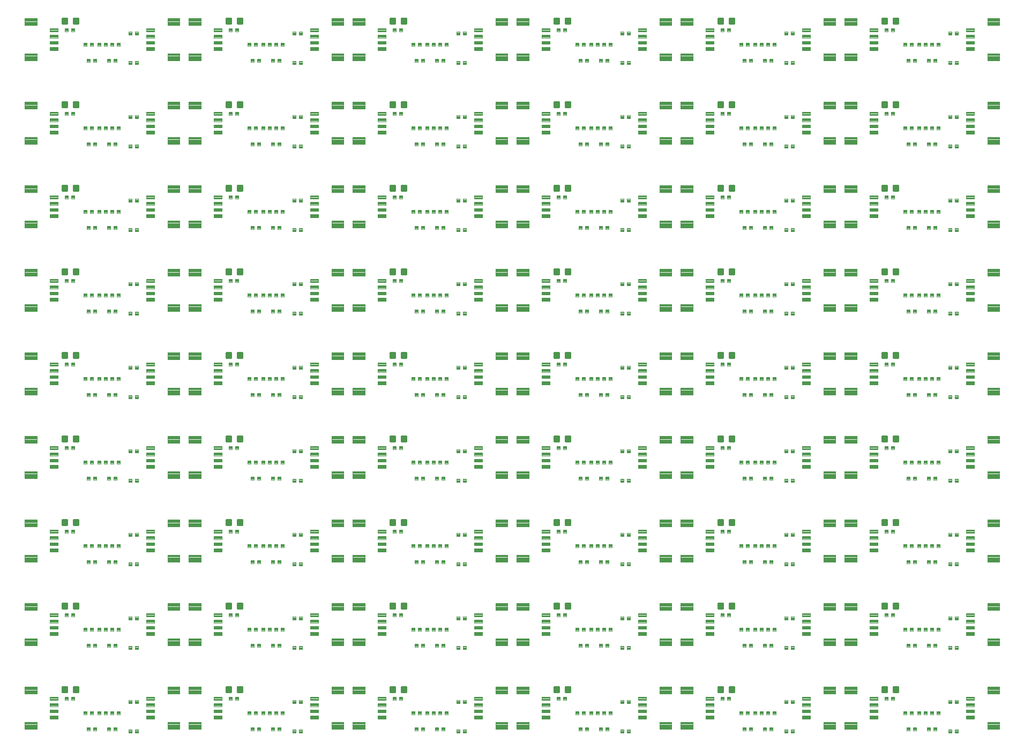
<source format=gtp>
G04 EAGLE Gerber RS-274X export*
G75*
%MOMM*%
%FSLAX34Y34*%
%LPD*%
%INSolderpaste Top*%
%IPPOS*%
%AMOC8*
5,1,8,0,0,1.08239X$1,22.5*%
G01*
%ADD10C,0.096000*%
%ADD11C,0.102000*%
%ADD12C,0.300000*%


D10*
X249470Y66420D02*
X249470Y55380D01*
X230430Y55380D01*
X230430Y66420D01*
X249470Y66420D01*
X249470Y56292D02*
X230430Y56292D01*
X230430Y57204D02*
X249470Y57204D01*
X249470Y58116D02*
X230430Y58116D01*
X230430Y59028D02*
X249470Y59028D01*
X249470Y59940D02*
X230430Y59940D01*
X230430Y60852D02*
X249470Y60852D01*
X249470Y61764D02*
X230430Y61764D01*
X230430Y62676D02*
X249470Y62676D01*
X249470Y63588D02*
X230430Y63588D01*
X230430Y64500D02*
X249470Y64500D01*
X249470Y65412D02*
X230430Y65412D01*
X230430Y66324D02*
X249470Y66324D01*
X249470Y111380D02*
X249470Y122420D01*
X249470Y111380D02*
X230430Y111380D01*
X230430Y122420D01*
X249470Y122420D01*
X249470Y112292D02*
X230430Y112292D01*
X230430Y113204D02*
X249470Y113204D01*
X249470Y114116D02*
X230430Y114116D01*
X230430Y115028D02*
X249470Y115028D01*
X249470Y115940D02*
X230430Y115940D01*
X230430Y116852D02*
X249470Y116852D01*
X249470Y117764D02*
X230430Y117764D01*
X230430Y118676D02*
X249470Y118676D01*
X249470Y119588D02*
X230430Y119588D01*
X230430Y120500D02*
X249470Y120500D01*
X249470Y121412D02*
X230430Y121412D01*
X230430Y122324D02*
X249470Y122324D01*
D11*
X209440Y76390D02*
X209440Y71410D01*
X196960Y71410D01*
X196960Y76390D01*
X209440Y76390D01*
X209440Y72379D02*
X196960Y72379D01*
X196960Y73348D02*
X209440Y73348D01*
X209440Y74317D02*
X196960Y74317D01*
X196960Y75286D02*
X209440Y75286D01*
X209440Y76255D02*
X196960Y76255D01*
X209440Y81410D02*
X209440Y86390D01*
X209440Y81410D02*
X196960Y81410D01*
X196960Y86390D01*
X209440Y86390D01*
X209440Y82379D02*
X196960Y82379D01*
X196960Y83348D02*
X209440Y83348D01*
X209440Y84317D02*
X196960Y84317D01*
X196960Y85286D02*
X209440Y85286D01*
X209440Y86255D02*
X196960Y86255D01*
X209440Y91410D02*
X209440Y96390D01*
X209440Y91410D02*
X196960Y91410D01*
X196960Y96390D01*
X209440Y96390D01*
X209440Y92379D02*
X196960Y92379D01*
X196960Y93348D02*
X209440Y93348D01*
X209440Y94317D02*
X196960Y94317D01*
X196960Y95286D02*
X209440Y95286D01*
X209440Y96255D02*
X196960Y96255D01*
X209440Y101410D02*
X209440Y106390D01*
X209440Y101410D02*
X196960Y101410D01*
X196960Y106390D01*
X209440Y106390D01*
X209440Y102379D02*
X196960Y102379D01*
X196960Y103348D02*
X209440Y103348D01*
X209440Y104317D02*
X196960Y104317D01*
X196960Y105286D02*
X209440Y105286D01*
X209440Y106255D02*
X196960Y106255D01*
D10*
X4530Y111380D02*
X4530Y122420D01*
X23570Y122420D01*
X23570Y111380D01*
X4530Y111380D01*
X4530Y112292D02*
X23570Y112292D01*
X23570Y113204D02*
X4530Y113204D01*
X4530Y114116D02*
X23570Y114116D01*
X23570Y115028D02*
X4530Y115028D01*
X4530Y115940D02*
X23570Y115940D01*
X23570Y116852D02*
X4530Y116852D01*
X4530Y117764D02*
X23570Y117764D01*
X23570Y118676D02*
X4530Y118676D01*
X4530Y119588D02*
X23570Y119588D01*
X23570Y120500D02*
X4530Y120500D01*
X4530Y121412D02*
X23570Y121412D01*
X23570Y122324D02*
X4530Y122324D01*
X4530Y66420D02*
X4530Y55380D01*
X4530Y66420D02*
X23570Y66420D01*
X23570Y55380D01*
X4530Y55380D01*
X4530Y56292D02*
X23570Y56292D01*
X23570Y57204D02*
X4530Y57204D01*
X4530Y58116D02*
X23570Y58116D01*
X23570Y59028D02*
X4530Y59028D01*
X4530Y59940D02*
X23570Y59940D01*
X23570Y60852D02*
X4530Y60852D01*
X4530Y61764D02*
X23570Y61764D01*
X23570Y62676D02*
X4530Y62676D01*
X4530Y63588D02*
X23570Y63588D01*
X23570Y64500D02*
X4530Y64500D01*
X4530Y65412D02*
X23570Y65412D01*
X23570Y66324D02*
X4530Y66324D01*
D11*
X44560Y101410D02*
X44560Y106390D01*
X57040Y106390D01*
X57040Y101410D01*
X44560Y101410D01*
X44560Y102379D02*
X57040Y102379D01*
X57040Y103348D02*
X44560Y103348D01*
X44560Y104317D02*
X57040Y104317D01*
X57040Y105286D02*
X44560Y105286D01*
X44560Y106255D02*
X57040Y106255D01*
X44560Y96390D02*
X44560Y91410D01*
X44560Y96390D02*
X57040Y96390D01*
X57040Y91410D01*
X44560Y91410D01*
X44560Y92379D02*
X57040Y92379D01*
X57040Y93348D02*
X44560Y93348D01*
X44560Y94317D02*
X57040Y94317D01*
X57040Y95286D02*
X44560Y95286D01*
X44560Y96255D02*
X57040Y96255D01*
X44560Y86390D02*
X44560Y81410D01*
X44560Y86390D02*
X57040Y86390D01*
X57040Y81410D01*
X44560Y81410D01*
X44560Y82379D02*
X57040Y82379D01*
X57040Y83348D02*
X44560Y83348D01*
X44560Y84317D02*
X57040Y84317D01*
X57040Y85286D02*
X44560Y85286D01*
X44560Y86255D02*
X57040Y86255D01*
X44560Y76390D02*
X44560Y71410D01*
X44560Y76390D02*
X57040Y76390D01*
X57040Y71410D01*
X44560Y71410D01*
X44560Y72379D02*
X57040Y72379D01*
X57040Y73348D02*
X44560Y73348D01*
X44560Y74317D02*
X57040Y74317D01*
X57040Y75286D02*
X44560Y75286D01*
X44560Y76255D02*
X57040Y76255D01*
X169040Y49580D02*
X174020Y49580D01*
X169040Y49580D02*
X169040Y54560D01*
X174020Y54560D01*
X174020Y49580D01*
X174020Y50549D02*
X169040Y50549D01*
X169040Y51518D02*
X174020Y51518D01*
X174020Y52487D02*
X169040Y52487D01*
X169040Y53456D02*
X174020Y53456D01*
X174020Y54425D02*
X169040Y54425D01*
X179040Y49580D02*
X184020Y49580D01*
X179040Y49580D02*
X179040Y54560D01*
X184020Y54560D01*
X184020Y49580D01*
X184020Y50549D02*
X179040Y50549D01*
X179040Y51518D02*
X184020Y51518D01*
X184020Y52487D02*
X179040Y52487D01*
X179040Y53456D02*
X184020Y53456D01*
X184020Y54425D02*
X179040Y54425D01*
X179040Y101042D02*
X184020Y101042D01*
X184020Y96062D01*
X179040Y96062D01*
X179040Y101042D01*
X179040Y97031D02*
X184020Y97031D01*
X184020Y98000D02*
X179040Y98000D01*
X179040Y98969D02*
X184020Y98969D01*
X184020Y99938D02*
X179040Y99938D01*
X179040Y100907D02*
X184020Y100907D01*
X174020Y101042D02*
X169040Y101042D01*
X174020Y101042D02*
X174020Y96062D01*
X169040Y96062D01*
X169040Y101042D01*
X169040Y97031D02*
X174020Y97031D01*
X174020Y98000D02*
X169040Y98000D01*
X169040Y98969D02*
X174020Y98969D01*
X174020Y99938D02*
X169040Y99938D01*
X169040Y100907D02*
X174020Y100907D01*
X83182Y106630D02*
X78202Y106630D01*
X83182Y106630D02*
X83182Y101650D01*
X78202Y101650D01*
X78202Y106630D01*
X78202Y102619D02*
X83182Y102619D01*
X83182Y103588D02*
X78202Y103588D01*
X78202Y104557D02*
X83182Y104557D01*
X83182Y105526D02*
X78202Y105526D01*
X78202Y106495D02*
X83182Y106495D01*
X73182Y106630D02*
X68202Y106630D01*
X73182Y106630D02*
X73182Y101650D01*
X68202Y101650D01*
X68202Y106630D01*
X68202Y102619D02*
X73182Y102619D01*
X73182Y103588D02*
X68202Y103588D01*
X68202Y104557D02*
X73182Y104557D01*
X73182Y105526D02*
X68202Y105526D01*
X68202Y106495D02*
X73182Y106495D01*
D12*
X71692Y114356D02*
X71692Y121356D01*
X71692Y114356D02*
X64692Y114356D01*
X64692Y121356D01*
X71692Y121356D01*
X71692Y117206D02*
X64692Y117206D01*
X64692Y120056D02*
X71692Y120056D01*
X89232Y121356D02*
X89232Y114356D01*
X82232Y114356D01*
X82232Y121356D01*
X89232Y121356D01*
X89232Y117206D02*
X82232Y117206D01*
X82232Y120056D02*
X89232Y120056D01*
D11*
X144750Y58370D02*
X149730Y58370D01*
X149730Y53390D01*
X144750Y53390D01*
X144750Y58370D01*
X144750Y54359D02*
X149730Y54359D01*
X149730Y55328D02*
X144750Y55328D01*
X144750Y56297D02*
X149730Y56297D01*
X149730Y57266D02*
X144750Y57266D01*
X144750Y58235D02*
X149730Y58235D01*
X139730Y58370D02*
X134750Y58370D01*
X139730Y58370D02*
X139730Y53390D01*
X134750Y53390D01*
X134750Y58370D01*
X134750Y54359D02*
X139730Y54359D01*
X139730Y55328D02*
X134750Y55328D01*
X134750Y56297D02*
X139730Y56297D01*
X139730Y57266D02*
X134750Y57266D01*
X134750Y58235D02*
X139730Y58235D01*
X149830Y83770D02*
X154810Y83770D01*
X154810Y78790D01*
X149830Y78790D01*
X149830Y83770D01*
X149830Y79759D02*
X154810Y79759D01*
X154810Y80728D02*
X149830Y80728D01*
X149830Y81697D02*
X154810Y81697D01*
X154810Y82666D02*
X149830Y82666D01*
X149830Y83635D02*
X154810Y83635D01*
X144810Y83770D02*
X139830Y83770D01*
X144810Y83770D02*
X144810Y78790D01*
X139830Y78790D01*
X139830Y83770D01*
X139830Y79759D02*
X144810Y79759D01*
X144810Y80728D02*
X139830Y80728D01*
X139830Y81697D02*
X144810Y81697D01*
X144810Y82666D02*
X139830Y82666D01*
X139830Y83635D02*
X144810Y83635D01*
X102900Y78790D02*
X97920Y78790D01*
X97920Y83770D01*
X102900Y83770D01*
X102900Y78790D01*
X102900Y79759D02*
X97920Y79759D01*
X97920Y80728D02*
X102900Y80728D01*
X102900Y81697D02*
X97920Y81697D01*
X97920Y82666D02*
X102900Y82666D01*
X102900Y83635D02*
X97920Y83635D01*
X107920Y78790D02*
X112900Y78790D01*
X107920Y78790D02*
X107920Y83770D01*
X112900Y83770D01*
X112900Y78790D01*
X112900Y79759D02*
X107920Y79759D01*
X107920Y80728D02*
X112900Y80728D01*
X112900Y81697D02*
X107920Y81697D01*
X107920Y82666D02*
X112900Y82666D01*
X112900Y83635D02*
X107920Y83635D01*
X113000Y58370D02*
X117980Y58370D01*
X117980Y53390D01*
X113000Y53390D01*
X113000Y58370D01*
X113000Y54359D02*
X117980Y54359D01*
X117980Y55328D02*
X113000Y55328D01*
X113000Y56297D02*
X117980Y56297D01*
X117980Y57266D02*
X113000Y57266D01*
X113000Y58235D02*
X117980Y58235D01*
X107980Y58370D02*
X103000Y58370D01*
X107980Y58370D02*
X107980Y53390D01*
X103000Y53390D01*
X103000Y58370D01*
X103000Y54359D02*
X107980Y54359D01*
X107980Y55328D02*
X103000Y55328D01*
X103000Y56297D02*
X107980Y56297D01*
X107980Y57266D02*
X103000Y57266D01*
X103000Y58235D02*
X107980Y58235D01*
X119510Y78790D02*
X124490Y78790D01*
X119510Y78790D02*
X119510Y83770D01*
X124490Y83770D01*
X124490Y78790D01*
X124490Y79759D02*
X119510Y79759D01*
X119510Y80728D02*
X124490Y80728D01*
X124490Y81697D02*
X119510Y81697D01*
X119510Y82666D02*
X124490Y82666D01*
X124490Y83635D02*
X119510Y83635D01*
X129510Y78790D02*
X134490Y78790D01*
X129510Y78790D02*
X129510Y83770D01*
X134490Y83770D01*
X134490Y78790D01*
X134490Y79759D02*
X129510Y79759D01*
X129510Y80728D02*
X134490Y80728D01*
X134490Y81697D02*
X129510Y81697D01*
X129510Y82666D02*
X134490Y82666D01*
X134490Y83635D02*
X129510Y83635D01*
D10*
X508550Y66420D02*
X508550Y55380D01*
X489510Y55380D01*
X489510Y66420D01*
X508550Y66420D01*
X508550Y56292D02*
X489510Y56292D01*
X489510Y57204D02*
X508550Y57204D01*
X508550Y58116D02*
X489510Y58116D01*
X489510Y59028D02*
X508550Y59028D01*
X508550Y59940D02*
X489510Y59940D01*
X489510Y60852D02*
X508550Y60852D01*
X508550Y61764D02*
X489510Y61764D01*
X489510Y62676D02*
X508550Y62676D01*
X508550Y63588D02*
X489510Y63588D01*
X489510Y64500D02*
X508550Y64500D01*
X508550Y65412D02*
X489510Y65412D01*
X489510Y66324D02*
X508550Y66324D01*
X508550Y111380D02*
X508550Y122420D01*
X508550Y111380D02*
X489510Y111380D01*
X489510Y122420D01*
X508550Y122420D01*
X508550Y112292D02*
X489510Y112292D01*
X489510Y113204D02*
X508550Y113204D01*
X508550Y114116D02*
X489510Y114116D01*
X489510Y115028D02*
X508550Y115028D01*
X508550Y115940D02*
X489510Y115940D01*
X489510Y116852D02*
X508550Y116852D01*
X508550Y117764D02*
X489510Y117764D01*
X489510Y118676D02*
X508550Y118676D01*
X508550Y119588D02*
X489510Y119588D01*
X489510Y120500D02*
X508550Y120500D01*
X508550Y121412D02*
X489510Y121412D01*
X489510Y122324D02*
X508550Y122324D01*
D11*
X468520Y76390D02*
X468520Y71410D01*
X456040Y71410D01*
X456040Y76390D01*
X468520Y76390D01*
X468520Y72379D02*
X456040Y72379D01*
X456040Y73348D02*
X468520Y73348D01*
X468520Y74317D02*
X456040Y74317D01*
X456040Y75286D02*
X468520Y75286D01*
X468520Y76255D02*
X456040Y76255D01*
X468520Y81410D02*
X468520Y86390D01*
X468520Y81410D02*
X456040Y81410D01*
X456040Y86390D01*
X468520Y86390D01*
X468520Y82379D02*
X456040Y82379D01*
X456040Y83348D02*
X468520Y83348D01*
X468520Y84317D02*
X456040Y84317D01*
X456040Y85286D02*
X468520Y85286D01*
X468520Y86255D02*
X456040Y86255D01*
X468520Y91410D02*
X468520Y96390D01*
X468520Y91410D02*
X456040Y91410D01*
X456040Y96390D01*
X468520Y96390D01*
X468520Y92379D02*
X456040Y92379D01*
X456040Y93348D02*
X468520Y93348D01*
X468520Y94317D02*
X456040Y94317D01*
X456040Y95286D02*
X468520Y95286D01*
X468520Y96255D02*
X456040Y96255D01*
X468520Y101410D02*
X468520Y106390D01*
X468520Y101410D02*
X456040Y101410D01*
X456040Y106390D01*
X468520Y106390D01*
X468520Y102379D02*
X456040Y102379D01*
X456040Y103348D02*
X468520Y103348D01*
X468520Y104317D02*
X456040Y104317D01*
X456040Y105286D02*
X468520Y105286D01*
X468520Y106255D02*
X456040Y106255D01*
D10*
X263610Y111380D02*
X263610Y122420D01*
X282650Y122420D01*
X282650Y111380D01*
X263610Y111380D01*
X263610Y112292D02*
X282650Y112292D01*
X282650Y113204D02*
X263610Y113204D01*
X263610Y114116D02*
X282650Y114116D01*
X282650Y115028D02*
X263610Y115028D01*
X263610Y115940D02*
X282650Y115940D01*
X282650Y116852D02*
X263610Y116852D01*
X263610Y117764D02*
X282650Y117764D01*
X282650Y118676D02*
X263610Y118676D01*
X263610Y119588D02*
X282650Y119588D01*
X282650Y120500D02*
X263610Y120500D01*
X263610Y121412D02*
X282650Y121412D01*
X282650Y122324D02*
X263610Y122324D01*
X263610Y66420D02*
X263610Y55380D01*
X263610Y66420D02*
X282650Y66420D01*
X282650Y55380D01*
X263610Y55380D01*
X263610Y56292D02*
X282650Y56292D01*
X282650Y57204D02*
X263610Y57204D01*
X263610Y58116D02*
X282650Y58116D01*
X282650Y59028D02*
X263610Y59028D01*
X263610Y59940D02*
X282650Y59940D01*
X282650Y60852D02*
X263610Y60852D01*
X263610Y61764D02*
X282650Y61764D01*
X282650Y62676D02*
X263610Y62676D01*
X263610Y63588D02*
X282650Y63588D01*
X282650Y64500D02*
X263610Y64500D01*
X263610Y65412D02*
X282650Y65412D01*
X282650Y66324D02*
X263610Y66324D01*
D11*
X303640Y101410D02*
X303640Y106390D01*
X316120Y106390D01*
X316120Y101410D01*
X303640Y101410D01*
X303640Y102379D02*
X316120Y102379D01*
X316120Y103348D02*
X303640Y103348D01*
X303640Y104317D02*
X316120Y104317D01*
X316120Y105286D02*
X303640Y105286D01*
X303640Y106255D02*
X316120Y106255D01*
X303640Y96390D02*
X303640Y91410D01*
X303640Y96390D02*
X316120Y96390D01*
X316120Y91410D01*
X303640Y91410D01*
X303640Y92379D02*
X316120Y92379D01*
X316120Y93348D02*
X303640Y93348D01*
X303640Y94317D02*
X316120Y94317D01*
X316120Y95286D02*
X303640Y95286D01*
X303640Y96255D02*
X316120Y96255D01*
X303640Y86390D02*
X303640Y81410D01*
X303640Y86390D02*
X316120Y86390D01*
X316120Y81410D01*
X303640Y81410D01*
X303640Y82379D02*
X316120Y82379D01*
X316120Y83348D02*
X303640Y83348D01*
X303640Y84317D02*
X316120Y84317D01*
X316120Y85286D02*
X303640Y85286D01*
X303640Y86255D02*
X316120Y86255D01*
X303640Y76390D02*
X303640Y71410D01*
X303640Y76390D02*
X316120Y76390D01*
X316120Y71410D01*
X303640Y71410D01*
X303640Y72379D02*
X316120Y72379D01*
X316120Y73348D02*
X303640Y73348D01*
X303640Y74317D02*
X316120Y74317D01*
X316120Y75286D02*
X303640Y75286D01*
X303640Y76255D02*
X316120Y76255D01*
X428120Y49580D02*
X433100Y49580D01*
X428120Y49580D02*
X428120Y54560D01*
X433100Y54560D01*
X433100Y49580D01*
X433100Y50549D02*
X428120Y50549D01*
X428120Y51518D02*
X433100Y51518D01*
X433100Y52487D02*
X428120Y52487D01*
X428120Y53456D02*
X433100Y53456D01*
X433100Y54425D02*
X428120Y54425D01*
X438120Y49580D02*
X443100Y49580D01*
X438120Y49580D02*
X438120Y54560D01*
X443100Y54560D01*
X443100Y49580D01*
X443100Y50549D02*
X438120Y50549D01*
X438120Y51518D02*
X443100Y51518D01*
X443100Y52487D02*
X438120Y52487D01*
X438120Y53456D02*
X443100Y53456D01*
X443100Y54425D02*
X438120Y54425D01*
X438120Y101042D02*
X443100Y101042D01*
X443100Y96062D01*
X438120Y96062D01*
X438120Y101042D01*
X438120Y97031D02*
X443100Y97031D01*
X443100Y98000D02*
X438120Y98000D01*
X438120Y98969D02*
X443100Y98969D01*
X443100Y99938D02*
X438120Y99938D01*
X438120Y100907D02*
X443100Y100907D01*
X433100Y101042D02*
X428120Y101042D01*
X433100Y101042D02*
X433100Y96062D01*
X428120Y96062D01*
X428120Y101042D01*
X428120Y97031D02*
X433100Y97031D01*
X433100Y98000D02*
X428120Y98000D01*
X428120Y98969D02*
X433100Y98969D01*
X433100Y99938D02*
X428120Y99938D01*
X428120Y100907D02*
X433100Y100907D01*
X342262Y106630D02*
X337282Y106630D01*
X342262Y106630D02*
X342262Y101650D01*
X337282Y101650D01*
X337282Y106630D01*
X337282Y102619D02*
X342262Y102619D01*
X342262Y103588D02*
X337282Y103588D01*
X337282Y104557D02*
X342262Y104557D01*
X342262Y105526D02*
X337282Y105526D01*
X337282Y106495D02*
X342262Y106495D01*
X332262Y106630D02*
X327282Y106630D01*
X332262Y106630D02*
X332262Y101650D01*
X327282Y101650D01*
X327282Y106630D01*
X327282Y102619D02*
X332262Y102619D01*
X332262Y103588D02*
X327282Y103588D01*
X327282Y104557D02*
X332262Y104557D01*
X332262Y105526D02*
X327282Y105526D01*
X327282Y106495D02*
X332262Y106495D01*
D12*
X330772Y114356D02*
X330772Y121356D01*
X330772Y114356D02*
X323772Y114356D01*
X323772Y121356D01*
X330772Y121356D01*
X330772Y117206D02*
X323772Y117206D01*
X323772Y120056D02*
X330772Y120056D01*
X348312Y121356D02*
X348312Y114356D01*
X341312Y114356D01*
X341312Y121356D01*
X348312Y121356D01*
X348312Y117206D02*
X341312Y117206D01*
X341312Y120056D02*
X348312Y120056D01*
D11*
X403830Y58370D02*
X408810Y58370D01*
X408810Y53390D01*
X403830Y53390D01*
X403830Y58370D01*
X403830Y54359D02*
X408810Y54359D01*
X408810Y55328D02*
X403830Y55328D01*
X403830Y56297D02*
X408810Y56297D01*
X408810Y57266D02*
X403830Y57266D01*
X403830Y58235D02*
X408810Y58235D01*
X398810Y58370D02*
X393830Y58370D01*
X398810Y58370D02*
X398810Y53390D01*
X393830Y53390D01*
X393830Y58370D01*
X393830Y54359D02*
X398810Y54359D01*
X398810Y55328D02*
X393830Y55328D01*
X393830Y56297D02*
X398810Y56297D01*
X398810Y57266D02*
X393830Y57266D01*
X393830Y58235D02*
X398810Y58235D01*
X408910Y83770D02*
X413890Y83770D01*
X413890Y78790D01*
X408910Y78790D01*
X408910Y83770D01*
X408910Y79759D02*
X413890Y79759D01*
X413890Y80728D02*
X408910Y80728D01*
X408910Y81697D02*
X413890Y81697D01*
X413890Y82666D02*
X408910Y82666D01*
X408910Y83635D02*
X413890Y83635D01*
X403890Y83770D02*
X398910Y83770D01*
X403890Y83770D02*
X403890Y78790D01*
X398910Y78790D01*
X398910Y83770D01*
X398910Y79759D02*
X403890Y79759D01*
X403890Y80728D02*
X398910Y80728D01*
X398910Y81697D02*
X403890Y81697D01*
X403890Y82666D02*
X398910Y82666D01*
X398910Y83635D02*
X403890Y83635D01*
X361980Y78790D02*
X357000Y78790D01*
X357000Y83770D01*
X361980Y83770D01*
X361980Y78790D01*
X361980Y79759D02*
X357000Y79759D01*
X357000Y80728D02*
X361980Y80728D01*
X361980Y81697D02*
X357000Y81697D01*
X357000Y82666D02*
X361980Y82666D01*
X361980Y83635D02*
X357000Y83635D01*
X367000Y78790D02*
X371980Y78790D01*
X367000Y78790D02*
X367000Y83770D01*
X371980Y83770D01*
X371980Y78790D01*
X371980Y79759D02*
X367000Y79759D01*
X367000Y80728D02*
X371980Y80728D01*
X371980Y81697D02*
X367000Y81697D01*
X367000Y82666D02*
X371980Y82666D01*
X371980Y83635D02*
X367000Y83635D01*
X372080Y58370D02*
X377060Y58370D01*
X377060Y53390D01*
X372080Y53390D01*
X372080Y58370D01*
X372080Y54359D02*
X377060Y54359D01*
X377060Y55328D02*
X372080Y55328D01*
X372080Y56297D02*
X377060Y56297D01*
X377060Y57266D02*
X372080Y57266D01*
X372080Y58235D02*
X377060Y58235D01*
X367060Y58370D02*
X362080Y58370D01*
X367060Y58370D02*
X367060Y53390D01*
X362080Y53390D01*
X362080Y58370D01*
X362080Y54359D02*
X367060Y54359D01*
X367060Y55328D02*
X362080Y55328D01*
X362080Y56297D02*
X367060Y56297D01*
X367060Y57266D02*
X362080Y57266D01*
X362080Y58235D02*
X367060Y58235D01*
X378590Y78790D02*
X383570Y78790D01*
X378590Y78790D02*
X378590Y83770D01*
X383570Y83770D01*
X383570Y78790D01*
X383570Y79759D02*
X378590Y79759D01*
X378590Y80728D02*
X383570Y80728D01*
X383570Y81697D02*
X378590Y81697D01*
X378590Y82666D02*
X383570Y82666D01*
X383570Y83635D02*
X378590Y83635D01*
X388590Y78790D02*
X393570Y78790D01*
X388590Y78790D02*
X388590Y83770D01*
X393570Y83770D01*
X393570Y78790D01*
X393570Y79759D02*
X388590Y79759D01*
X388590Y80728D02*
X393570Y80728D01*
X393570Y81697D02*
X388590Y81697D01*
X388590Y82666D02*
X393570Y82666D01*
X393570Y83635D02*
X388590Y83635D01*
D10*
X767630Y66420D02*
X767630Y55380D01*
X748590Y55380D01*
X748590Y66420D01*
X767630Y66420D01*
X767630Y56292D02*
X748590Y56292D01*
X748590Y57204D02*
X767630Y57204D01*
X767630Y58116D02*
X748590Y58116D01*
X748590Y59028D02*
X767630Y59028D01*
X767630Y59940D02*
X748590Y59940D01*
X748590Y60852D02*
X767630Y60852D01*
X767630Y61764D02*
X748590Y61764D01*
X748590Y62676D02*
X767630Y62676D01*
X767630Y63588D02*
X748590Y63588D01*
X748590Y64500D02*
X767630Y64500D01*
X767630Y65412D02*
X748590Y65412D01*
X748590Y66324D02*
X767630Y66324D01*
X767630Y111380D02*
X767630Y122420D01*
X767630Y111380D02*
X748590Y111380D01*
X748590Y122420D01*
X767630Y122420D01*
X767630Y112292D02*
X748590Y112292D01*
X748590Y113204D02*
X767630Y113204D01*
X767630Y114116D02*
X748590Y114116D01*
X748590Y115028D02*
X767630Y115028D01*
X767630Y115940D02*
X748590Y115940D01*
X748590Y116852D02*
X767630Y116852D01*
X767630Y117764D02*
X748590Y117764D01*
X748590Y118676D02*
X767630Y118676D01*
X767630Y119588D02*
X748590Y119588D01*
X748590Y120500D02*
X767630Y120500D01*
X767630Y121412D02*
X748590Y121412D01*
X748590Y122324D02*
X767630Y122324D01*
D11*
X727600Y76390D02*
X727600Y71410D01*
X715120Y71410D01*
X715120Y76390D01*
X727600Y76390D01*
X727600Y72379D02*
X715120Y72379D01*
X715120Y73348D02*
X727600Y73348D01*
X727600Y74317D02*
X715120Y74317D01*
X715120Y75286D02*
X727600Y75286D01*
X727600Y76255D02*
X715120Y76255D01*
X727600Y81410D02*
X727600Y86390D01*
X727600Y81410D02*
X715120Y81410D01*
X715120Y86390D01*
X727600Y86390D01*
X727600Y82379D02*
X715120Y82379D01*
X715120Y83348D02*
X727600Y83348D01*
X727600Y84317D02*
X715120Y84317D01*
X715120Y85286D02*
X727600Y85286D01*
X727600Y86255D02*
X715120Y86255D01*
X727600Y91410D02*
X727600Y96390D01*
X727600Y91410D02*
X715120Y91410D01*
X715120Y96390D01*
X727600Y96390D01*
X727600Y92379D02*
X715120Y92379D01*
X715120Y93348D02*
X727600Y93348D01*
X727600Y94317D02*
X715120Y94317D01*
X715120Y95286D02*
X727600Y95286D01*
X727600Y96255D02*
X715120Y96255D01*
X727600Y101410D02*
X727600Y106390D01*
X727600Y101410D02*
X715120Y101410D01*
X715120Y106390D01*
X727600Y106390D01*
X727600Y102379D02*
X715120Y102379D01*
X715120Y103348D02*
X727600Y103348D01*
X727600Y104317D02*
X715120Y104317D01*
X715120Y105286D02*
X727600Y105286D01*
X727600Y106255D02*
X715120Y106255D01*
D10*
X522690Y111380D02*
X522690Y122420D01*
X541730Y122420D01*
X541730Y111380D01*
X522690Y111380D01*
X522690Y112292D02*
X541730Y112292D01*
X541730Y113204D02*
X522690Y113204D01*
X522690Y114116D02*
X541730Y114116D01*
X541730Y115028D02*
X522690Y115028D01*
X522690Y115940D02*
X541730Y115940D01*
X541730Y116852D02*
X522690Y116852D01*
X522690Y117764D02*
X541730Y117764D01*
X541730Y118676D02*
X522690Y118676D01*
X522690Y119588D02*
X541730Y119588D01*
X541730Y120500D02*
X522690Y120500D01*
X522690Y121412D02*
X541730Y121412D01*
X541730Y122324D02*
X522690Y122324D01*
X522690Y66420D02*
X522690Y55380D01*
X522690Y66420D02*
X541730Y66420D01*
X541730Y55380D01*
X522690Y55380D01*
X522690Y56292D02*
X541730Y56292D01*
X541730Y57204D02*
X522690Y57204D01*
X522690Y58116D02*
X541730Y58116D01*
X541730Y59028D02*
X522690Y59028D01*
X522690Y59940D02*
X541730Y59940D01*
X541730Y60852D02*
X522690Y60852D01*
X522690Y61764D02*
X541730Y61764D01*
X541730Y62676D02*
X522690Y62676D01*
X522690Y63588D02*
X541730Y63588D01*
X541730Y64500D02*
X522690Y64500D01*
X522690Y65412D02*
X541730Y65412D01*
X541730Y66324D02*
X522690Y66324D01*
D11*
X562720Y101410D02*
X562720Y106390D01*
X575200Y106390D01*
X575200Y101410D01*
X562720Y101410D01*
X562720Y102379D02*
X575200Y102379D01*
X575200Y103348D02*
X562720Y103348D01*
X562720Y104317D02*
X575200Y104317D01*
X575200Y105286D02*
X562720Y105286D01*
X562720Y106255D02*
X575200Y106255D01*
X562720Y96390D02*
X562720Y91410D01*
X562720Y96390D02*
X575200Y96390D01*
X575200Y91410D01*
X562720Y91410D01*
X562720Y92379D02*
X575200Y92379D01*
X575200Y93348D02*
X562720Y93348D01*
X562720Y94317D02*
X575200Y94317D01*
X575200Y95286D02*
X562720Y95286D01*
X562720Y96255D02*
X575200Y96255D01*
X562720Y86390D02*
X562720Y81410D01*
X562720Y86390D02*
X575200Y86390D01*
X575200Y81410D01*
X562720Y81410D01*
X562720Y82379D02*
X575200Y82379D01*
X575200Y83348D02*
X562720Y83348D01*
X562720Y84317D02*
X575200Y84317D01*
X575200Y85286D02*
X562720Y85286D01*
X562720Y86255D02*
X575200Y86255D01*
X562720Y76390D02*
X562720Y71410D01*
X562720Y76390D02*
X575200Y76390D01*
X575200Y71410D01*
X562720Y71410D01*
X562720Y72379D02*
X575200Y72379D01*
X575200Y73348D02*
X562720Y73348D01*
X562720Y74317D02*
X575200Y74317D01*
X575200Y75286D02*
X562720Y75286D01*
X562720Y76255D02*
X575200Y76255D01*
X687200Y49580D02*
X692180Y49580D01*
X687200Y49580D02*
X687200Y54560D01*
X692180Y54560D01*
X692180Y49580D01*
X692180Y50549D02*
X687200Y50549D01*
X687200Y51518D02*
X692180Y51518D01*
X692180Y52487D02*
X687200Y52487D01*
X687200Y53456D02*
X692180Y53456D01*
X692180Y54425D02*
X687200Y54425D01*
X697200Y49580D02*
X702180Y49580D01*
X697200Y49580D02*
X697200Y54560D01*
X702180Y54560D01*
X702180Y49580D01*
X702180Y50549D02*
X697200Y50549D01*
X697200Y51518D02*
X702180Y51518D01*
X702180Y52487D02*
X697200Y52487D01*
X697200Y53456D02*
X702180Y53456D01*
X702180Y54425D02*
X697200Y54425D01*
X697200Y101042D02*
X702180Y101042D01*
X702180Y96062D01*
X697200Y96062D01*
X697200Y101042D01*
X697200Y97031D02*
X702180Y97031D01*
X702180Y98000D02*
X697200Y98000D01*
X697200Y98969D02*
X702180Y98969D01*
X702180Y99938D02*
X697200Y99938D01*
X697200Y100907D02*
X702180Y100907D01*
X692180Y101042D02*
X687200Y101042D01*
X692180Y101042D02*
X692180Y96062D01*
X687200Y96062D01*
X687200Y101042D01*
X687200Y97031D02*
X692180Y97031D01*
X692180Y98000D02*
X687200Y98000D01*
X687200Y98969D02*
X692180Y98969D01*
X692180Y99938D02*
X687200Y99938D01*
X687200Y100907D02*
X692180Y100907D01*
X601342Y106630D02*
X596362Y106630D01*
X601342Y106630D02*
X601342Y101650D01*
X596362Y101650D01*
X596362Y106630D01*
X596362Y102619D02*
X601342Y102619D01*
X601342Y103588D02*
X596362Y103588D01*
X596362Y104557D02*
X601342Y104557D01*
X601342Y105526D02*
X596362Y105526D01*
X596362Y106495D02*
X601342Y106495D01*
X591342Y106630D02*
X586362Y106630D01*
X591342Y106630D02*
X591342Y101650D01*
X586362Y101650D01*
X586362Y106630D01*
X586362Y102619D02*
X591342Y102619D01*
X591342Y103588D02*
X586362Y103588D01*
X586362Y104557D02*
X591342Y104557D01*
X591342Y105526D02*
X586362Y105526D01*
X586362Y106495D02*
X591342Y106495D01*
D12*
X589852Y114356D02*
X589852Y121356D01*
X589852Y114356D02*
X582852Y114356D01*
X582852Y121356D01*
X589852Y121356D01*
X589852Y117206D02*
X582852Y117206D01*
X582852Y120056D02*
X589852Y120056D01*
X607392Y121356D02*
X607392Y114356D01*
X600392Y114356D01*
X600392Y121356D01*
X607392Y121356D01*
X607392Y117206D02*
X600392Y117206D01*
X600392Y120056D02*
X607392Y120056D01*
D11*
X662910Y58370D02*
X667890Y58370D01*
X667890Y53390D01*
X662910Y53390D01*
X662910Y58370D01*
X662910Y54359D02*
X667890Y54359D01*
X667890Y55328D02*
X662910Y55328D01*
X662910Y56297D02*
X667890Y56297D01*
X667890Y57266D02*
X662910Y57266D01*
X662910Y58235D02*
X667890Y58235D01*
X657890Y58370D02*
X652910Y58370D01*
X657890Y58370D02*
X657890Y53390D01*
X652910Y53390D01*
X652910Y58370D01*
X652910Y54359D02*
X657890Y54359D01*
X657890Y55328D02*
X652910Y55328D01*
X652910Y56297D02*
X657890Y56297D01*
X657890Y57266D02*
X652910Y57266D01*
X652910Y58235D02*
X657890Y58235D01*
X667990Y83770D02*
X672970Y83770D01*
X672970Y78790D01*
X667990Y78790D01*
X667990Y83770D01*
X667990Y79759D02*
X672970Y79759D01*
X672970Y80728D02*
X667990Y80728D01*
X667990Y81697D02*
X672970Y81697D01*
X672970Y82666D02*
X667990Y82666D01*
X667990Y83635D02*
X672970Y83635D01*
X662970Y83770D02*
X657990Y83770D01*
X662970Y83770D02*
X662970Y78790D01*
X657990Y78790D01*
X657990Y83770D01*
X657990Y79759D02*
X662970Y79759D01*
X662970Y80728D02*
X657990Y80728D01*
X657990Y81697D02*
X662970Y81697D01*
X662970Y82666D02*
X657990Y82666D01*
X657990Y83635D02*
X662970Y83635D01*
X621060Y78790D02*
X616080Y78790D01*
X616080Y83770D01*
X621060Y83770D01*
X621060Y78790D01*
X621060Y79759D02*
X616080Y79759D01*
X616080Y80728D02*
X621060Y80728D01*
X621060Y81697D02*
X616080Y81697D01*
X616080Y82666D02*
X621060Y82666D01*
X621060Y83635D02*
X616080Y83635D01*
X626080Y78790D02*
X631060Y78790D01*
X626080Y78790D02*
X626080Y83770D01*
X631060Y83770D01*
X631060Y78790D01*
X631060Y79759D02*
X626080Y79759D01*
X626080Y80728D02*
X631060Y80728D01*
X631060Y81697D02*
X626080Y81697D01*
X626080Y82666D02*
X631060Y82666D01*
X631060Y83635D02*
X626080Y83635D01*
X631160Y58370D02*
X636140Y58370D01*
X636140Y53390D01*
X631160Y53390D01*
X631160Y58370D01*
X631160Y54359D02*
X636140Y54359D01*
X636140Y55328D02*
X631160Y55328D01*
X631160Y56297D02*
X636140Y56297D01*
X636140Y57266D02*
X631160Y57266D01*
X631160Y58235D02*
X636140Y58235D01*
X626140Y58370D02*
X621160Y58370D01*
X626140Y58370D02*
X626140Y53390D01*
X621160Y53390D01*
X621160Y58370D01*
X621160Y54359D02*
X626140Y54359D01*
X626140Y55328D02*
X621160Y55328D01*
X621160Y56297D02*
X626140Y56297D01*
X626140Y57266D02*
X621160Y57266D01*
X621160Y58235D02*
X626140Y58235D01*
X637670Y78790D02*
X642650Y78790D01*
X637670Y78790D02*
X637670Y83770D01*
X642650Y83770D01*
X642650Y78790D01*
X642650Y79759D02*
X637670Y79759D01*
X637670Y80728D02*
X642650Y80728D01*
X642650Y81697D02*
X637670Y81697D01*
X637670Y82666D02*
X642650Y82666D01*
X642650Y83635D02*
X637670Y83635D01*
X647670Y78790D02*
X652650Y78790D01*
X647670Y78790D02*
X647670Y83770D01*
X652650Y83770D01*
X652650Y78790D01*
X652650Y79759D02*
X647670Y79759D01*
X647670Y80728D02*
X652650Y80728D01*
X652650Y81697D02*
X647670Y81697D01*
X647670Y82666D02*
X652650Y82666D01*
X652650Y83635D02*
X647670Y83635D01*
D10*
X1026710Y66420D02*
X1026710Y55380D01*
X1007670Y55380D01*
X1007670Y66420D01*
X1026710Y66420D01*
X1026710Y56292D02*
X1007670Y56292D01*
X1007670Y57204D02*
X1026710Y57204D01*
X1026710Y58116D02*
X1007670Y58116D01*
X1007670Y59028D02*
X1026710Y59028D01*
X1026710Y59940D02*
X1007670Y59940D01*
X1007670Y60852D02*
X1026710Y60852D01*
X1026710Y61764D02*
X1007670Y61764D01*
X1007670Y62676D02*
X1026710Y62676D01*
X1026710Y63588D02*
X1007670Y63588D01*
X1007670Y64500D02*
X1026710Y64500D01*
X1026710Y65412D02*
X1007670Y65412D01*
X1007670Y66324D02*
X1026710Y66324D01*
X1026710Y111380D02*
X1026710Y122420D01*
X1026710Y111380D02*
X1007670Y111380D01*
X1007670Y122420D01*
X1026710Y122420D01*
X1026710Y112292D02*
X1007670Y112292D01*
X1007670Y113204D02*
X1026710Y113204D01*
X1026710Y114116D02*
X1007670Y114116D01*
X1007670Y115028D02*
X1026710Y115028D01*
X1026710Y115940D02*
X1007670Y115940D01*
X1007670Y116852D02*
X1026710Y116852D01*
X1026710Y117764D02*
X1007670Y117764D01*
X1007670Y118676D02*
X1026710Y118676D01*
X1026710Y119588D02*
X1007670Y119588D01*
X1007670Y120500D02*
X1026710Y120500D01*
X1026710Y121412D02*
X1007670Y121412D01*
X1007670Y122324D02*
X1026710Y122324D01*
D11*
X986680Y76390D02*
X986680Y71410D01*
X974200Y71410D01*
X974200Y76390D01*
X986680Y76390D01*
X986680Y72379D02*
X974200Y72379D01*
X974200Y73348D02*
X986680Y73348D01*
X986680Y74317D02*
X974200Y74317D01*
X974200Y75286D02*
X986680Y75286D01*
X986680Y76255D02*
X974200Y76255D01*
X986680Y81410D02*
X986680Y86390D01*
X986680Y81410D02*
X974200Y81410D01*
X974200Y86390D01*
X986680Y86390D01*
X986680Y82379D02*
X974200Y82379D01*
X974200Y83348D02*
X986680Y83348D01*
X986680Y84317D02*
X974200Y84317D01*
X974200Y85286D02*
X986680Y85286D01*
X986680Y86255D02*
X974200Y86255D01*
X986680Y91410D02*
X986680Y96390D01*
X986680Y91410D02*
X974200Y91410D01*
X974200Y96390D01*
X986680Y96390D01*
X986680Y92379D02*
X974200Y92379D01*
X974200Y93348D02*
X986680Y93348D01*
X986680Y94317D02*
X974200Y94317D01*
X974200Y95286D02*
X986680Y95286D01*
X986680Y96255D02*
X974200Y96255D01*
X986680Y101410D02*
X986680Y106390D01*
X986680Y101410D02*
X974200Y101410D01*
X974200Y106390D01*
X986680Y106390D01*
X986680Y102379D02*
X974200Y102379D01*
X974200Y103348D02*
X986680Y103348D01*
X986680Y104317D02*
X974200Y104317D01*
X974200Y105286D02*
X986680Y105286D01*
X986680Y106255D02*
X974200Y106255D01*
D10*
X781770Y111380D02*
X781770Y122420D01*
X800810Y122420D01*
X800810Y111380D01*
X781770Y111380D01*
X781770Y112292D02*
X800810Y112292D01*
X800810Y113204D02*
X781770Y113204D01*
X781770Y114116D02*
X800810Y114116D01*
X800810Y115028D02*
X781770Y115028D01*
X781770Y115940D02*
X800810Y115940D01*
X800810Y116852D02*
X781770Y116852D01*
X781770Y117764D02*
X800810Y117764D01*
X800810Y118676D02*
X781770Y118676D01*
X781770Y119588D02*
X800810Y119588D01*
X800810Y120500D02*
X781770Y120500D01*
X781770Y121412D02*
X800810Y121412D01*
X800810Y122324D02*
X781770Y122324D01*
X781770Y66420D02*
X781770Y55380D01*
X781770Y66420D02*
X800810Y66420D01*
X800810Y55380D01*
X781770Y55380D01*
X781770Y56292D02*
X800810Y56292D01*
X800810Y57204D02*
X781770Y57204D01*
X781770Y58116D02*
X800810Y58116D01*
X800810Y59028D02*
X781770Y59028D01*
X781770Y59940D02*
X800810Y59940D01*
X800810Y60852D02*
X781770Y60852D01*
X781770Y61764D02*
X800810Y61764D01*
X800810Y62676D02*
X781770Y62676D01*
X781770Y63588D02*
X800810Y63588D01*
X800810Y64500D02*
X781770Y64500D01*
X781770Y65412D02*
X800810Y65412D01*
X800810Y66324D02*
X781770Y66324D01*
D11*
X821800Y101410D02*
X821800Y106390D01*
X834280Y106390D01*
X834280Y101410D01*
X821800Y101410D01*
X821800Y102379D02*
X834280Y102379D01*
X834280Y103348D02*
X821800Y103348D01*
X821800Y104317D02*
X834280Y104317D01*
X834280Y105286D02*
X821800Y105286D01*
X821800Y106255D02*
X834280Y106255D01*
X821800Y96390D02*
X821800Y91410D01*
X821800Y96390D02*
X834280Y96390D01*
X834280Y91410D01*
X821800Y91410D01*
X821800Y92379D02*
X834280Y92379D01*
X834280Y93348D02*
X821800Y93348D01*
X821800Y94317D02*
X834280Y94317D01*
X834280Y95286D02*
X821800Y95286D01*
X821800Y96255D02*
X834280Y96255D01*
X821800Y86390D02*
X821800Y81410D01*
X821800Y86390D02*
X834280Y86390D01*
X834280Y81410D01*
X821800Y81410D01*
X821800Y82379D02*
X834280Y82379D01*
X834280Y83348D02*
X821800Y83348D01*
X821800Y84317D02*
X834280Y84317D01*
X834280Y85286D02*
X821800Y85286D01*
X821800Y86255D02*
X834280Y86255D01*
X821800Y76390D02*
X821800Y71410D01*
X821800Y76390D02*
X834280Y76390D01*
X834280Y71410D01*
X821800Y71410D01*
X821800Y72379D02*
X834280Y72379D01*
X834280Y73348D02*
X821800Y73348D01*
X821800Y74317D02*
X834280Y74317D01*
X834280Y75286D02*
X821800Y75286D01*
X821800Y76255D02*
X834280Y76255D01*
X946280Y49580D02*
X951260Y49580D01*
X946280Y49580D02*
X946280Y54560D01*
X951260Y54560D01*
X951260Y49580D01*
X951260Y50549D02*
X946280Y50549D01*
X946280Y51518D02*
X951260Y51518D01*
X951260Y52487D02*
X946280Y52487D01*
X946280Y53456D02*
X951260Y53456D01*
X951260Y54425D02*
X946280Y54425D01*
X956280Y49580D02*
X961260Y49580D01*
X956280Y49580D02*
X956280Y54560D01*
X961260Y54560D01*
X961260Y49580D01*
X961260Y50549D02*
X956280Y50549D01*
X956280Y51518D02*
X961260Y51518D01*
X961260Y52487D02*
X956280Y52487D01*
X956280Y53456D02*
X961260Y53456D01*
X961260Y54425D02*
X956280Y54425D01*
X956280Y101042D02*
X961260Y101042D01*
X961260Y96062D01*
X956280Y96062D01*
X956280Y101042D01*
X956280Y97031D02*
X961260Y97031D01*
X961260Y98000D02*
X956280Y98000D01*
X956280Y98969D02*
X961260Y98969D01*
X961260Y99938D02*
X956280Y99938D01*
X956280Y100907D02*
X961260Y100907D01*
X951260Y101042D02*
X946280Y101042D01*
X951260Y101042D02*
X951260Y96062D01*
X946280Y96062D01*
X946280Y101042D01*
X946280Y97031D02*
X951260Y97031D01*
X951260Y98000D02*
X946280Y98000D01*
X946280Y98969D02*
X951260Y98969D01*
X951260Y99938D02*
X946280Y99938D01*
X946280Y100907D02*
X951260Y100907D01*
X860422Y106630D02*
X855442Y106630D01*
X860422Y106630D02*
X860422Y101650D01*
X855442Y101650D01*
X855442Y106630D01*
X855442Y102619D02*
X860422Y102619D01*
X860422Y103588D02*
X855442Y103588D01*
X855442Y104557D02*
X860422Y104557D01*
X860422Y105526D02*
X855442Y105526D01*
X855442Y106495D02*
X860422Y106495D01*
X850422Y106630D02*
X845442Y106630D01*
X850422Y106630D02*
X850422Y101650D01*
X845442Y101650D01*
X845442Y106630D01*
X845442Y102619D02*
X850422Y102619D01*
X850422Y103588D02*
X845442Y103588D01*
X845442Y104557D02*
X850422Y104557D01*
X850422Y105526D02*
X845442Y105526D01*
X845442Y106495D02*
X850422Y106495D01*
D12*
X848932Y114356D02*
X848932Y121356D01*
X848932Y114356D02*
X841932Y114356D01*
X841932Y121356D01*
X848932Y121356D01*
X848932Y117206D02*
X841932Y117206D01*
X841932Y120056D02*
X848932Y120056D01*
X866472Y121356D02*
X866472Y114356D01*
X859472Y114356D01*
X859472Y121356D01*
X866472Y121356D01*
X866472Y117206D02*
X859472Y117206D01*
X859472Y120056D02*
X866472Y120056D01*
D11*
X921990Y58370D02*
X926970Y58370D01*
X926970Y53390D01*
X921990Y53390D01*
X921990Y58370D01*
X921990Y54359D02*
X926970Y54359D01*
X926970Y55328D02*
X921990Y55328D01*
X921990Y56297D02*
X926970Y56297D01*
X926970Y57266D02*
X921990Y57266D01*
X921990Y58235D02*
X926970Y58235D01*
X916970Y58370D02*
X911990Y58370D01*
X916970Y58370D02*
X916970Y53390D01*
X911990Y53390D01*
X911990Y58370D01*
X911990Y54359D02*
X916970Y54359D01*
X916970Y55328D02*
X911990Y55328D01*
X911990Y56297D02*
X916970Y56297D01*
X916970Y57266D02*
X911990Y57266D01*
X911990Y58235D02*
X916970Y58235D01*
X927070Y83770D02*
X932050Y83770D01*
X932050Y78790D01*
X927070Y78790D01*
X927070Y83770D01*
X927070Y79759D02*
X932050Y79759D01*
X932050Y80728D02*
X927070Y80728D01*
X927070Y81697D02*
X932050Y81697D01*
X932050Y82666D02*
X927070Y82666D01*
X927070Y83635D02*
X932050Y83635D01*
X922050Y83770D02*
X917070Y83770D01*
X922050Y83770D02*
X922050Y78790D01*
X917070Y78790D01*
X917070Y83770D01*
X917070Y79759D02*
X922050Y79759D01*
X922050Y80728D02*
X917070Y80728D01*
X917070Y81697D02*
X922050Y81697D01*
X922050Y82666D02*
X917070Y82666D01*
X917070Y83635D02*
X922050Y83635D01*
X880140Y78790D02*
X875160Y78790D01*
X875160Y83770D01*
X880140Y83770D01*
X880140Y78790D01*
X880140Y79759D02*
X875160Y79759D01*
X875160Y80728D02*
X880140Y80728D01*
X880140Y81697D02*
X875160Y81697D01*
X875160Y82666D02*
X880140Y82666D01*
X880140Y83635D02*
X875160Y83635D01*
X885160Y78790D02*
X890140Y78790D01*
X885160Y78790D02*
X885160Y83770D01*
X890140Y83770D01*
X890140Y78790D01*
X890140Y79759D02*
X885160Y79759D01*
X885160Y80728D02*
X890140Y80728D01*
X890140Y81697D02*
X885160Y81697D01*
X885160Y82666D02*
X890140Y82666D01*
X890140Y83635D02*
X885160Y83635D01*
X890240Y58370D02*
X895220Y58370D01*
X895220Y53390D01*
X890240Y53390D01*
X890240Y58370D01*
X890240Y54359D02*
X895220Y54359D01*
X895220Y55328D02*
X890240Y55328D01*
X890240Y56297D02*
X895220Y56297D01*
X895220Y57266D02*
X890240Y57266D01*
X890240Y58235D02*
X895220Y58235D01*
X885220Y58370D02*
X880240Y58370D01*
X885220Y58370D02*
X885220Y53390D01*
X880240Y53390D01*
X880240Y58370D01*
X880240Y54359D02*
X885220Y54359D01*
X885220Y55328D02*
X880240Y55328D01*
X880240Y56297D02*
X885220Y56297D01*
X885220Y57266D02*
X880240Y57266D01*
X880240Y58235D02*
X885220Y58235D01*
X896750Y78790D02*
X901730Y78790D01*
X896750Y78790D02*
X896750Y83770D01*
X901730Y83770D01*
X901730Y78790D01*
X901730Y79759D02*
X896750Y79759D01*
X896750Y80728D02*
X901730Y80728D01*
X901730Y81697D02*
X896750Y81697D01*
X896750Y82666D02*
X901730Y82666D01*
X901730Y83635D02*
X896750Y83635D01*
X906750Y78790D02*
X911730Y78790D01*
X906750Y78790D02*
X906750Y83770D01*
X911730Y83770D01*
X911730Y78790D01*
X911730Y79759D02*
X906750Y79759D01*
X906750Y80728D02*
X911730Y80728D01*
X911730Y81697D02*
X906750Y81697D01*
X906750Y82666D02*
X911730Y82666D01*
X911730Y83635D02*
X906750Y83635D01*
D10*
X1285790Y66420D02*
X1285790Y55380D01*
X1266750Y55380D01*
X1266750Y66420D01*
X1285790Y66420D01*
X1285790Y56292D02*
X1266750Y56292D01*
X1266750Y57204D02*
X1285790Y57204D01*
X1285790Y58116D02*
X1266750Y58116D01*
X1266750Y59028D02*
X1285790Y59028D01*
X1285790Y59940D02*
X1266750Y59940D01*
X1266750Y60852D02*
X1285790Y60852D01*
X1285790Y61764D02*
X1266750Y61764D01*
X1266750Y62676D02*
X1285790Y62676D01*
X1285790Y63588D02*
X1266750Y63588D01*
X1266750Y64500D02*
X1285790Y64500D01*
X1285790Y65412D02*
X1266750Y65412D01*
X1266750Y66324D02*
X1285790Y66324D01*
X1285790Y111380D02*
X1285790Y122420D01*
X1285790Y111380D02*
X1266750Y111380D01*
X1266750Y122420D01*
X1285790Y122420D01*
X1285790Y112292D02*
X1266750Y112292D01*
X1266750Y113204D02*
X1285790Y113204D01*
X1285790Y114116D02*
X1266750Y114116D01*
X1266750Y115028D02*
X1285790Y115028D01*
X1285790Y115940D02*
X1266750Y115940D01*
X1266750Y116852D02*
X1285790Y116852D01*
X1285790Y117764D02*
X1266750Y117764D01*
X1266750Y118676D02*
X1285790Y118676D01*
X1285790Y119588D02*
X1266750Y119588D01*
X1266750Y120500D02*
X1285790Y120500D01*
X1285790Y121412D02*
X1266750Y121412D01*
X1266750Y122324D02*
X1285790Y122324D01*
D11*
X1245760Y76390D02*
X1245760Y71410D01*
X1233280Y71410D01*
X1233280Y76390D01*
X1245760Y76390D01*
X1245760Y72379D02*
X1233280Y72379D01*
X1233280Y73348D02*
X1245760Y73348D01*
X1245760Y74317D02*
X1233280Y74317D01*
X1233280Y75286D02*
X1245760Y75286D01*
X1245760Y76255D02*
X1233280Y76255D01*
X1245760Y81410D02*
X1245760Y86390D01*
X1245760Y81410D02*
X1233280Y81410D01*
X1233280Y86390D01*
X1245760Y86390D01*
X1245760Y82379D02*
X1233280Y82379D01*
X1233280Y83348D02*
X1245760Y83348D01*
X1245760Y84317D02*
X1233280Y84317D01*
X1233280Y85286D02*
X1245760Y85286D01*
X1245760Y86255D02*
X1233280Y86255D01*
X1245760Y91410D02*
X1245760Y96390D01*
X1245760Y91410D02*
X1233280Y91410D01*
X1233280Y96390D01*
X1245760Y96390D01*
X1245760Y92379D02*
X1233280Y92379D01*
X1233280Y93348D02*
X1245760Y93348D01*
X1245760Y94317D02*
X1233280Y94317D01*
X1233280Y95286D02*
X1245760Y95286D01*
X1245760Y96255D02*
X1233280Y96255D01*
X1245760Y101410D02*
X1245760Y106390D01*
X1245760Y101410D02*
X1233280Y101410D01*
X1233280Y106390D01*
X1245760Y106390D01*
X1245760Y102379D02*
X1233280Y102379D01*
X1233280Y103348D02*
X1245760Y103348D01*
X1245760Y104317D02*
X1233280Y104317D01*
X1233280Y105286D02*
X1245760Y105286D01*
X1245760Y106255D02*
X1233280Y106255D01*
D10*
X1040850Y111380D02*
X1040850Y122420D01*
X1059890Y122420D01*
X1059890Y111380D01*
X1040850Y111380D01*
X1040850Y112292D02*
X1059890Y112292D01*
X1059890Y113204D02*
X1040850Y113204D01*
X1040850Y114116D02*
X1059890Y114116D01*
X1059890Y115028D02*
X1040850Y115028D01*
X1040850Y115940D02*
X1059890Y115940D01*
X1059890Y116852D02*
X1040850Y116852D01*
X1040850Y117764D02*
X1059890Y117764D01*
X1059890Y118676D02*
X1040850Y118676D01*
X1040850Y119588D02*
X1059890Y119588D01*
X1059890Y120500D02*
X1040850Y120500D01*
X1040850Y121412D02*
X1059890Y121412D01*
X1059890Y122324D02*
X1040850Y122324D01*
X1040850Y66420D02*
X1040850Y55380D01*
X1040850Y66420D02*
X1059890Y66420D01*
X1059890Y55380D01*
X1040850Y55380D01*
X1040850Y56292D02*
X1059890Y56292D01*
X1059890Y57204D02*
X1040850Y57204D01*
X1040850Y58116D02*
X1059890Y58116D01*
X1059890Y59028D02*
X1040850Y59028D01*
X1040850Y59940D02*
X1059890Y59940D01*
X1059890Y60852D02*
X1040850Y60852D01*
X1040850Y61764D02*
X1059890Y61764D01*
X1059890Y62676D02*
X1040850Y62676D01*
X1040850Y63588D02*
X1059890Y63588D01*
X1059890Y64500D02*
X1040850Y64500D01*
X1040850Y65412D02*
X1059890Y65412D01*
X1059890Y66324D02*
X1040850Y66324D01*
D11*
X1080880Y101410D02*
X1080880Y106390D01*
X1093360Y106390D01*
X1093360Y101410D01*
X1080880Y101410D01*
X1080880Y102379D02*
X1093360Y102379D01*
X1093360Y103348D02*
X1080880Y103348D01*
X1080880Y104317D02*
X1093360Y104317D01*
X1093360Y105286D02*
X1080880Y105286D01*
X1080880Y106255D02*
X1093360Y106255D01*
X1080880Y96390D02*
X1080880Y91410D01*
X1080880Y96390D02*
X1093360Y96390D01*
X1093360Y91410D01*
X1080880Y91410D01*
X1080880Y92379D02*
X1093360Y92379D01*
X1093360Y93348D02*
X1080880Y93348D01*
X1080880Y94317D02*
X1093360Y94317D01*
X1093360Y95286D02*
X1080880Y95286D01*
X1080880Y96255D02*
X1093360Y96255D01*
X1080880Y86390D02*
X1080880Y81410D01*
X1080880Y86390D02*
X1093360Y86390D01*
X1093360Y81410D01*
X1080880Y81410D01*
X1080880Y82379D02*
X1093360Y82379D01*
X1093360Y83348D02*
X1080880Y83348D01*
X1080880Y84317D02*
X1093360Y84317D01*
X1093360Y85286D02*
X1080880Y85286D01*
X1080880Y86255D02*
X1093360Y86255D01*
X1080880Y76390D02*
X1080880Y71410D01*
X1080880Y76390D02*
X1093360Y76390D01*
X1093360Y71410D01*
X1080880Y71410D01*
X1080880Y72379D02*
X1093360Y72379D01*
X1093360Y73348D02*
X1080880Y73348D01*
X1080880Y74317D02*
X1093360Y74317D01*
X1093360Y75286D02*
X1080880Y75286D01*
X1080880Y76255D02*
X1093360Y76255D01*
X1205360Y49580D02*
X1210340Y49580D01*
X1205360Y49580D02*
X1205360Y54560D01*
X1210340Y54560D01*
X1210340Y49580D01*
X1210340Y50549D02*
X1205360Y50549D01*
X1205360Y51518D02*
X1210340Y51518D01*
X1210340Y52487D02*
X1205360Y52487D01*
X1205360Y53456D02*
X1210340Y53456D01*
X1210340Y54425D02*
X1205360Y54425D01*
X1215360Y49580D02*
X1220340Y49580D01*
X1215360Y49580D02*
X1215360Y54560D01*
X1220340Y54560D01*
X1220340Y49580D01*
X1220340Y50549D02*
X1215360Y50549D01*
X1215360Y51518D02*
X1220340Y51518D01*
X1220340Y52487D02*
X1215360Y52487D01*
X1215360Y53456D02*
X1220340Y53456D01*
X1220340Y54425D02*
X1215360Y54425D01*
X1215360Y101042D02*
X1220340Y101042D01*
X1220340Y96062D01*
X1215360Y96062D01*
X1215360Y101042D01*
X1215360Y97031D02*
X1220340Y97031D01*
X1220340Y98000D02*
X1215360Y98000D01*
X1215360Y98969D02*
X1220340Y98969D01*
X1220340Y99938D02*
X1215360Y99938D01*
X1215360Y100907D02*
X1220340Y100907D01*
X1210340Y101042D02*
X1205360Y101042D01*
X1210340Y101042D02*
X1210340Y96062D01*
X1205360Y96062D01*
X1205360Y101042D01*
X1205360Y97031D02*
X1210340Y97031D01*
X1210340Y98000D02*
X1205360Y98000D01*
X1205360Y98969D02*
X1210340Y98969D01*
X1210340Y99938D02*
X1205360Y99938D01*
X1205360Y100907D02*
X1210340Y100907D01*
X1119502Y106630D02*
X1114522Y106630D01*
X1119502Y106630D02*
X1119502Y101650D01*
X1114522Y101650D01*
X1114522Y106630D01*
X1114522Y102619D02*
X1119502Y102619D01*
X1119502Y103588D02*
X1114522Y103588D01*
X1114522Y104557D02*
X1119502Y104557D01*
X1119502Y105526D02*
X1114522Y105526D01*
X1114522Y106495D02*
X1119502Y106495D01*
X1109502Y106630D02*
X1104522Y106630D01*
X1109502Y106630D02*
X1109502Y101650D01*
X1104522Y101650D01*
X1104522Y106630D01*
X1104522Y102619D02*
X1109502Y102619D01*
X1109502Y103588D02*
X1104522Y103588D01*
X1104522Y104557D02*
X1109502Y104557D01*
X1109502Y105526D02*
X1104522Y105526D01*
X1104522Y106495D02*
X1109502Y106495D01*
D12*
X1108012Y114356D02*
X1108012Y121356D01*
X1108012Y114356D02*
X1101012Y114356D01*
X1101012Y121356D01*
X1108012Y121356D01*
X1108012Y117206D02*
X1101012Y117206D01*
X1101012Y120056D02*
X1108012Y120056D01*
X1125552Y121356D02*
X1125552Y114356D01*
X1118552Y114356D01*
X1118552Y121356D01*
X1125552Y121356D01*
X1125552Y117206D02*
X1118552Y117206D01*
X1118552Y120056D02*
X1125552Y120056D01*
D11*
X1181070Y58370D02*
X1186050Y58370D01*
X1186050Y53390D01*
X1181070Y53390D01*
X1181070Y58370D01*
X1181070Y54359D02*
X1186050Y54359D01*
X1186050Y55328D02*
X1181070Y55328D01*
X1181070Y56297D02*
X1186050Y56297D01*
X1186050Y57266D02*
X1181070Y57266D01*
X1181070Y58235D02*
X1186050Y58235D01*
X1176050Y58370D02*
X1171070Y58370D01*
X1176050Y58370D02*
X1176050Y53390D01*
X1171070Y53390D01*
X1171070Y58370D01*
X1171070Y54359D02*
X1176050Y54359D01*
X1176050Y55328D02*
X1171070Y55328D01*
X1171070Y56297D02*
X1176050Y56297D01*
X1176050Y57266D02*
X1171070Y57266D01*
X1171070Y58235D02*
X1176050Y58235D01*
X1186150Y83770D02*
X1191130Y83770D01*
X1191130Y78790D01*
X1186150Y78790D01*
X1186150Y83770D01*
X1186150Y79759D02*
X1191130Y79759D01*
X1191130Y80728D02*
X1186150Y80728D01*
X1186150Y81697D02*
X1191130Y81697D01*
X1191130Y82666D02*
X1186150Y82666D01*
X1186150Y83635D02*
X1191130Y83635D01*
X1181130Y83770D02*
X1176150Y83770D01*
X1181130Y83770D02*
X1181130Y78790D01*
X1176150Y78790D01*
X1176150Y83770D01*
X1176150Y79759D02*
X1181130Y79759D01*
X1181130Y80728D02*
X1176150Y80728D01*
X1176150Y81697D02*
X1181130Y81697D01*
X1181130Y82666D02*
X1176150Y82666D01*
X1176150Y83635D02*
X1181130Y83635D01*
X1139220Y78790D02*
X1134240Y78790D01*
X1134240Y83770D01*
X1139220Y83770D01*
X1139220Y78790D01*
X1139220Y79759D02*
X1134240Y79759D01*
X1134240Y80728D02*
X1139220Y80728D01*
X1139220Y81697D02*
X1134240Y81697D01*
X1134240Y82666D02*
X1139220Y82666D01*
X1139220Y83635D02*
X1134240Y83635D01*
X1144240Y78790D02*
X1149220Y78790D01*
X1144240Y78790D02*
X1144240Y83770D01*
X1149220Y83770D01*
X1149220Y78790D01*
X1149220Y79759D02*
X1144240Y79759D01*
X1144240Y80728D02*
X1149220Y80728D01*
X1149220Y81697D02*
X1144240Y81697D01*
X1144240Y82666D02*
X1149220Y82666D01*
X1149220Y83635D02*
X1144240Y83635D01*
X1149320Y58370D02*
X1154300Y58370D01*
X1154300Y53390D01*
X1149320Y53390D01*
X1149320Y58370D01*
X1149320Y54359D02*
X1154300Y54359D01*
X1154300Y55328D02*
X1149320Y55328D01*
X1149320Y56297D02*
X1154300Y56297D01*
X1154300Y57266D02*
X1149320Y57266D01*
X1149320Y58235D02*
X1154300Y58235D01*
X1144300Y58370D02*
X1139320Y58370D01*
X1144300Y58370D02*
X1144300Y53390D01*
X1139320Y53390D01*
X1139320Y58370D01*
X1139320Y54359D02*
X1144300Y54359D01*
X1144300Y55328D02*
X1139320Y55328D01*
X1139320Y56297D02*
X1144300Y56297D01*
X1144300Y57266D02*
X1139320Y57266D01*
X1139320Y58235D02*
X1144300Y58235D01*
X1155830Y78790D02*
X1160810Y78790D01*
X1155830Y78790D02*
X1155830Y83770D01*
X1160810Y83770D01*
X1160810Y78790D01*
X1160810Y79759D02*
X1155830Y79759D01*
X1155830Y80728D02*
X1160810Y80728D01*
X1160810Y81697D02*
X1155830Y81697D01*
X1155830Y82666D02*
X1160810Y82666D01*
X1160810Y83635D02*
X1155830Y83635D01*
X1165830Y78790D02*
X1170810Y78790D01*
X1165830Y78790D02*
X1165830Y83770D01*
X1170810Y83770D01*
X1170810Y78790D01*
X1170810Y79759D02*
X1165830Y79759D01*
X1165830Y80728D02*
X1170810Y80728D01*
X1170810Y81697D02*
X1165830Y81697D01*
X1165830Y82666D02*
X1170810Y82666D01*
X1170810Y83635D02*
X1165830Y83635D01*
D10*
X1544870Y66420D02*
X1544870Y55380D01*
X1525830Y55380D01*
X1525830Y66420D01*
X1544870Y66420D01*
X1544870Y56292D02*
X1525830Y56292D01*
X1525830Y57204D02*
X1544870Y57204D01*
X1544870Y58116D02*
X1525830Y58116D01*
X1525830Y59028D02*
X1544870Y59028D01*
X1544870Y59940D02*
X1525830Y59940D01*
X1525830Y60852D02*
X1544870Y60852D01*
X1544870Y61764D02*
X1525830Y61764D01*
X1525830Y62676D02*
X1544870Y62676D01*
X1544870Y63588D02*
X1525830Y63588D01*
X1525830Y64500D02*
X1544870Y64500D01*
X1544870Y65412D02*
X1525830Y65412D01*
X1525830Y66324D02*
X1544870Y66324D01*
X1544870Y111380D02*
X1544870Y122420D01*
X1544870Y111380D02*
X1525830Y111380D01*
X1525830Y122420D01*
X1544870Y122420D01*
X1544870Y112292D02*
X1525830Y112292D01*
X1525830Y113204D02*
X1544870Y113204D01*
X1544870Y114116D02*
X1525830Y114116D01*
X1525830Y115028D02*
X1544870Y115028D01*
X1544870Y115940D02*
X1525830Y115940D01*
X1525830Y116852D02*
X1544870Y116852D01*
X1544870Y117764D02*
X1525830Y117764D01*
X1525830Y118676D02*
X1544870Y118676D01*
X1544870Y119588D02*
X1525830Y119588D01*
X1525830Y120500D02*
X1544870Y120500D01*
X1544870Y121412D02*
X1525830Y121412D01*
X1525830Y122324D02*
X1544870Y122324D01*
D11*
X1504840Y76390D02*
X1504840Y71410D01*
X1492360Y71410D01*
X1492360Y76390D01*
X1504840Y76390D01*
X1504840Y72379D02*
X1492360Y72379D01*
X1492360Y73348D02*
X1504840Y73348D01*
X1504840Y74317D02*
X1492360Y74317D01*
X1492360Y75286D02*
X1504840Y75286D01*
X1504840Y76255D02*
X1492360Y76255D01*
X1504840Y81410D02*
X1504840Y86390D01*
X1504840Y81410D02*
X1492360Y81410D01*
X1492360Y86390D01*
X1504840Y86390D01*
X1504840Y82379D02*
X1492360Y82379D01*
X1492360Y83348D02*
X1504840Y83348D01*
X1504840Y84317D02*
X1492360Y84317D01*
X1492360Y85286D02*
X1504840Y85286D01*
X1504840Y86255D02*
X1492360Y86255D01*
X1504840Y91410D02*
X1504840Y96390D01*
X1504840Y91410D02*
X1492360Y91410D01*
X1492360Y96390D01*
X1504840Y96390D01*
X1504840Y92379D02*
X1492360Y92379D01*
X1492360Y93348D02*
X1504840Y93348D01*
X1504840Y94317D02*
X1492360Y94317D01*
X1492360Y95286D02*
X1504840Y95286D01*
X1504840Y96255D02*
X1492360Y96255D01*
X1504840Y101410D02*
X1504840Y106390D01*
X1504840Y101410D02*
X1492360Y101410D01*
X1492360Y106390D01*
X1504840Y106390D01*
X1504840Y102379D02*
X1492360Y102379D01*
X1492360Y103348D02*
X1504840Y103348D01*
X1504840Y104317D02*
X1492360Y104317D01*
X1492360Y105286D02*
X1504840Y105286D01*
X1504840Y106255D02*
X1492360Y106255D01*
D10*
X1299930Y111380D02*
X1299930Y122420D01*
X1318970Y122420D01*
X1318970Y111380D01*
X1299930Y111380D01*
X1299930Y112292D02*
X1318970Y112292D01*
X1318970Y113204D02*
X1299930Y113204D01*
X1299930Y114116D02*
X1318970Y114116D01*
X1318970Y115028D02*
X1299930Y115028D01*
X1299930Y115940D02*
X1318970Y115940D01*
X1318970Y116852D02*
X1299930Y116852D01*
X1299930Y117764D02*
X1318970Y117764D01*
X1318970Y118676D02*
X1299930Y118676D01*
X1299930Y119588D02*
X1318970Y119588D01*
X1318970Y120500D02*
X1299930Y120500D01*
X1299930Y121412D02*
X1318970Y121412D01*
X1318970Y122324D02*
X1299930Y122324D01*
X1299930Y66420D02*
X1299930Y55380D01*
X1299930Y66420D02*
X1318970Y66420D01*
X1318970Y55380D01*
X1299930Y55380D01*
X1299930Y56292D02*
X1318970Y56292D01*
X1318970Y57204D02*
X1299930Y57204D01*
X1299930Y58116D02*
X1318970Y58116D01*
X1318970Y59028D02*
X1299930Y59028D01*
X1299930Y59940D02*
X1318970Y59940D01*
X1318970Y60852D02*
X1299930Y60852D01*
X1299930Y61764D02*
X1318970Y61764D01*
X1318970Y62676D02*
X1299930Y62676D01*
X1299930Y63588D02*
X1318970Y63588D01*
X1318970Y64500D02*
X1299930Y64500D01*
X1299930Y65412D02*
X1318970Y65412D01*
X1318970Y66324D02*
X1299930Y66324D01*
D11*
X1339960Y101410D02*
X1339960Y106390D01*
X1352440Y106390D01*
X1352440Y101410D01*
X1339960Y101410D01*
X1339960Y102379D02*
X1352440Y102379D01*
X1352440Y103348D02*
X1339960Y103348D01*
X1339960Y104317D02*
X1352440Y104317D01*
X1352440Y105286D02*
X1339960Y105286D01*
X1339960Y106255D02*
X1352440Y106255D01*
X1339960Y96390D02*
X1339960Y91410D01*
X1339960Y96390D02*
X1352440Y96390D01*
X1352440Y91410D01*
X1339960Y91410D01*
X1339960Y92379D02*
X1352440Y92379D01*
X1352440Y93348D02*
X1339960Y93348D01*
X1339960Y94317D02*
X1352440Y94317D01*
X1352440Y95286D02*
X1339960Y95286D01*
X1339960Y96255D02*
X1352440Y96255D01*
X1339960Y86390D02*
X1339960Y81410D01*
X1339960Y86390D02*
X1352440Y86390D01*
X1352440Y81410D01*
X1339960Y81410D01*
X1339960Y82379D02*
X1352440Y82379D01*
X1352440Y83348D02*
X1339960Y83348D01*
X1339960Y84317D02*
X1352440Y84317D01*
X1352440Y85286D02*
X1339960Y85286D01*
X1339960Y86255D02*
X1352440Y86255D01*
X1339960Y76390D02*
X1339960Y71410D01*
X1339960Y76390D02*
X1352440Y76390D01*
X1352440Y71410D01*
X1339960Y71410D01*
X1339960Y72379D02*
X1352440Y72379D01*
X1352440Y73348D02*
X1339960Y73348D01*
X1339960Y74317D02*
X1352440Y74317D01*
X1352440Y75286D02*
X1339960Y75286D01*
X1339960Y76255D02*
X1352440Y76255D01*
X1464440Y49580D02*
X1469420Y49580D01*
X1464440Y49580D02*
X1464440Y54560D01*
X1469420Y54560D01*
X1469420Y49580D01*
X1469420Y50549D02*
X1464440Y50549D01*
X1464440Y51518D02*
X1469420Y51518D01*
X1469420Y52487D02*
X1464440Y52487D01*
X1464440Y53456D02*
X1469420Y53456D01*
X1469420Y54425D02*
X1464440Y54425D01*
X1474440Y49580D02*
X1479420Y49580D01*
X1474440Y49580D02*
X1474440Y54560D01*
X1479420Y54560D01*
X1479420Y49580D01*
X1479420Y50549D02*
X1474440Y50549D01*
X1474440Y51518D02*
X1479420Y51518D01*
X1479420Y52487D02*
X1474440Y52487D01*
X1474440Y53456D02*
X1479420Y53456D01*
X1479420Y54425D02*
X1474440Y54425D01*
X1474440Y101042D02*
X1479420Y101042D01*
X1479420Y96062D01*
X1474440Y96062D01*
X1474440Y101042D01*
X1474440Y97031D02*
X1479420Y97031D01*
X1479420Y98000D02*
X1474440Y98000D01*
X1474440Y98969D02*
X1479420Y98969D01*
X1479420Y99938D02*
X1474440Y99938D01*
X1474440Y100907D02*
X1479420Y100907D01*
X1469420Y101042D02*
X1464440Y101042D01*
X1469420Y101042D02*
X1469420Y96062D01*
X1464440Y96062D01*
X1464440Y101042D01*
X1464440Y97031D02*
X1469420Y97031D01*
X1469420Y98000D02*
X1464440Y98000D01*
X1464440Y98969D02*
X1469420Y98969D01*
X1469420Y99938D02*
X1464440Y99938D01*
X1464440Y100907D02*
X1469420Y100907D01*
X1378582Y106630D02*
X1373602Y106630D01*
X1378582Y106630D02*
X1378582Y101650D01*
X1373602Y101650D01*
X1373602Y106630D01*
X1373602Y102619D02*
X1378582Y102619D01*
X1378582Y103588D02*
X1373602Y103588D01*
X1373602Y104557D02*
X1378582Y104557D01*
X1378582Y105526D02*
X1373602Y105526D01*
X1373602Y106495D02*
X1378582Y106495D01*
X1368582Y106630D02*
X1363602Y106630D01*
X1368582Y106630D02*
X1368582Y101650D01*
X1363602Y101650D01*
X1363602Y106630D01*
X1363602Y102619D02*
X1368582Y102619D01*
X1368582Y103588D02*
X1363602Y103588D01*
X1363602Y104557D02*
X1368582Y104557D01*
X1368582Y105526D02*
X1363602Y105526D01*
X1363602Y106495D02*
X1368582Y106495D01*
D12*
X1367092Y114356D02*
X1367092Y121356D01*
X1367092Y114356D02*
X1360092Y114356D01*
X1360092Y121356D01*
X1367092Y121356D01*
X1367092Y117206D02*
X1360092Y117206D01*
X1360092Y120056D02*
X1367092Y120056D01*
X1384632Y121356D02*
X1384632Y114356D01*
X1377632Y114356D01*
X1377632Y121356D01*
X1384632Y121356D01*
X1384632Y117206D02*
X1377632Y117206D01*
X1377632Y120056D02*
X1384632Y120056D01*
D11*
X1440150Y58370D02*
X1445130Y58370D01*
X1445130Y53390D01*
X1440150Y53390D01*
X1440150Y58370D01*
X1440150Y54359D02*
X1445130Y54359D01*
X1445130Y55328D02*
X1440150Y55328D01*
X1440150Y56297D02*
X1445130Y56297D01*
X1445130Y57266D02*
X1440150Y57266D01*
X1440150Y58235D02*
X1445130Y58235D01*
X1435130Y58370D02*
X1430150Y58370D01*
X1435130Y58370D02*
X1435130Y53390D01*
X1430150Y53390D01*
X1430150Y58370D01*
X1430150Y54359D02*
X1435130Y54359D01*
X1435130Y55328D02*
X1430150Y55328D01*
X1430150Y56297D02*
X1435130Y56297D01*
X1435130Y57266D02*
X1430150Y57266D01*
X1430150Y58235D02*
X1435130Y58235D01*
X1445230Y83770D02*
X1450210Y83770D01*
X1450210Y78790D01*
X1445230Y78790D01*
X1445230Y83770D01*
X1445230Y79759D02*
X1450210Y79759D01*
X1450210Y80728D02*
X1445230Y80728D01*
X1445230Y81697D02*
X1450210Y81697D01*
X1450210Y82666D02*
X1445230Y82666D01*
X1445230Y83635D02*
X1450210Y83635D01*
X1440210Y83770D02*
X1435230Y83770D01*
X1440210Y83770D02*
X1440210Y78790D01*
X1435230Y78790D01*
X1435230Y83770D01*
X1435230Y79759D02*
X1440210Y79759D01*
X1440210Y80728D02*
X1435230Y80728D01*
X1435230Y81697D02*
X1440210Y81697D01*
X1440210Y82666D02*
X1435230Y82666D01*
X1435230Y83635D02*
X1440210Y83635D01*
X1398300Y78790D02*
X1393320Y78790D01*
X1393320Y83770D01*
X1398300Y83770D01*
X1398300Y78790D01*
X1398300Y79759D02*
X1393320Y79759D01*
X1393320Y80728D02*
X1398300Y80728D01*
X1398300Y81697D02*
X1393320Y81697D01*
X1393320Y82666D02*
X1398300Y82666D01*
X1398300Y83635D02*
X1393320Y83635D01*
X1403320Y78790D02*
X1408300Y78790D01*
X1403320Y78790D02*
X1403320Y83770D01*
X1408300Y83770D01*
X1408300Y78790D01*
X1408300Y79759D02*
X1403320Y79759D01*
X1403320Y80728D02*
X1408300Y80728D01*
X1408300Y81697D02*
X1403320Y81697D01*
X1403320Y82666D02*
X1408300Y82666D01*
X1408300Y83635D02*
X1403320Y83635D01*
X1408400Y58370D02*
X1413380Y58370D01*
X1413380Y53390D01*
X1408400Y53390D01*
X1408400Y58370D01*
X1408400Y54359D02*
X1413380Y54359D01*
X1413380Y55328D02*
X1408400Y55328D01*
X1408400Y56297D02*
X1413380Y56297D01*
X1413380Y57266D02*
X1408400Y57266D01*
X1408400Y58235D02*
X1413380Y58235D01*
X1403380Y58370D02*
X1398400Y58370D01*
X1403380Y58370D02*
X1403380Y53390D01*
X1398400Y53390D01*
X1398400Y58370D01*
X1398400Y54359D02*
X1403380Y54359D01*
X1403380Y55328D02*
X1398400Y55328D01*
X1398400Y56297D02*
X1403380Y56297D01*
X1403380Y57266D02*
X1398400Y57266D01*
X1398400Y58235D02*
X1403380Y58235D01*
X1414910Y78790D02*
X1419890Y78790D01*
X1414910Y78790D02*
X1414910Y83770D01*
X1419890Y83770D01*
X1419890Y78790D01*
X1419890Y79759D02*
X1414910Y79759D01*
X1414910Y80728D02*
X1419890Y80728D01*
X1419890Y81697D02*
X1414910Y81697D01*
X1414910Y82666D02*
X1419890Y82666D01*
X1419890Y83635D02*
X1414910Y83635D01*
X1424910Y78790D02*
X1429890Y78790D01*
X1424910Y78790D02*
X1424910Y83770D01*
X1429890Y83770D01*
X1429890Y78790D01*
X1429890Y79759D02*
X1424910Y79759D01*
X1424910Y80728D02*
X1429890Y80728D01*
X1429890Y81697D02*
X1424910Y81697D01*
X1424910Y82666D02*
X1429890Y82666D01*
X1429890Y83635D02*
X1424910Y83635D01*
D10*
X249470Y187460D02*
X249470Y198500D01*
X249470Y187460D02*
X230430Y187460D01*
X230430Y198500D01*
X249470Y198500D01*
X249470Y188372D02*
X230430Y188372D01*
X230430Y189284D02*
X249470Y189284D01*
X249470Y190196D02*
X230430Y190196D01*
X230430Y191108D02*
X249470Y191108D01*
X249470Y192020D02*
X230430Y192020D01*
X230430Y192932D02*
X249470Y192932D01*
X249470Y193844D02*
X230430Y193844D01*
X230430Y194756D02*
X249470Y194756D01*
X249470Y195668D02*
X230430Y195668D01*
X230430Y196580D02*
X249470Y196580D01*
X249470Y197492D02*
X230430Y197492D01*
X230430Y198404D02*
X249470Y198404D01*
X249470Y243460D02*
X249470Y254500D01*
X249470Y243460D02*
X230430Y243460D01*
X230430Y254500D01*
X249470Y254500D01*
X249470Y244372D02*
X230430Y244372D01*
X230430Y245284D02*
X249470Y245284D01*
X249470Y246196D02*
X230430Y246196D01*
X230430Y247108D02*
X249470Y247108D01*
X249470Y248020D02*
X230430Y248020D01*
X230430Y248932D02*
X249470Y248932D01*
X249470Y249844D02*
X230430Y249844D01*
X230430Y250756D02*
X249470Y250756D01*
X249470Y251668D02*
X230430Y251668D01*
X230430Y252580D02*
X249470Y252580D01*
X249470Y253492D02*
X230430Y253492D01*
X230430Y254404D02*
X249470Y254404D01*
D11*
X209440Y208470D02*
X209440Y203490D01*
X196960Y203490D01*
X196960Y208470D01*
X209440Y208470D01*
X209440Y204459D02*
X196960Y204459D01*
X196960Y205428D02*
X209440Y205428D01*
X209440Y206397D02*
X196960Y206397D01*
X196960Y207366D02*
X209440Y207366D01*
X209440Y208335D02*
X196960Y208335D01*
X209440Y213490D02*
X209440Y218470D01*
X209440Y213490D02*
X196960Y213490D01*
X196960Y218470D01*
X209440Y218470D01*
X209440Y214459D02*
X196960Y214459D01*
X196960Y215428D02*
X209440Y215428D01*
X209440Y216397D02*
X196960Y216397D01*
X196960Y217366D02*
X209440Y217366D01*
X209440Y218335D02*
X196960Y218335D01*
X209440Y223490D02*
X209440Y228470D01*
X209440Y223490D02*
X196960Y223490D01*
X196960Y228470D01*
X209440Y228470D01*
X209440Y224459D02*
X196960Y224459D01*
X196960Y225428D02*
X209440Y225428D01*
X209440Y226397D02*
X196960Y226397D01*
X196960Y227366D02*
X209440Y227366D01*
X209440Y228335D02*
X196960Y228335D01*
X209440Y233490D02*
X209440Y238470D01*
X209440Y233490D02*
X196960Y233490D01*
X196960Y238470D01*
X209440Y238470D01*
X209440Y234459D02*
X196960Y234459D01*
X196960Y235428D02*
X209440Y235428D01*
X209440Y236397D02*
X196960Y236397D01*
X196960Y237366D02*
X209440Y237366D01*
X209440Y238335D02*
X196960Y238335D01*
D10*
X4530Y243460D02*
X4530Y254500D01*
X23570Y254500D01*
X23570Y243460D01*
X4530Y243460D01*
X4530Y244372D02*
X23570Y244372D01*
X23570Y245284D02*
X4530Y245284D01*
X4530Y246196D02*
X23570Y246196D01*
X23570Y247108D02*
X4530Y247108D01*
X4530Y248020D02*
X23570Y248020D01*
X23570Y248932D02*
X4530Y248932D01*
X4530Y249844D02*
X23570Y249844D01*
X23570Y250756D02*
X4530Y250756D01*
X4530Y251668D02*
X23570Y251668D01*
X23570Y252580D02*
X4530Y252580D01*
X4530Y253492D02*
X23570Y253492D01*
X23570Y254404D02*
X4530Y254404D01*
X4530Y198500D02*
X4530Y187460D01*
X4530Y198500D02*
X23570Y198500D01*
X23570Y187460D01*
X4530Y187460D01*
X4530Y188372D02*
X23570Y188372D01*
X23570Y189284D02*
X4530Y189284D01*
X4530Y190196D02*
X23570Y190196D01*
X23570Y191108D02*
X4530Y191108D01*
X4530Y192020D02*
X23570Y192020D01*
X23570Y192932D02*
X4530Y192932D01*
X4530Y193844D02*
X23570Y193844D01*
X23570Y194756D02*
X4530Y194756D01*
X4530Y195668D02*
X23570Y195668D01*
X23570Y196580D02*
X4530Y196580D01*
X4530Y197492D02*
X23570Y197492D01*
X23570Y198404D02*
X4530Y198404D01*
D11*
X44560Y233490D02*
X44560Y238470D01*
X57040Y238470D01*
X57040Y233490D01*
X44560Y233490D01*
X44560Y234459D02*
X57040Y234459D01*
X57040Y235428D02*
X44560Y235428D01*
X44560Y236397D02*
X57040Y236397D01*
X57040Y237366D02*
X44560Y237366D01*
X44560Y238335D02*
X57040Y238335D01*
X44560Y228470D02*
X44560Y223490D01*
X44560Y228470D02*
X57040Y228470D01*
X57040Y223490D01*
X44560Y223490D01*
X44560Y224459D02*
X57040Y224459D01*
X57040Y225428D02*
X44560Y225428D01*
X44560Y226397D02*
X57040Y226397D01*
X57040Y227366D02*
X44560Y227366D01*
X44560Y228335D02*
X57040Y228335D01*
X44560Y218470D02*
X44560Y213490D01*
X44560Y218470D02*
X57040Y218470D01*
X57040Y213490D01*
X44560Y213490D01*
X44560Y214459D02*
X57040Y214459D01*
X57040Y215428D02*
X44560Y215428D01*
X44560Y216397D02*
X57040Y216397D01*
X57040Y217366D02*
X44560Y217366D01*
X44560Y218335D02*
X57040Y218335D01*
X44560Y208470D02*
X44560Y203490D01*
X44560Y208470D02*
X57040Y208470D01*
X57040Y203490D01*
X44560Y203490D01*
X44560Y204459D02*
X57040Y204459D01*
X57040Y205428D02*
X44560Y205428D01*
X44560Y206397D02*
X57040Y206397D01*
X57040Y207366D02*
X44560Y207366D01*
X44560Y208335D02*
X57040Y208335D01*
X169040Y181660D02*
X174020Y181660D01*
X169040Y181660D02*
X169040Y186640D01*
X174020Y186640D01*
X174020Y181660D01*
X174020Y182629D02*
X169040Y182629D01*
X169040Y183598D02*
X174020Y183598D01*
X174020Y184567D02*
X169040Y184567D01*
X169040Y185536D02*
X174020Y185536D01*
X174020Y186505D02*
X169040Y186505D01*
X179040Y181660D02*
X184020Y181660D01*
X179040Y181660D02*
X179040Y186640D01*
X184020Y186640D01*
X184020Y181660D01*
X184020Y182629D02*
X179040Y182629D01*
X179040Y183598D02*
X184020Y183598D01*
X184020Y184567D02*
X179040Y184567D01*
X179040Y185536D02*
X184020Y185536D01*
X184020Y186505D02*
X179040Y186505D01*
X179040Y233122D02*
X184020Y233122D01*
X184020Y228142D01*
X179040Y228142D01*
X179040Y233122D01*
X179040Y229111D02*
X184020Y229111D01*
X184020Y230080D02*
X179040Y230080D01*
X179040Y231049D02*
X184020Y231049D01*
X184020Y232018D02*
X179040Y232018D01*
X179040Y232987D02*
X184020Y232987D01*
X174020Y233122D02*
X169040Y233122D01*
X174020Y233122D02*
X174020Y228142D01*
X169040Y228142D01*
X169040Y233122D01*
X169040Y229111D02*
X174020Y229111D01*
X174020Y230080D02*
X169040Y230080D01*
X169040Y231049D02*
X174020Y231049D01*
X174020Y232018D02*
X169040Y232018D01*
X169040Y232987D02*
X174020Y232987D01*
X83182Y238710D02*
X78202Y238710D01*
X83182Y238710D02*
X83182Y233730D01*
X78202Y233730D01*
X78202Y238710D01*
X78202Y234699D02*
X83182Y234699D01*
X83182Y235668D02*
X78202Y235668D01*
X78202Y236637D02*
X83182Y236637D01*
X83182Y237606D02*
X78202Y237606D01*
X78202Y238575D02*
X83182Y238575D01*
X73182Y238710D02*
X68202Y238710D01*
X73182Y238710D02*
X73182Y233730D01*
X68202Y233730D01*
X68202Y238710D01*
X68202Y234699D02*
X73182Y234699D01*
X73182Y235668D02*
X68202Y235668D01*
X68202Y236637D02*
X73182Y236637D01*
X73182Y237606D02*
X68202Y237606D01*
X68202Y238575D02*
X73182Y238575D01*
D12*
X71692Y246436D02*
X71692Y253436D01*
X71692Y246436D02*
X64692Y246436D01*
X64692Y253436D01*
X71692Y253436D01*
X71692Y249286D02*
X64692Y249286D01*
X64692Y252136D02*
X71692Y252136D01*
X89232Y253436D02*
X89232Y246436D01*
X82232Y246436D01*
X82232Y253436D01*
X89232Y253436D01*
X89232Y249286D02*
X82232Y249286D01*
X82232Y252136D02*
X89232Y252136D01*
D11*
X144750Y190450D02*
X149730Y190450D01*
X149730Y185470D01*
X144750Y185470D01*
X144750Y190450D01*
X144750Y186439D02*
X149730Y186439D01*
X149730Y187408D02*
X144750Y187408D01*
X144750Y188377D02*
X149730Y188377D01*
X149730Y189346D02*
X144750Y189346D01*
X144750Y190315D02*
X149730Y190315D01*
X139730Y190450D02*
X134750Y190450D01*
X139730Y190450D02*
X139730Y185470D01*
X134750Y185470D01*
X134750Y190450D01*
X134750Y186439D02*
X139730Y186439D01*
X139730Y187408D02*
X134750Y187408D01*
X134750Y188377D02*
X139730Y188377D01*
X139730Y189346D02*
X134750Y189346D01*
X134750Y190315D02*
X139730Y190315D01*
X149830Y215850D02*
X154810Y215850D01*
X154810Y210870D01*
X149830Y210870D01*
X149830Y215850D01*
X149830Y211839D02*
X154810Y211839D01*
X154810Y212808D02*
X149830Y212808D01*
X149830Y213777D02*
X154810Y213777D01*
X154810Y214746D02*
X149830Y214746D01*
X149830Y215715D02*
X154810Y215715D01*
X144810Y215850D02*
X139830Y215850D01*
X144810Y215850D02*
X144810Y210870D01*
X139830Y210870D01*
X139830Y215850D01*
X139830Y211839D02*
X144810Y211839D01*
X144810Y212808D02*
X139830Y212808D01*
X139830Y213777D02*
X144810Y213777D01*
X144810Y214746D02*
X139830Y214746D01*
X139830Y215715D02*
X144810Y215715D01*
X102900Y210870D02*
X97920Y210870D01*
X97920Y215850D01*
X102900Y215850D01*
X102900Y210870D01*
X102900Y211839D02*
X97920Y211839D01*
X97920Y212808D02*
X102900Y212808D01*
X102900Y213777D02*
X97920Y213777D01*
X97920Y214746D02*
X102900Y214746D01*
X102900Y215715D02*
X97920Y215715D01*
X107920Y210870D02*
X112900Y210870D01*
X107920Y210870D02*
X107920Y215850D01*
X112900Y215850D01*
X112900Y210870D01*
X112900Y211839D02*
X107920Y211839D01*
X107920Y212808D02*
X112900Y212808D01*
X112900Y213777D02*
X107920Y213777D01*
X107920Y214746D02*
X112900Y214746D01*
X112900Y215715D02*
X107920Y215715D01*
X113000Y190450D02*
X117980Y190450D01*
X117980Y185470D01*
X113000Y185470D01*
X113000Y190450D01*
X113000Y186439D02*
X117980Y186439D01*
X117980Y187408D02*
X113000Y187408D01*
X113000Y188377D02*
X117980Y188377D01*
X117980Y189346D02*
X113000Y189346D01*
X113000Y190315D02*
X117980Y190315D01*
X107980Y190450D02*
X103000Y190450D01*
X107980Y190450D02*
X107980Y185470D01*
X103000Y185470D01*
X103000Y190450D01*
X103000Y186439D02*
X107980Y186439D01*
X107980Y187408D02*
X103000Y187408D01*
X103000Y188377D02*
X107980Y188377D01*
X107980Y189346D02*
X103000Y189346D01*
X103000Y190315D02*
X107980Y190315D01*
X119510Y210870D02*
X124490Y210870D01*
X119510Y210870D02*
X119510Y215850D01*
X124490Y215850D01*
X124490Y210870D01*
X124490Y211839D02*
X119510Y211839D01*
X119510Y212808D02*
X124490Y212808D01*
X124490Y213777D02*
X119510Y213777D01*
X119510Y214746D02*
X124490Y214746D01*
X124490Y215715D02*
X119510Y215715D01*
X129510Y210870D02*
X134490Y210870D01*
X129510Y210870D02*
X129510Y215850D01*
X134490Y215850D01*
X134490Y210870D01*
X134490Y211839D02*
X129510Y211839D01*
X129510Y212808D02*
X134490Y212808D01*
X134490Y213777D02*
X129510Y213777D01*
X129510Y214746D02*
X134490Y214746D01*
X134490Y215715D02*
X129510Y215715D01*
D10*
X508550Y198500D02*
X508550Y187460D01*
X489510Y187460D01*
X489510Y198500D01*
X508550Y198500D01*
X508550Y188372D02*
X489510Y188372D01*
X489510Y189284D02*
X508550Y189284D01*
X508550Y190196D02*
X489510Y190196D01*
X489510Y191108D02*
X508550Y191108D01*
X508550Y192020D02*
X489510Y192020D01*
X489510Y192932D02*
X508550Y192932D01*
X508550Y193844D02*
X489510Y193844D01*
X489510Y194756D02*
X508550Y194756D01*
X508550Y195668D02*
X489510Y195668D01*
X489510Y196580D02*
X508550Y196580D01*
X508550Y197492D02*
X489510Y197492D01*
X489510Y198404D02*
X508550Y198404D01*
X508550Y243460D02*
X508550Y254500D01*
X508550Y243460D02*
X489510Y243460D01*
X489510Y254500D01*
X508550Y254500D01*
X508550Y244372D02*
X489510Y244372D01*
X489510Y245284D02*
X508550Y245284D01*
X508550Y246196D02*
X489510Y246196D01*
X489510Y247108D02*
X508550Y247108D01*
X508550Y248020D02*
X489510Y248020D01*
X489510Y248932D02*
X508550Y248932D01*
X508550Y249844D02*
X489510Y249844D01*
X489510Y250756D02*
X508550Y250756D01*
X508550Y251668D02*
X489510Y251668D01*
X489510Y252580D02*
X508550Y252580D01*
X508550Y253492D02*
X489510Y253492D01*
X489510Y254404D02*
X508550Y254404D01*
D11*
X468520Y208470D02*
X468520Y203490D01*
X456040Y203490D01*
X456040Y208470D01*
X468520Y208470D01*
X468520Y204459D02*
X456040Y204459D01*
X456040Y205428D02*
X468520Y205428D01*
X468520Y206397D02*
X456040Y206397D01*
X456040Y207366D02*
X468520Y207366D01*
X468520Y208335D02*
X456040Y208335D01*
X468520Y213490D02*
X468520Y218470D01*
X468520Y213490D02*
X456040Y213490D01*
X456040Y218470D01*
X468520Y218470D01*
X468520Y214459D02*
X456040Y214459D01*
X456040Y215428D02*
X468520Y215428D01*
X468520Y216397D02*
X456040Y216397D01*
X456040Y217366D02*
X468520Y217366D01*
X468520Y218335D02*
X456040Y218335D01*
X468520Y223490D02*
X468520Y228470D01*
X468520Y223490D02*
X456040Y223490D01*
X456040Y228470D01*
X468520Y228470D01*
X468520Y224459D02*
X456040Y224459D01*
X456040Y225428D02*
X468520Y225428D01*
X468520Y226397D02*
X456040Y226397D01*
X456040Y227366D02*
X468520Y227366D01*
X468520Y228335D02*
X456040Y228335D01*
X468520Y233490D02*
X468520Y238470D01*
X468520Y233490D02*
X456040Y233490D01*
X456040Y238470D01*
X468520Y238470D01*
X468520Y234459D02*
X456040Y234459D01*
X456040Y235428D02*
X468520Y235428D01*
X468520Y236397D02*
X456040Y236397D01*
X456040Y237366D02*
X468520Y237366D01*
X468520Y238335D02*
X456040Y238335D01*
D10*
X263610Y243460D02*
X263610Y254500D01*
X282650Y254500D01*
X282650Y243460D01*
X263610Y243460D01*
X263610Y244372D02*
X282650Y244372D01*
X282650Y245284D02*
X263610Y245284D01*
X263610Y246196D02*
X282650Y246196D01*
X282650Y247108D02*
X263610Y247108D01*
X263610Y248020D02*
X282650Y248020D01*
X282650Y248932D02*
X263610Y248932D01*
X263610Y249844D02*
X282650Y249844D01*
X282650Y250756D02*
X263610Y250756D01*
X263610Y251668D02*
X282650Y251668D01*
X282650Y252580D02*
X263610Y252580D01*
X263610Y253492D02*
X282650Y253492D01*
X282650Y254404D02*
X263610Y254404D01*
X263610Y198500D02*
X263610Y187460D01*
X263610Y198500D02*
X282650Y198500D01*
X282650Y187460D01*
X263610Y187460D01*
X263610Y188372D02*
X282650Y188372D01*
X282650Y189284D02*
X263610Y189284D01*
X263610Y190196D02*
X282650Y190196D01*
X282650Y191108D02*
X263610Y191108D01*
X263610Y192020D02*
X282650Y192020D01*
X282650Y192932D02*
X263610Y192932D01*
X263610Y193844D02*
X282650Y193844D01*
X282650Y194756D02*
X263610Y194756D01*
X263610Y195668D02*
X282650Y195668D01*
X282650Y196580D02*
X263610Y196580D01*
X263610Y197492D02*
X282650Y197492D01*
X282650Y198404D02*
X263610Y198404D01*
D11*
X303640Y233490D02*
X303640Y238470D01*
X316120Y238470D01*
X316120Y233490D01*
X303640Y233490D01*
X303640Y234459D02*
X316120Y234459D01*
X316120Y235428D02*
X303640Y235428D01*
X303640Y236397D02*
X316120Y236397D01*
X316120Y237366D02*
X303640Y237366D01*
X303640Y238335D02*
X316120Y238335D01*
X303640Y228470D02*
X303640Y223490D01*
X303640Y228470D02*
X316120Y228470D01*
X316120Y223490D01*
X303640Y223490D01*
X303640Y224459D02*
X316120Y224459D01*
X316120Y225428D02*
X303640Y225428D01*
X303640Y226397D02*
X316120Y226397D01*
X316120Y227366D02*
X303640Y227366D01*
X303640Y228335D02*
X316120Y228335D01*
X303640Y218470D02*
X303640Y213490D01*
X303640Y218470D02*
X316120Y218470D01*
X316120Y213490D01*
X303640Y213490D01*
X303640Y214459D02*
X316120Y214459D01*
X316120Y215428D02*
X303640Y215428D01*
X303640Y216397D02*
X316120Y216397D01*
X316120Y217366D02*
X303640Y217366D01*
X303640Y218335D02*
X316120Y218335D01*
X303640Y208470D02*
X303640Y203490D01*
X303640Y208470D02*
X316120Y208470D01*
X316120Y203490D01*
X303640Y203490D01*
X303640Y204459D02*
X316120Y204459D01*
X316120Y205428D02*
X303640Y205428D01*
X303640Y206397D02*
X316120Y206397D01*
X316120Y207366D02*
X303640Y207366D01*
X303640Y208335D02*
X316120Y208335D01*
X428120Y181660D02*
X433100Y181660D01*
X428120Y181660D02*
X428120Y186640D01*
X433100Y186640D01*
X433100Y181660D01*
X433100Y182629D02*
X428120Y182629D01*
X428120Y183598D02*
X433100Y183598D01*
X433100Y184567D02*
X428120Y184567D01*
X428120Y185536D02*
X433100Y185536D01*
X433100Y186505D02*
X428120Y186505D01*
X438120Y181660D02*
X443100Y181660D01*
X438120Y181660D02*
X438120Y186640D01*
X443100Y186640D01*
X443100Y181660D01*
X443100Y182629D02*
X438120Y182629D01*
X438120Y183598D02*
X443100Y183598D01*
X443100Y184567D02*
X438120Y184567D01*
X438120Y185536D02*
X443100Y185536D01*
X443100Y186505D02*
X438120Y186505D01*
X438120Y233122D02*
X443100Y233122D01*
X443100Y228142D01*
X438120Y228142D01*
X438120Y233122D01*
X438120Y229111D02*
X443100Y229111D01*
X443100Y230080D02*
X438120Y230080D01*
X438120Y231049D02*
X443100Y231049D01*
X443100Y232018D02*
X438120Y232018D01*
X438120Y232987D02*
X443100Y232987D01*
X433100Y233122D02*
X428120Y233122D01*
X433100Y233122D02*
X433100Y228142D01*
X428120Y228142D01*
X428120Y233122D01*
X428120Y229111D02*
X433100Y229111D01*
X433100Y230080D02*
X428120Y230080D01*
X428120Y231049D02*
X433100Y231049D01*
X433100Y232018D02*
X428120Y232018D01*
X428120Y232987D02*
X433100Y232987D01*
X342262Y238710D02*
X337282Y238710D01*
X342262Y238710D02*
X342262Y233730D01*
X337282Y233730D01*
X337282Y238710D01*
X337282Y234699D02*
X342262Y234699D01*
X342262Y235668D02*
X337282Y235668D01*
X337282Y236637D02*
X342262Y236637D01*
X342262Y237606D02*
X337282Y237606D01*
X337282Y238575D02*
X342262Y238575D01*
X332262Y238710D02*
X327282Y238710D01*
X332262Y238710D02*
X332262Y233730D01*
X327282Y233730D01*
X327282Y238710D01*
X327282Y234699D02*
X332262Y234699D01*
X332262Y235668D02*
X327282Y235668D01*
X327282Y236637D02*
X332262Y236637D01*
X332262Y237606D02*
X327282Y237606D01*
X327282Y238575D02*
X332262Y238575D01*
D12*
X330772Y246436D02*
X330772Y253436D01*
X330772Y246436D02*
X323772Y246436D01*
X323772Y253436D01*
X330772Y253436D01*
X330772Y249286D02*
X323772Y249286D01*
X323772Y252136D02*
X330772Y252136D01*
X348312Y253436D02*
X348312Y246436D01*
X341312Y246436D01*
X341312Y253436D01*
X348312Y253436D01*
X348312Y249286D02*
X341312Y249286D01*
X341312Y252136D02*
X348312Y252136D01*
D11*
X403830Y190450D02*
X408810Y190450D01*
X408810Y185470D01*
X403830Y185470D01*
X403830Y190450D01*
X403830Y186439D02*
X408810Y186439D01*
X408810Y187408D02*
X403830Y187408D01*
X403830Y188377D02*
X408810Y188377D01*
X408810Y189346D02*
X403830Y189346D01*
X403830Y190315D02*
X408810Y190315D01*
X398810Y190450D02*
X393830Y190450D01*
X398810Y190450D02*
X398810Y185470D01*
X393830Y185470D01*
X393830Y190450D01*
X393830Y186439D02*
X398810Y186439D01*
X398810Y187408D02*
X393830Y187408D01*
X393830Y188377D02*
X398810Y188377D01*
X398810Y189346D02*
X393830Y189346D01*
X393830Y190315D02*
X398810Y190315D01*
X408910Y215850D02*
X413890Y215850D01*
X413890Y210870D01*
X408910Y210870D01*
X408910Y215850D01*
X408910Y211839D02*
X413890Y211839D01*
X413890Y212808D02*
X408910Y212808D01*
X408910Y213777D02*
X413890Y213777D01*
X413890Y214746D02*
X408910Y214746D01*
X408910Y215715D02*
X413890Y215715D01*
X403890Y215850D02*
X398910Y215850D01*
X403890Y215850D02*
X403890Y210870D01*
X398910Y210870D01*
X398910Y215850D01*
X398910Y211839D02*
X403890Y211839D01*
X403890Y212808D02*
X398910Y212808D01*
X398910Y213777D02*
X403890Y213777D01*
X403890Y214746D02*
X398910Y214746D01*
X398910Y215715D02*
X403890Y215715D01*
X361980Y210870D02*
X357000Y210870D01*
X357000Y215850D01*
X361980Y215850D01*
X361980Y210870D01*
X361980Y211839D02*
X357000Y211839D01*
X357000Y212808D02*
X361980Y212808D01*
X361980Y213777D02*
X357000Y213777D01*
X357000Y214746D02*
X361980Y214746D01*
X361980Y215715D02*
X357000Y215715D01*
X367000Y210870D02*
X371980Y210870D01*
X367000Y210870D02*
X367000Y215850D01*
X371980Y215850D01*
X371980Y210870D01*
X371980Y211839D02*
X367000Y211839D01*
X367000Y212808D02*
X371980Y212808D01*
X371980Y213777D02*
X367000Y213777D01*
X367000Y214746D02*
X371980Y214746D01*
X371980Y215715D02*
X367000Y215715D01*
X372080Y190450D02*
X377060Y190450D01*
X377060Y185470D01*
X372080Y185470D01*
X372080Y190450D01*
X372080Y186439D02*
X377060Y186439D01*
X377060Y187408D02*
X372080Y187408D01*
X372080Y188377D02*
X377060Y188377D01*
X377060Y189346D02*
X372080Y189346D01*
X372080Y190315D02*
X377060Y190315D01*
X367060Y190450D02*
X362080Y190450D01*
X367060Y190450D02*
X367060Y185470D01*
X362080Y185470D01*
X362080Y190450D01*
X362080Y186439D02*
X367060Y186439D01*
X367060Y187408D02*
X362080Y187408D01*
X362080Y188377D02*
X367060Y188377D01*
X367060Y189346D02*
X362080Y189346D01*
X362080Y190315D02*
X367060Y190315D01*
X378590Y210870D02*
X383570Y210870D01*
X378590Y210870D02*
X378590Y215850D01*
X383570Y215850D01*
X383570Y210870D01*
X383570Y211839D02*
X378590Y211839D01*
X378590Y212808D02*
X383570Y212808D01*
X383570Y213777D02*
X378590Y213777D01*
X378590Y214746D02*
X383570Y214746D01*
X383570Y215715D02*
X378590Y215715D01*
X388590Y210870D02*
X393570Y210870D01*
X388590Y210870D02*
X388590Y215850D01*
X393570Y215850D01*
X393570Y210870D01*
X393570Y211839D02*
X388590Y211839D01*
X388590Y212808D02*
X393570Y212808D01*
X393570Y213777D02*
X388590Y213777D01*
X388590Y214746D02*
X393570Y214746D01*
X393570Y215715D02*
X388590Y215715D01*
D10*
X767630Y198500D02*
X767630Y187460D01*
X748590Y187460D01*
X748590Y198500D01*
X767630Y198500D01*
X767630Y188372D02*
X748590Y188372D01*
X748590Y189284D02*
X767630Y189284D01*
X767630Y190196D02*
X748590Y190196D01*
X748590Y191108D02*
X767630Y191108D01*
X767630Y192020D02*
X748590Y192020D01*
X748590Y192932D02*
X767630Y192932D01*
X767630Y193844D02*
X748590Y193844D01*
X748590Y194756D02*
X767630Y194756D01*
X767630Y195668D02*
X748590Y195668D01*
X748590Y196580D02*
X767630Y196580D01*
X767630Y197492D02*
X748590Y197492D01*
X748590Y198404D02*
X767630Y198404D01*
X767630Y243460D02*
X767630Y254500D01*
X767630Y243460D02*
X748590Y243460D01*
X748590Y254500D01*
X767630Y254500D01*
X767630Y244372D02*
X748590Y244372D01*
X748590Y245284D02*
X767630Y245284D01*
X767630Y246196D02*
X748590Y246196D01*
X748590Y247108D02*
X767630Y247108D01*
X767630Y248020D02*
X748590Y248020D01*
X748590Y248932D02*
X767630Y248932D01*
X767630Y249844D02*
X748590Y249844D01*
X748590Y250756D02*
X767630Y250756D01*
X767630Y251668D02*
X748590Y251668D01*
X748590Y252580D02*
X767630Y252580D01*
X767630Y253492D02*
X748590Y253492D01*
X748590Y254404D02*
X767630Y254404D01*
D11*
X727600Y208470D02*
X727600Y203490D01*
X715120Y203490D01*
X715120Y208470D01*
X727600Y208470D01*
X727600Y204459D02*
X715120Y204459D01*
X715120Y205428D02*
X727600Y205428D01*
X727600Y206397D02*
X715120Y206397D01*
X715120Y207366D02*
X727600Y207366D01*
X727600Y208335D02*
X715120Y208335D01*
X727600Y213490D02*
X727600Y218470D01*
X727600Y213490D02*
X715120Y213490D01*
X715120Y218470D01*
X727600Y218470D01*
X727600Y214459D02*
X715120Y214459D01*
X715120Y215428D02*
X727600Y215428D01*
X727600Y216397D02*
X715120Y216397D01*
X715120Y217366D02*
X727600Y217366D01*
X727600Y218335D02*
X715120Y218335D01*
X727600Y223490D02*
X727600Y228470D01*
X727600Y223490D02*
X715120Y223490D01*
X715120Y228470D01*
X727600Y228470D01*
X727600Y224459D02*
X715120Y224459D01*
X715120Y225428D02*
X727600Y225428D01*
X727600Y226397D02*
X715120Y226397D01*
X715120Y227366D02*
X727600Y227366D01*
X727600Y228335D02*
X715120Y228335D01*
X727600Y233490D02*
X727600Y238470D01*
X727600Y233490D02*
X715120Y233490D01*
X715120Y238470D01*
X727600Y238470D01*
X727600Y234459D02*
X715120Y234459D01*
X715120Y235428D02*
X727600Y235428D01*
X727600Y236397D02*
X715120Y236397D01*
X715120Y237366D02*
X727600Y237366D01*
X727600Y238335D02*
X715120Y238335D01*
D10*
X522690Y243460D02*
X522690Y254500D01*
X541730Y254500D01*
X541730Y243460D01*
X522690Y243460D01*
X522690Y244372D02*
X541730Y244372D01*
X541730Y245284D02*
X522690Y245284D01*
X522690Y246196D02*
X541730Y246196D01*
X541730Y247108D02*
X522690Y247108D01*
X522690Y248020D02*
X541730Y248020D01*
X541730Y248932D02*
X522690Y248932D01*
X522690Y249844D02*
X541730Y249844D01*
X541730Y250756D02*
X522690Y250756D01*
X522690Y251668D02*
X541730Y251668D01*
X541730Y252580D02*
X522690Y252580D01*
X522690Y253492D02*
X541730Y253492D01*
X541730Y254404D02*
X522690Y254404D01*
X522690Y198500D02*
X522690Y187460D01*
X522690Y198500D02*
X541730Y198500D01*
X541730Y187460D01*
X522690Y187460D01*
X522690Y188372D02*
X541730Y188372D01*
X541730Y189284D02*
X522690Y189284D01*
X522690Y190196D02*
X541730Y190196D01*
X541730Y191108D02*
X522690Y191108D01*
X522690Y192020D02*
X541730Y192020D01*
X541730Y192932D02*
X522690Y192932D01*
X522690Y193844D02*
X541730Y193844D01*
X541730Y194756D02*
X522690Y194756D01*
X522690Y195668D02*
X541730Y195668D01*
X541730Y196580D02*
X522690Y196580D01*
X522690Y197492D02*
X541730Y197492D01*
X541730Y198404D02*
X522690Y198404D01*
D11*
X562720Y233490D02*
X562720Y238470D01*
X575200Y238470D01*
X575200Y233490D01*
X562720Y233490D01*
X562720Y234459D02*
X575200Y234459D01*
X575200Y235428D02*
X562720Y235428D01*
X562720Y236397D02*
X575200Y236397D01*
X575200Y237366D02*
X562720Y237366D01*
X562720Y238335D02*
X575200Y238335D01*
X562720Y228470D02*
X562720Y223490D01*
X562720Y228470D02*
X575200Y228470D01*
X575200Y223490D01*
X562720Y223490D01*
X562720Y224459D02*
X575200Y224459D01*
X575200Y225428D02*
X562720Y225428D01*
X562720Y226397D02*
X575200Y226397D01*
X575200Y227366D02*
X562720Y227366D01*
X562720Y228335D02*
X575200Y228335D01*
X562720Y218470D02*
X562720Y213490D01*
X562720Y218470D02*
X575200Y218470D01*
X575200Y213490D01*
X562720Y213490D01*
X562720Y214459D02*
X575200Y214459D01*
X575200Y215428D02*
X562720Y215428D01*
X562720Y216397D02*
X575200Y216397D01*
X575200Y217366D02*
X562720Y217366D01*
X562720Y218335D02*
X575200Y218335D01*
X562720Y208470D02*
X562720Y203490D01*
X562720Y208470D02*
X575200Y208470D01*
X575200Y203490D01*
X562720Y203490D01*
X562720Y204459D02*
X575200Y204459D01*
X575200Y205428D02*
X562720Y205428D01*
X562720Y206397D02*
X575200Y206397D01*
X575200Y207366D02*
X562720Y207366D01*
X562720Y208335D02*
X575200Y208335D01*
X687200Y181660D02*
X692180Y181660D01*
X687200Y181660D02*
X687200Y186640D01*
X692180Y186640D01*
X692180Y181660D01*
X692180Y182629D02*
X687200Y182629D01*
X687200Y183598D02*
X692180Y183598D01*
X692180Y184567D02*
X687200Y184567D01*
X687200Y185536D02*
X692180Y185536D01*
X692180Y186505D02*
X687200Y186505D01*
X697200Y181660D02*
X702180Y181660D01*
X697200Y181660D02*
X697200Y186640D01*
X702180Y186640D01*
X702180Y181660D01*
X702180Y182629D02*
X697200Y182629D01*
X697200Y183598D02*
X702180Y183598D01*
X702180Y184567D02*
X697200Y184567D01*
X697200Y185536D02*
X702180Y185536D01*
X702180Y186505D02*
X697200Y186505D01*
X697200Y233122D02*
X702180Y233122D01*
X702180Y228142D01*
X697200Y228142D01*
X697200Y233122D01*
X697200Y229111D02*
X702180Y229111D01*
X702180Y230080D02*
X697200Y230080D01*
X697200Y231049D02*
X702180Y231049D01*
X702180Y232018D02*
X697200Y232018D01*
X697200Y232987D02*
X702180Y232987D01*
X692180Y233122D02*
X687200Y233122D01*
X692180Y233122D02*
X692180Y228142D01*
X687200Y228142D01*
X687200Y233122D01*
X687200Y229111D02*
X692180Y229111D01*
X692180Y230080D02*
X687200Y230080D01*
X687200Y231049D02*
X692180Y231049D01*
X692180Y232018D02*
X687200Y232018D01*
X687200Y232987D02*
X692180Y232987D01*
X601342Y238710D02*
X596362Y238710D01*
X601342Y238710D02*
X601342Y233730D01*
X596362Y233730D01*
X596362Y238710D01*
X596362Y234699D02*
X601342Y234699D01*
X601342Y235668D02*
X596362Y235668D01*
X596362Y236637D02*
X601342Y236637D01*
X601342Y237606D02*
X596362Y237606D01*
X596362Y238575D02*
X601342Y238575D01*
X591342Y238710D02*
X586362Y238710D01*
X591342Y238710D02*
X591342Y233730D01*
X586362Y233730D01*
X586362Y238710D01*
X586362Y234699D02*
X591342Y234699D01*
X591342Y235668D02*
X586362Y235668D01*
X586362Y236637D02*
X591342Y236637D01*
X591342Y237606D02*
X586362Y237606D01*
X586362Y238575D02*
X591342Y238575D01*
D12*
X589852Y246436D02*
X589852Y253436D01*
X589852Y246436D02*
X582852Y246436D01*
X582852Y253436D01*
X589852Y253436D01*
X589852Y249286D02*
X582852Y249286D01*
X582852Y252136D02*
X589852Y252136D01*
X607392Y253436D02*
X607392Y246436D01*
X600392Y246436D01*
X600392Y253436D01*
X607392Y253436D01*
X607392Y249286D02*
X600392Y249286D01*
X600392Y252136D02*
X607392Y252136D01*
D11*
X662910Y190450D02*
X667890Y190450D01*
X667890Y185470D01*
X662910Y185470D01*
X662910Y190450D01*
X662910Y186439D02*
X667890Y186439D01*
X667890Y187408D02*
X662910Y187408D01*
X662910Y188377D02*
X667890Y188377D01*
X667890Y189346D02*
X662910Y189346D01*
X662910Y190315D02*
X667890Y190315D01*
X657890Y190450D02*
X652910Y190450D01*
X657890Y190450D02*
X657890Y185470D01*
X652910Y185470D01*
X652910Y190450D01*
X652910Y186439D02*
X657890Y186439D01*
X657890Y187408D02*
X652910Y187408D01*
X652910Y188377D02*
X657890Y188377D01*
X657890Y189346D02*
X652910Y189346D01*
X652910Y190315D02*
X657890Y190315D01*
X667990Y215850D02*
X672970Y215850D01*
X672970Y210870D01*
X667990Y210870D01*
X667990Y215850D01*
X667990Y211839D02*
X672970Y211839D01*
X672970Y212808D02*
X667990Y212808D01*
X667990Y213777D02*
X672970Y213777D01*
X672970Y214746D02*
X667990Y214746D01*
X667990Y215715D02*
X672970Y215715D01*
X662970Y215850D02*
X657990Y215850D01*
X662970Y215850D02*
X662970Y210870D01*
X657990Y210870D01*
X657990Y215850D01*
X657990Y211839D02*
X662970Y211839D01*
X662970Y212808D02*
X657990Y212808D01*
X657990Y213777D02*
X662970Y213777D01*
X662970Y214746D02*
X657990Y214746D01*
X657990Y215715D02*
X662970Y215715D01*
X621060Y210870D02*
X616080Y210870D01*
X616080Y215850D01*
X621060Y215850D01*
X621060Y210870D01*
X621060Y211839D02*
X616080Y211839D01*
X616080Y212808D02*
X621060Y212808D01*
X621060Y213777D02*
X616080Y213777D01*
X616080Y214746D02*
X621060Y214746D01*
X621060Y215715D02*
X616080Y215715D01*
X626080Y210870D02*
X631060Y210870D01*
X626080Y210870D02*
X626080Y215850D01*
X631060Y215850D01*
X631060Y210870D01*
X631060Y211839D02*
X626080Y211839D01*
X626080Y212808D02*
X631060Y212808D01*
X631060Y213777D02*
X626080Y213777D01*
X626080Y214746D02*
X631060Y214746D01*
X631060Y215715D02*
X626080Y215715D01*
X631160Y190450D02*
X636140Y190450D01*
X636140Y185470D01*
X631160Y185470D01*
X631160Y190450D01*
X631160Y186439D02*
X636140Y186439D01*
X636140Y187408D02*
X631160Y187408D01*
X631160Y188377D02*
X636140Y188377D01*
X636140Y189346D02*
X631160Y189346D01*
X631160Y190315D02*
X636140Y190315D01*
X626140Y190450D02*
X621160Y190450D01*
X626140Y190450D02*
X626140Y185470D01*
X621160Y185470D01*
X621160Y190450D01*
X621160Y186439D02*
X626140Y186439D01*
X626140Y187408D02*
X621160Y187408D01*
X621160Y188377D02*
X626140Y188377D01*
X626140Y189346D02*
X621160Y189346D01*
X621160Y190315D02*
X626140Y190315D01*
X637670Y210870D02*
X642650Y210870D01*
X637670Y210870D02*
X637670Y215850D01*
X642650Y215850D01*
X642650Y210870D01*
X642650Y211839D02*
X637670Y211839D01*
X637670Y212808D02*
X642650Y212808D01*
X642650Y213777D02*
X637670Y213777D01*
X637670Y214746D02*
X642650Y214746D01*
X642650Y215715D02*
X637670Y215715D01*
X647670Y210870D02*
X652650Y210870D01*
X647670Y210870D02*
X647670Y215850D01*
X652650Y215850D01*
X652650Y210870D01*
X652650Y211839D02*
X647670Y211839D01*
X647670Y212808D02*
X652650Y212808D01*
X652650Y213777D02*
X647670Y213777D01*
X647670Y214746D02*
X652650Y214746D01*
X652650Y215715D02*
X647670Y215715D01*
D10*
X1026710Y198500D02*
X1026710Y187460D01*
X1007670Y187460D01*
X1007670Y198500D01*
X1026710Y198500D01*
X1026710Y188372D02*
X1007670Y188372D01*
X1007670Y189284D02*
X1026710Y189284D01*
X1026710Y190196D02*
X1007670Y190196D01*
X1007670Y191108D02*
X1026710Y191108D01*
X1026710Y192020D02*
X1007670Y192020D01*
X1007670Y192932D02*
X1026710Y192932D01*
X1026710Y193844D02*
X1007670Y193844D01*
X1007670Y194756D02*
X1026710Y194756D01*
X1026710Y195668D02*
X1007670Y195668D01*
X1007670Y196580D02*
X1026710Y196580D01*
X1026710Y197492D02*
X1007670Y197492D01*
X1007670Y198404D02*
X1026710Y198404D01*
X1026710Y243460D02*
X1026710Y254500D01*
X1026710Y243460D02*
X1007670Y243460D01*
X1007670Y254500D01*
X1026710Y254500D01*
X1026710Y244372D02*
X1007670Y244372D01*
X1007670Y245284D02*
X1026710Y245284D01*
X1026710Y246196D02*
X1007670Y246196D01*
X1007670Y247108D02*
X1026710Y247108D01*
X1026710Y248020D02*
X1007670Y248020D01*
X1007670Y248932D02*
X1026710Y248932D01*
X1026710Y249844D02*
X1007670Y249844D01*
X1007670Y250756D02*
X1026710Y250756D01*
X1026710Y251668D02*
X1007670Y251668D01*
X1007670Y252580D02*
X1026710Y252580D01*
X1026710Y253492D02*
X1007670Y253492D01*
X1007670Y254404D02*
X1026710Y254404D01*
D11*
X986680Y208470D02*
X986680Y203490D01*
X974200Y203490D01*
X974200Y208470D01*
X986680Y208470D01*
X986680Y204459D02*
X974200Y204459D01*
X974200Y205428D02*
X986680Y205428D01*
X986680Y206397D02*
X974200Y206397D01*
X974200Y207366D02*
X986680Y207366D01*
X986680Y208335D02*
X974200Y208335D01*
X986680Y213490D02*
X986680Y218470D01*
X986680Y213490D02*
X974200Y213490D01*
X974200Y218470D01*
X986680Y218470D01*
X986680Y214459D02*
X974200Y214459D01*
X974200Y215428D02*
X986680Y215428D01*
X986680Y216397D02*
X974200Y216397D01*
X974200Y217366D02*
X986680Y217366D01*
X986680Y218335D02*
X974200Y218335D01*
X986680Y223490D02*
X986680Y228470D01*
X986680Y223490D02*
X974200Y223490D01*
X974200Y228470D01*
X986680Y228470D01*
X986680Y224459D02*
X974200Y224459D01*
X974200Y225428D02*
X986680Y225428D01*
X986680Y226397D02*
X974200Y226397D01*
X974200Y227366D02*
X986680Y227366D01*
X986680Y228335D02*
X974200Y228335D01*
X986680Y233490D02*
X986680Y238470D01*
X986680Y233490D02*
X974200Y233490D01*
X974200Y238470D01*
X986680Y238470D01*
X986680Y234459D02*
X974200Y234459D01*
X974200Y235428D02*
X986680Y235428D01*
X986680Y236397D02*
X974200Y236397D01*
X974200Y237366D02*
X986680Y237366D01*
X986680Y238335D02*
X974200Y238335D01*
D10*
X781770Y243460D02*
X781770Y254500D01*
X800810Y254500D01*
X800810Y243460D01*
X781770Y243460D01*
X781770Y244372D02*
X800810Y244372D01*
X800810Y245284D02*
X781770Y245284D01*
X781770Y246196D02*
X800810Y246196D01*
X800810Y247108D02*
X781770Y247108D01*
X781770Y248020D02*
X800810Y248020D01*
X800810Y248932D02*
X781770Y248932D01*
X781770Y249844D02*
X800810Y249844D01*
X800810Y250756D02*
X781770Y250756D01*
X781770Y251668D02*
X800810Y251668D01*
X800810Y252580D02*
X781770Y252580D01*
X781770Y253492D02*
X800810Y253492D01*
X800810Y254404D02*
X781770Y254404D01*
X781770Y198500D02*
X781770Y187460D01*
X781770Y198500D02*
X800810Y198500D01*
X800810Y187460D01*
X781770Y187460D01*
X781770Y188372D02*
X800810Y188372D01*
X800810Y189284D02*
X781770Y189284D01*
X781770Y190196D02*
X800810Y190196D01*
X800810Y191108D02*
X781770Y191108D01*
X781770Y192020D02*
X800810Y192020D01*
X800810Y192932D02*
X781770Y192932D01*
X781770Y193844D02*
X800810Y193844D01*
X800810Y194756D02*
X781770Y194756D01*
X781770Y195668D02*
X800810Y195668D01*
X800810Y196580D02*
X781770Y196580D01*
X781770Y197492D02*
X800810Y197492D01*
X800810Y198404D02*
X781770Y198404D01*
D11*
X821800Y233490D02*
X821800Y238470D01*
X834280Y238470D01*
X834280Y233490D01*
X821800Y233490D01*
X821800Y234459D02*
X834280Y234459D01*
X834280Y235428D02*
X821800Y235428D01*
X821800Y236397D02*
X834280Y236397D01*
X834280Y237366D02*
X821800Y237366D01*
X821800Y238335D02*
X834280Y238335D01*
X821800Y228470D02*
X821800Y223490D01*
X821800Y228470D02*
X834280Y228470D01*
X834280Y223490D01*
X821800Y223490D01*
X821800Y224459D02*
X834280Y224459D01*
X834280Y225428D02*
X821800Y225428D01*
X821800Y226397D02*
X834280Y226397D01*
X834280Y227366D02*
X821800Y227366D01*
X821800Y228335D02*
X834280Y228335D01*
X821800Y218470D02*
X821800Y213490D01*
X821800Y218470D02*
X834280Y218470D01*
X834280Y213490D01*
X821800Y213490D01*
X821800Y214459D02*
X834280Y214459D01*
X834280Y215428D02*
X821800Y215428D01*
X821800Y216397D02*
X834280Y216397D01*
X834280Y217366D02*
X821800Y217366D01*
X821800Y218335D02*
X834280Y218335D01*
X821800Y208470D02*
X821800Y203490D01*
X821800Y208470D02*
X834280Y208470D01*
X834280Y203490D01*
X821800Y203490D01*
X821800Y204459D02*
X834280Y204459D01*
X834280Y205428D02*
X821800Y205428D01*
X821800Y206397D02*
X834280Y206397D01*
X834280Y207366D02*
X821800Y207366D01*
X821800Y208335D02*
X834280Y208335D01*
X946280Y181660D02*
X951260Y181660D01*
X946280Y181660D02*
X946280Y186640D01*
X951260Y186640D01*
X951260Y181660D01*
X951260Y182629D02*
X946280Y182629D01*
X946280Y183598D02*
X951260Y183598D01*
X951260Y184567D02*
X946280Y184567D01*
X946280Y185536D02*
X951260Y185536D01*
X951260Y186505D02*
X946280Y186505D01*
X956280Y181660D02*
X961260Y181660D01*
X956280Y181660D02*
X956280Y186640D01*
X961260Y186640D01*
X961260Y181660D01*
X961260Y182629D02*
X956280Y182629D01*
X956280Y183598D02*
X961260Y183598D01*
X961260Y184567D02*
X956280Y184567D01*
X956280Y185536D02*
X961260Y185536D01*
X961260Y186505D02*
X956280Y186505D01*
X956280Y233122D02*
X961260Y233122D01*
X961260Y228142D01*
X956280Y228142D01*
X956280Y233122D01*
X956280Y229111D02*
X961260Y229111D01*
X961260Y230080D02*
X956280Y230080D01*
X956280Y231049D02*
X961260Y231049D01*
X961260Y232018D02*
X956280Y232018D01*
X956280Y232987D02*
X961260Y232987D01*
X951260Y233122D02*
X946280Y233122D01*
X951260Y233122D02*
X951260Y228142D01*
X946280Y228142D01*
X946280Y233122D01*
X946280Y229111D02*
X951260Y229111D01*
X951260Y230080D02*
X946280Y230080D01*
X946280Y231049D02*
X951260Y231049D01*
X951260Y232018D02*
X946280Y232018D01*
X946280Y232987D02*
X951260Y232987D01*
X860422Y238710D02*
X855442Y238710D01*
X860422Y238710D02*
X860422Y233730D01*
X855442Y233730D01*
X855442Y238710D01*
X855442Y234699D02*
X860422Y234699D01*
X860422Y235668D02*
X855442Y235668D01*
X855442Y236637D02*
X860422Y236637D01*
X860422Y237606D02*
X855442Y237606D01*
X855442Y238575D02*
X860422Y238575D01*
X850422Y238710D02*
X845442Y238710D01*
X850422Y238710D02*
X850422Y233730D01*
X845442Y233730D01*
X845442Y238710D01*
X845442Y234699D02*
X850422Y234699D01*
X850422Y235668D02*
X845442Y235668D01*
X845442Y236637D02*
X850422Y236637D01*
X850422Y237606D02*
X845442Y237606D01*
X845442Y238575D02*
X850422Y238575D01*
D12*
X848932Y246436D02*
X848932Y253436D01*
X848932Y246436D02*
X841932Y246436D01*
X841932Y253436D01*
X848932Y253436D01*
X848932Y249286D02*
X841932Y249286D01*
X841932Y252136D02*
X848932Y252136D01*
X866472Y253436D02*
X866472Y246436D01*
X859472Y246436D01*
X859472Y253436D01*
X866472Y253436D01*
X866472Y249286D02*
X859472Y249286D01*
X859472Y252136D02*
X866472Y252136D01*
D11*
X921990Y190450D02*
X926970Y190450D01*
X926970Y185470D01*
X921990Y185470D01*
X921990Y190450D01*
X921990Y186439D02*
X926970Y186439D01*
X926970Y187408D02*
X921990Y187408D01*
X921990Y188377D02*
X926970Y188377D01*
X926970Y189346D02*
X921990Y189346D01*
X921990Y190315D02*
X926970Y190315D01*
X916970Y190450D02*
X911990Y190450D01*
X916970Y190450D02*
X916970Y185470D01*
X911990Y185470D01*
X911990Y190450D01*
X911990Y186439D02*
X916970Y186439D01*
X916970Y187408D02*
X911990Y187408D01*
X911990Y188377D02*
X916970Y188377D01*
X916970Y189346D02*
X911990Y189346D01*
X911990Y190315D02*
X916970Y190315D01*
X927070Y215850D02*
X932050Y215850D01*
X932050Y210870D01*
X927070Y210870D01*
X927070Y215850D01*
X927070Y211839D02*
X932050Y211839D01*
X932050Y212808D02*
X927070Y212808D01*
X927070Y213777D02*
X932050Y213777D01*
X932050Y214746D02*
X927070Y214746D01*
X927070Y215715D02*
X932050Y215715D01*
X922050Y215850D02*
X917070Y215850D01*
X922050Y215850D02*
X922050Y210870D01*
X917070Y210870D01*
X917070Y215850D01*
X917070Y211839D02*
X922050Y211839D01*
X922050Y212808D02*
X917070Y212808D01*
X917070Y213777D02*
X922050Y213777D01*
X922050Y214746D02*
X917070Y214746D01*
X917070Y215715D02*
X922050Y215715D01*
X880140Y210870D02*
X875160Y210870D01*
X875160Y215850D01*
X880140Y215850D01*
X880140Y210870D01*
X880140Y211839D02*
X875160Y211839D01*
X875160Y212808D02*
X880140Y212808D01*
X880140Y213777D02*
X875160Y213777D01*
X875160Y214746D02*
X880140Y214746D01*
X880140Y215715D02*
X875160Y215715D01*
X885160Y210870D02*
X890140Y210870D01*
X885160Y210870D02*
X885160Y215850D01*
X890140Y215850D01*
X890140Y210870D01*
X890140Y211839D02*
X885160Y211839D01*
X885160Y212808D02*
X890140Y212808D01*
X890140Y213777D02*
X885160Y213777D01*
X885160Y214746D02*
X890140Y214746D01*
X890140Y215715D02*
X885160Y215715D01*
X890240Y190450D02*
X895220Y190450D01*
X895220Y185470D01*
X890240Y185470D01*
X890240Y190450D01*
X890240Y186439D02*
X895220Y186439D01*
X895220Y187408D02*
X890240Y187408D01*
X890240Y188377D02*
X895220Y188377D01*
X895220Y189346D02*
X890240Y189346D01*
X890240Y190315D02*
X895220Y190315D01*
X885220Y190450D02*
X880240Y190450D01*
X885220Y190450D02*
X885220Y185470D01*
X880240Y185470D01*
X880240Y190450D01*
X880240Y186439D02*
X885220Y186439D01*
X885220Y187408D02*
X880240Y187408D01*
X880240Y188377D02*
X885220Y188377D01*
X885220Y189346D02*
X880240Y189346D01*
X880240Y190315D02*
X885220Y190315D01*
X896750Y210870D02*
X901730Y210870D01*
X896750Y210870D02*
X896750Y215850D01*
X901730Y215850D01*
X901730Y210870D01*
X901730Y211839D02*
X896750Y211839D01*
X896750Y212808D02*
X901730Y212808D01*
X901730Y213777D02*
X896750Y213777D01*
X896750Y214746D02*
X901730Y214746D01*
X901730Y215715D02*
X896750Y215715D01*
X906750Y210870D02*
X911730Y210870D01*
X906750Y210870D02*
X906750Y215850D01*
X911730Y215850D01*
X911730Y210870D01*
X911730Y211839D02*
X906750Y211839D01*
X906750Y212808D02*
X911730Y212808D01*
X911730Y213777D02*
X906750Y213777D01*
X906750Y214746D02*
X911730Y214746D01*
X911730Y215715D02*
X906750Y215715D01*
D10*
X1285790Y198500D02*
X1285790Y187460D01*
X1266750Y187460D01*
X1266750Y198500D01*
X1285790Y198500D01*
X1285790Y188372D02*
X1266750Y188372D01*
X1266750Y189284D02*
X1285790Y189284D01*
X1285790Y190196D02*
X1266750Y190196D01*
X1266750Y191108D02*
X1285790Y191108D01*
X1285790Y192020D02*
X1266750Y192020D01*
X1266750Y192932D02*
X1285790Y192932D01*
X1285790Y193844D02*
X1266750Y193844D01*
X1266750Y194756D02*
X1285790Y194756D01*
X1285790Y195668D02*
X1266750Y195668D01*
X1266750Y196580D02*
X1285790Y196580D01*
X1285790Y197492D02*
X1266750Y197492D01*
X1266750Y198404D02*
X1285790Y198404D01*
X1285790Y243460D02*
X1285790Y254500D01*
X1285790Y243460D02*
X1266750Y243460D01*
X1266750Y254500D01*
X1285790Y254500D01*
X1285790Y244372D02*
X1266750Y244372D01*
X1266750Y245284D02*
X1285790Y245284D01*
X1285790Y246196D02*
X1266750Y246196D01*
X1266750Y247108D02*
X1285790Y247108D01*
X1285790Y248020D02*
X1266750Y248020D01*
X1266750Y248932D02*
X1285790Y248932D01*
X1285790Y249844D02*
X1266750Y249844D01*
X1266750Y250756D02*
X1285790Y250756D01*
X1285790Y251668D02*
X1266750Y251668D01*
X1266750Y252580D02*
X1285790Y252580D01*
X1285790Y253492D02*
X1266750Y253492D01*
X1266750Y254404D02*
X1285790Y254404D01*
D11*
X1245760Y208470D02*
X1245760Y203490D01*
X1233280Y203490D01*
X1233280Y208470D01*
X1245760Y208470D01*
X1245760Y204459D02*
X1233280Y204459D01*
X1233280Y205428D02*
X1245760Y205428D01*
X1245760Y206397D02*
X1233280Y206397D01*
X1233280Y207366D02*
X1245760Y207366D01*
X1245760Y208335D02*
X1233280Y208335D01*
X1245760Y213490D02*
X1245760Y218470D01*
X1245760Y213490D02*
X1233280Y213490D01*
X1233280Y218470D01*
X1245760Y218470D01*
X1245760Y214459D02*
X1233280Y214459D01*
X1233280Y215428D02*
X1245760Y215428D01*
X1245760Y216397D02*
X1233280Y216397D01*
X1233280Y217366D02*
X1245760Y217366D01*
X1245760Y218335D02*
X1233280Y218335D01*
X1245760Y223490D02*
X1245760Y228470D01*
X1245760Y223490D02*
X1233280Y223490D01*
X1233280Y228470D01*
X1245760Y228470D01*
X1245760Y224459D02*
X1233280Y224459D01*
X1233280Y225428D02*
X1245760Y225428D01*
X1245760Y226397D02*
X1233280Y226397D01*
X1233280Y227366D02*
X1245760Y227366D01*
X1245760Y228335D02*
X1233280Y228335D01*
X1245760Y233490D02*
X1245760Y238470D01*
X1245760Y233490D02*
X1233280Y233490D01*
X1233280Y238470D01*
X1245760Y238470D01*
X1245760Y234459D02*
X1233280Y234459D01*
X1233280Y235428D02*
X1245760Y235428D01*
X1245760Y236397D02*
X1233280Y236397D01*
X1233280Y237366D02*
X1245760Y237366D01*
X1245760Y238335D02*
X1233280Y238335D01*
D10*
X1040850Y243460D02*
X1040850Y254500D01*
X1059890Y254500D01*
X1059890Y243460D01*
X1040850Y243460D01*
X1040850Y244372D02*
X1059890Y244372D01*
X1059890Y245284D02*
X1040850Y245284D01*
X1040850Y246196D02*
X1059890Y246196D01*
X1059890Y247108D02*
X1040850Y247108D01*
X1040850Y248020D02*
X1059890Y248020D01*
X1059890Y248932D02*
X1040850Y248932D01*
X1040850Y249844D02*
X1059890Y249844D01*
X1059890Y250756D02*
X1040850Y250756D01*
X1040850Y251668D02*
X1059890Y251668D01*
X1059890Y252580D02*
X1040850Y252580D01*
X1040850Y253492D02*
X1059890Y253492D01*
X1059890Y254404D02*
X1040850Y254404D01*
X1040850Y198500D02*
X1040850Y187460D01*
X1040850Y198500D02*
X1059890Y198500D01*
X1059890Y187460D01*
X1040850Y187460D01*
X1040850Y188372D02*
X1059890Y188372D01*
X1059890Y189284D02*
X1040850Y189284D01*
X1040850Y190196D02*
X1059890Y190196D01*
X1059890Y191108D02*
X1040850Y191108D01*
X1040850Y192020D02*
X1059890Y192020D01*
X1059890Y192932D02*
X1040850Y192932D01*
X1040850Y193844D02*
X1059890Y193844D01*
X1059890Y194756D02*
X1040850Y194756D01*
X1040850Y195668D02*
X1059890Y195668D01*
X1059890Y196580D02*
X1040850Y196580D01*
X1040850Y197492D02*
X1059890Y197492D01*
X1059890Y198404D02*
X1040850Y198404D01*
D11*
X1080880Y233490D02*
X1080880Y238470D01*
X1093360Y238470D01*
X1093360Y233490D01*
X1080880Y233490D01*
X1080880Y234459D02*
X1093360Y234459D01*
X1093360Y235428D02*
X1080880Y235428D01*
X1080880Y236397D02*
X1093360Y236397D01*
X1093360Y237366D02*
X1080880Y237366D01*
X1080880Y238335D02*
X1093360Y238335D01*
X1080880Y228470D02*
X1080880Y223490D01*
X1080880Y228470D02*
X1093360Y228470D01*
X1093360Y223490D01*
X1080880Y223490D01*
X1080880Y224459D02*
X1093360Y224459D01*
X1093360Y225428D02*
X1080880Y225428D01*
X1080880Y226397D02*
X1093360Y226397D01*
X1093360Y227366D02*
X1080880Y227366D01*
X1080880Y228335D02*
X1093360Y228335D01*
X1080880Y218470D02*
X1080880Y213490D01*
X1080880Y218470D02*
X1093360Y218470D01*
X1093360Y213490D01*
X1080880Y213490D01*
X1080880Y214459D02*
X1093360Y214459D01*
X1093360Y215428D02*
X1080880Y215428D01*
X1080880Y216397D02*
X1093360Y216397D01*
X1093360Y217366D02*
X1080880Y217366D01*
X1080880Y218335D02*
X1093360Y218335D01*
X1080880Y208470D02*
X1080880Y203490D01*
X1080880Y208470D02*
X1093360Y208470D01*
X1093360Y203490D01*
X1080880Y203490D01*
X1080880Y204459D02*
X1093360Y204459D01*
X1093360Y205428D02*
X1080880Y205428D01*
X1080880Y206397D02*
X1093360Y206397D01*
X1093360Y207366D02*
X1080880Y207366D01*
X1080880Y208335D02*
X1093360Y208335D01*
X1205360Y181660D02*
X1210340Y181660D01*
X1205360Y181660D02*
X1205360Y186640D01*
X1210340Y186640D01*
X1210340Y181660D01*
X1210340Y182629D02*
X1205360Y182629D01*
X1205360Y183598D02*
X1210340Y183598D01*
X1210340Y184567D02*
X1205360Y184567D01*
X1205360Y185536D02*
X1210340Y185536D01*
X1210340Y186505D02*
X1205360Y186505D01*
X1215360Y181660D02*
X1220340Y181660D01*
X1215360Y181660D02*
X1215360Y186640D01*
X1220340Y186640D01*
X1220340Y181660D01*
X1220340Y182629D02*
X1215360Y182629D01*
X1215360Y183598D02*
X1220340Y183598D01*
X1220340Y184567D02*
X1215360Y184567D01*
X1215360Y185536D02*
X1220340Y185536D01*
X1220340Y186505D02*
X1215360Y186505D01*
X1215360Y233122D02*
X1220340Y233122D01*
X1220340Y228142D01*
X1215360Y228142D01*
X1215360Y233122D01*
X1215360Y229111D02*
X1220340Y229111D01*
X1220340Y230080D02*
X1215360Y230080D01*
X1215360Y231049D02*
X1220340Y231049D01*
X1220340Y232018D02*
X1215360Y232018D01*
X1215360Y232987D02*
X1220340Y232987D01*
X1210340Y233122D02*
X1205360Y233122D01*
X1210340Y233122D02*
X1210340Y228142D01*
X1205360Y228142D01*
X1205360Y233122D01*
X1205360Y229111D02*
X1210340Y229111D01*
X1210340Y230080D02*
X1205360Y230080D01*
X1205360Y231049D02*
X1210340Y231049D01*
X1210340Y232018D02*
X1205360Y232018D01*
X1205360Y232987D02*
X1210340Y232987D01*
X1119502Y238710D02*
X1114522Y238710D01*
X1119502Y238710D02*
X1119502Y233730D01*
X1114522Y233730D01*
X1114522Y238710D01*
X1114522Y234699D02*
X1119502Y234699D01*
X1119502Y235668D02*
X1114522Y235668D01*
X1114522Y236637D02*
X1119502Y236637D01*
X1119502Y237606D02*
X1114522Y237606D01*
X1114522Y238575D02*
X1119502Y238575D01*
X1109502Y238710D02*
X1104522Y238710D01*
X1109502Y238710D02*
X1109502Y233730D01*
X1104522Y233730D01*
X1104522Y238710D01*
X1104522Y234699D02*
X1109502Y234699D01*
X1109502Y235668D02*
X1104522Y235668D01*
X1104522Y236637D02*
X1109502Y236637D01*
X1109502Y237606D02*
X1104522Y237606D01*
X1104522Y238575D02*
X1109502Y238575D01*
D12*
X1108012Y246436D02*
X1108012Y253436D01*
X1108012Y246436D02*
X1101012Y246436D01*
X1101012Y253436D01*
X1108012Y253436D01*
X1108012Y249286D02*
X1101012Y249286D01*
X1101012Y252136D02*
X1108012Y252136D01*
X1125552Y253436D02*
X1125552Y246436D01*
X1118552Y246436D01*
X1118552Y253436D01*
X1125552Y253436D01*
X1125552Y249286D02*
X1118552Y249286D01*
X1118552Y252136D02*
X1125552Y252136D01*
D11*
X1181070Y190450D02*
X1186050Y190450D01*
X1186050Y185470D01*
X1181070Y185470D01*
X1181070Y190450D01*
X1181070Y186439D02*
X1186050Y186439D01*
X1186050Y187408D02*
X1181070Y187408D01*
X1181070Y188377D02*
X1186050Y188377D01*
X1186050Y189346D02*
X1181070Y189346D01*
X1181070Y190315D02*
X1186050Y190315D01*
X1176050Y190450D02*
X1171070Y190450D01*
X1176050Y190450D02*
X1176050Y185470D01*
X1171070Y185470D01*
X1171070Y190450D01*
X1171070Y186439D02*
X1176050Y186439D01*
X1176050Y187408D02*
X1171070Y187408D01*
X1171070Y188377D02*
X1176050Y188377D01*
X1176050Y189346D02*
X1171070Y189346D01*
X1171070Y190315D02*
X1176050Y190315D01*
X1186150Y215850D02*
X1191130Y215850D01*
X1191130Y210870D01*
X1186150Y210870D01*
X1186150Y215850D01*
X1186150Y211839D02*
X1191130Y211839D01*
X1191130Y212808D02*
X1186150Y212808D01*
X1186150Y213777D02*
X1191130Y213777D01*
X1191130Y214746D02*
X1186150Y214746D01*
X1186150Y215715D02*
X1191130Y215715D01*
X1181130Y215850D02*
X1176150Y215850D01*
X1181130Y215850D02*
X1181130Y210870D01*
X1176150Y210870D01*
X1176150Y215850D01*
X1176150Y211839D02*
X1181130Y211839D01*
X1181130Y212808D02*
X1176150Y212808D01*
X1176150Y213777D02*
X1181130Y213777D01*
X1181130Y214746D02*
X1176150Y214746D01*
X1176150Y215715D02*
X1181130Y215715D01*
X1139220Y210870D02*
X1134240Y210870D01*
X1134240Y215850D01*
X1139220Y215850D01*
X1139220Y210870D01*
X1139220Y211839D02*
X1134240Y211839D01*
X1134240Y212808D02*
X1139220Y212808D01*
X1139220Y213777D02*
X1134240Y213777D01*
X1134240Y214746D02*
X1139220Y214746D01*
X1139220Y215715D02*
X1134240Y215715D01*
X1144240Y210870D02*
X1149220Y210870D01*
X1144240Y210870D02*
X1144240Y215850D01*
X1149220Y215850D01*
X1149220Y210870D01*
X1149220Y211839D02*
X1144240Y211839D01*
X1144240Y212808D02*
X1149220Y212808D01*
X1149220Y213777D02*
X1144240Y213777D01*
X1144240Y214746D02*
X1149220Y214746D01*
X1149220Y215715D02*
X1144240Y215715D01*
X1149320Y190450D02*
X1154300Y190450D01*
X1154300Y185470D01*
X1149320Y185470D01*
X1149320Y190450D01*
X1149320Y186439D02*
X1154300Y186439D01*
X1154300Y187408D02*
X1149320Y187408D01*
X1149320Y188377D02*
X1154300Y188377D01*
X1154300Y189346D02*
X1149320Y189346D01*
X1149320Y190315D02*
X1154300Y190315D01*
X1144300Y190450D02*
X1139320Y190450D01*
X1144300Y190450D02*
X1144300Y185470D01*
X1139320Y185470D01*
X1139320Y190450D01*
X1139320Y186439D02*
X1144300Y186439D01*
X1144300Y187408D02*
X1139320Y187408D01*
X1139320Y188377D02*
X1144300Y188377D01*
X1144300Y189346D02*
X1139320Y189346D01*
X1139320Y190315D02*
X1144300Y190315D01*
X1155830Y210870D02*
X1160810Y210870D01*
X1155830Y210870D02*
X1155830Y215850D01*
X1160810Y215850D01*
X1160810Y210870D01*
X1160810Y211839D02*
X1155830Y211839D01*
X1155830Y212808D02*
X1160810Y212808D01*
X1160810Y213777D02*
X1155830Y213777D01*
X1155830Y214746D02*
X1160810Y214746D01*
X1160810Y215715D02*
X1155830Y215715D01*
X1165830Y210870D02*
X1170810Y210870D01*
X1165830Y210870D02*
X1165830Y215850D01*
X1170810Y215850D01*
X1170810Y210870D01*
X1170810Y211839D02*
X1165830Y211839D01*
X1165830Y212808D02*
X1170810Y212808D01*
X1170810Y213777D02*
X1165830Y213777D01*
X1165830Y214746D02*
X1170810Y214746D01*
X1170810Y215715D02*
X1165830Y215715D01*
D10*
X1544870Y198500D02*
X1544870Y187460D01*
X1525830Y187460D01*
X1525830Y198500D01*
X1544870Y198500D01*
X1544870Y188372D02*
X1525830Y188372D01*
X1525830Y189284D02*
X1544870Y189284D01*
X1544870Y190196D02*
X1525830Y190196D01*
X1525830Y191108D02*
X1544870Y191108D01*
X1544870Y192020D02*
X1525830Y192020D01*
X1525830Y192932D02*
X1544870Y192932D01*
X1544870Y193844D02*
X1525830Y193844D01*
X1525830Y194756D02*
X1544870Y194756D01*
X1544870Y195668D02*
X1525830Y195668D01*
X1525830Y196580D02*
X1544870Y196580D01*
X1544870Y197492D02*
X1525830Y197492D01*
X1525830Y198404D02*
X1544870Y198404D01*
X1544870Y243460D02*
X1544870Y254500D01*
X1544870Y243460D02*
X1525830Y243460D01*
X1525830Y254500D01*
X1544870Y254500D01*
X1544870Y244372D02*
X1525830Y244372D01*
X1525830Y245284D02*
X1544870Y245284D01*
X1544870Y246196D02*
X1525830Y246196D01*
X1525830Y247108D02*
X1544870Y247108D01*
X1544870Y248020D02*
X1525830Y248020D01*
X1525830Y248932D02*
X1544870Y248932D01*
X1544870Y249844D02*
X1525830Y249844D01*
X1525830Y250756D02*
X1544870Y250756D01*
X1544870Y251668D02*
X1525830Y251668D01*
X1525830Y252580D02*
X1544870Y252580D01*
X1544870Y253492D02*
X1525830Y253492D01*
X1525830Y254404D02*
X1544870Y254404D01*
D11*
X1504840Y208470D02*
X1504840Y203490D01*
X1492360Y203490D01*
X1492360Y208470D01*
X1504840Y208470D01*
X1504840Y204459D02*
X1492360Y204459D01*
X1492360Y205428D02*
X1504840Y205428D01*
X1504840Y206397D02*
X1492360Y206397D01*
X1492360Y207366D02*
X1504840Y207366D01*
X1504840Y208335D02*
X1492360Y208335D01*
X1504840Y213490D02*
X1504840Y218470D01*
X1504840Y213490D02*
X1492360Y213490D01*
X1492360Y218470D01*
X1504840Y218470D01*
X1504840Y214459D02*
X1492360Y214459D01*
X1492360Y215428D02*
X1504840Y215428D01*
X1504840Y216397D02*
X1492360Y216397D01*
X1492360Y217366D02*
X1504840Y217366D01*
X1504840Y218335D02*
X1492360Y218335D01*
X1504840Y223490D02*
X1504840Y228470D01*
X1504840Y223490D02*
X1492360Y223490D01*
X1492360Y228470D01*
X1504840Y228470D01*
X1504840Y224459D02*
X1492360Y224459D01*
X1492360Y225428D02*
X1504840Y225428D01*
X1504840Y226397D02*
X1492360Y226397D01*
X1492360Y227366D02*
X1504840Y227366D01*
X1504840Y228335D02*
X1492360Y228335D01*
X1504840Y233490D02*
X1504840Y238470D01*
X1504840Y233490D02*
X1492360Y233490D01*
X1492360Y238470D01*
X1504840Y238470D01*
X1504840Y234459D02*
X1492360Y234459D01*
X1492360Y235428D02*
X1504840Y235428D01*
X1504840Y236397D02*
X1492360Y236397D01*
X1492360Y237366D02*
X1504840Y237366D01*
X1504840Y238335D02*
X1492360Y238335D01*
D10*
X1299930Y243460D02*
X1299930Y254500D01*
X1318970Y254500D01*
X1318970Y243460D01*
X1299930Y243460D01*
X1299930Y244372D02*
X1318970Y244372D01*
X1318970Y245284D02*
X1299930Y245284D01*
X1299930Y246196D02*
X1318970Y246196D01*
X1318970Y247108D02*
X1299930Y247108D01*
X1299930Y248020D02*
X1318970Y248020D01*
X1318970Y248932D02*
X1299930Y248932D01*
X1299930Y249844D02*
X1318970Y249844D01*
X1318970Y250756D02*
X1299930Y250756D01*
X1299930Y251668D02*
X1318970Y251668D01*
X1318970Y252580D02*
X1299930Y252580D01*
X1299930Y253492D02*
X1318970Y253492D01*
X1318970Y254404D02*
X1299930Y254404D01*
X1299930Y198500D02*
X1299930Y187460D01*
X1299930Y198500D02*
X1318970Y198500D01*
X1318970Y187460D01*
X1299930Y187460D01*
X1299930Y188372D02*
X1318970Y188372D01*
X1318970Y189284D02*
X1299930Y189284D01*
X1299930Y190196D02*
X1318970Y190196D01*
X1318970Y191108D02*
X1299930Y191108D01*
X1299930Y192020D02*
X1318970Y192020D01*
X1318970Y192932D02*
X1299930Y192932D01*
X1299930Y193844D02*
X1318970Y193844D01*
X1318970Y194756D02*
X1299930Y194756D01*
X1299930Y195668D02*
X1318970Y195668D01*
X1318970Y196580D02*
X1299930Y196580D01*
X1299930Y197492D02*
X1318970Y197492D01*
X1318970Y198404D02*
X1299930Y198404D01*
D11*
X1339960Y233490D02*
X1339960Y238470D01*
X1352440Y238470D01*
X1352440Y233490D01*
X1339960Y233490D01*
X1339960Y234459D02*
X1352440Y234459D01*
X1352440Y235428D02*
X1339960Y235428D01*
X1339960Y236397D02*
X1352440Y236397D01*
X1352440Y237366D02*
X1339960Y237366D01*
X1339960Y238335D02*
X1352440Y238335D01*
X1339960Y228470D02*
X1339960Y223490D01*
X1339960Y228470D02*
X1352440Y228470D01*
X1352440Y223490D01*
X1339960Y223490D01*
X1339960Y224459D02*
X1352440Y224459D01*
X1352440Y225428D02*
X1339960Y225428D01*
X1339960Y226397D02*
X1352440Y226397D01*
X1352440Y227366D02*
X1339960Y227366D01*
X1339960Y228335D02*
X1352440Y228335D01*
X1339960Y218470D02*
X1339960Y213490D01*
X1339960Y218470D02*
X1352440Y218470D01*
X1352440Y213490D01*
X1339960Y213490D01*
X1339960Y214459D02*
X1352440Y214459D01*
X1352440Y215428D02*
X1339960Y215428D01*
X1339960Y216397D02*
X1352440Y216397D01*
X1352440Y217366D02*
X1339960Y217366D01*
X1339960Y218335D02*
X1352440Y218335D01*
X1339960Y208470D02*
X1339960Y203490D01*
X1339960Y208470D02*
X1352440Y208470D01*
X1352440Y203490D01*
X1339960Y203490D01*
X1339960Y204459D02*
X1352440Y204459D01*
X1352440Y205428D02*
X1339960Y205428D01*
X1339960Y206397D02*
X1352440Y206397D01*
X1352440Y207366D02*
X1339960Y207366D01*
X1339960Y208335D02*
X1352440Y208335D01*
X1464440Y181660D02*
X1469420Y181660D01*
X1464440Y181660D02*
X1464440Y186640D01*
X1469420Y186640D01*
X1469420Y181660D01*
X1469420Y182629D02*
X1464440Y182629D01*
X1464440Y183598D02*
X1469420Y183598D01*
X1469420Y184567D02*
X1464440Y184567D01*
X1464440Y185536D02*
X1469420Y185536D01*
X1469420Y186505D02*
X1464440Y186505D01*
X1474440Y181660D02*
X1479420Y181660D01*
X1474440Y181660D02*
X1474440Y186640D01*
X1479420Y186640D01*
X1479420Y181660D01*
X1479420Y182629D02*
X1474440Y182629D01*
X1474440Y183598D02*
X1479420Y183598D01*
X1479420Y184567D02*
X1474440Y184567D01*
X1474440Y185536D02*
X1479420Y185536D01*
X1479420Y186505D02*
X1474440Y186505D01*
X1474440Y233122D02*
X1479420Y233122D01*
X1479420Y228142D01*
X1474440Y228142D01*
X1474440Y233122D01*
X1474440Y229111D02*
X1479420Y229111D01*
X1479420Y230080D02*
X1474440Y230080D01*
X1474440Y231049D02*
X1479420Y231049D01*
X1479420Y232018D02*
X1474440Y232018D01*
X1474440Y232987D02*
X1479420Y232987D01*
X1469420Y233122D02*
X1464440Y233122D01*
X1469420Y233122D02*
X1469420Y228142D01*
X1464440Y228142D01*
X1464440Y233122D01*
X1464440Y229111D02*
X1469420Y229111D01*
X1469420Y230080D02*
X1464440Y230080D01*
X1464440Y231049D02*
X1469420Y231049D01*
X1469420Y232018D02*
X1464440Y232018D01*
X1464440Y232987D02*
X1469420Y232987D01*
X1378582Y238710D02*
X1373602Y238710D01*
X1378582Y238710D02*
X1378582Y233730D01*
X1373602Y233730D01*
X1373602Y238710D01*
X1373602Y234699D02*
X1378582Y234699D01*
X1378582Y235668D02*
X1373602Y235668D01*
X1373602Y236637D02*
X1378582Y236637D01*
X1378582Y237606D02*
X1373602Y237606D01*
X1373602Y238575D02*
X1378582Y238575D01*
X1368582Y238710D02*
X1363602Y238710D01*
X1368582Y238710D02*
X1368582Y233730D01*
X1363602Y233730D01*
X1363602Y238710D01*
X1363602Y234699D02*
X1368582Y234699D01*
X1368582Y235668D02*
X1363602Y235668D01*
X1363602Y236637D02*
X1368582Y236637D01*
X1368582Y237606D02*
X1363602Y237606D01*
X1363602Y238575D02*
X1368582Y238575D01*
D12*
X1367092Y246436D02*
X1367092Y253436D01*
X1367092Y246436D02*
X1360092Y246436D01*
X1360092Y253436D01*
X1367092Y253436D01*
X1367092Y249286D02*
X1360092Y249286D01*
X1360092Y252136D02*
X1367092Y252136D01*
X1384632Y253436D02*
X1384632Y246436D01*
X1377632Y246436D01*
X1377632Y253436D01*
X1384632Y253436D01*
X1384632Y249286D02*
X1377632Y249286D01*
X1377632Y252136D02*
X1384632Y252136D01*
D11*
X1440150Y190450D02*
X1445130Y190450D01*
X1445130Y185470D01*
X1440150Y185470D01*
X1440150Y190450D01*
X1440150Y186439D02*
X1445130Y186439D01*
X1445130Y187408D02*
X1440150Y187408D01*
X1440150Y188377D02*
X1445130Y188377D01*
X1445130Y189346D02*
X1440150Y189346D01*
X1440150Y190315D02*
X1445130Y190315D01*
X1435130Y190450D02*
X1430150Y190450D01*
X1435130Y190450D02*
X1435130Y185470D01*
X1430150Y185470D01*
X1430150Y190450D01*
X1430150Y186439D02*
X1435130Y186439D01*
X1435130Y187408D02*
X1430150Y187408D01*
X1430150Y188377D02*
X1435130Y188377D01*
X1435130Y189346D02*
X1430150Y189346D01*
X1430150Y190315D02*
X1435130Y190315D01*
X1445230Y215850D02*
X1450210Y215850D01*
X1450210Y210870D01*
X1445230Y210870D01*
X1445230Y215850D01*
X1445230Y211839D02*
X1450210Y211839D01*
X1450210Y212808D02*
X1445230Y212808D01*
X1445230Y213777D02*
X1450210Y213777D01*
X1450210Y214746D02*
X1445230Y214746D01*
X1445230Y215715D02*
X1450210Y215715D01*
X1440210Y215850D02*
X1435230Y215850D01*
X1440210Y215850D02*
X1440210Y210870D01*
X1435230Y210870D01*
X1435230Y215850D01*
X1435230Y211839D02*
X1440210Y211839D01*
X1440210Y212808D02*
X1435230Y212808D01*
X1435230Y213777D02*
X1440210Y213777D01*
X1440210Y214746D02*
X1435230Y214746D01*
X1435230Y215715D02*
X1440210Y215715D01*
X1398300Y210870D02*
X1393320Y210870D01*
X1393320Y215850D01*
X1398300Y215850D01*
X1398300Y210870D01*
X1398300Y211839D02*
X1393320Y211839D01*
X1393320Y212808D02*
X1398300Y212808D01*
X1398300Y213777D02*
X1393320Y213777D01*
X1393320Y214746D02*
X1398300Y214746D01*
X1398300Y215715D02*
X1393320Y215715D01*
X1403320Y210870D02*
X1408300Y210870D01*
X1403320Y210870D02*
X1403320Y215850D01*
X1408300Y215850D01*
X1408300Y210870D01*
X1408300Y211839D02*
X1403320Y211839D01*
X1403320Y212808D02*
X1408300Y212808D01*
X1408300Y213777D02*
X1403320Y213777D01*
X1403320Y214746D02*
X1408300Y214746D01*
X1408300Y215715D02*
X1403320Y215715D01*
X1408400Y190450D02*
X1413380Y190450D01*
X1413380Y185470D01*
X1408400Y185470D01*
X1408400Y190450D01*
X1408400Y186439D02*
X1413380Y186439D01*
X1413380Y187408D02*
X1408400Y187408D01*
X1408400Y188377D02*
X1413380Y188377D01*
X1413380Y189346D02*
X1408400Y189346D01*
X1408400Y190315D02*
X1413380Y190315D01*
X1403380Y190450D02*
X1398400Y190450D01*
X1403380Y190450D02*
X1403380Y185470D01*
X1398400Y185470D01*
X1398400Y190450D01*
X1398400Y186439D02*
X1403380Y186439D01*
X1403380Y187408D02*
X1398400Y187408D01*
X1398400Y188377D02*
X1403380Y188377D01*
X1403380Y189346D02*
X1398400Y189346D01*
X1398400Y190315D02*
X1403380Y190315D01*
X1414910Y210870D02*
X1419890Y210870D01*
X1414910Y210870D02*
X1414910Y215850D01*
X1419890Y215850D01*
X1419890Y210870D01*
X1419890Y211839D02*
X1414910Y211839D01*
X1414910Y212808D02*
X1419890Y212808D01*
X1419890Y213777D02*
X1414910Y213777D01*
X1414910Y214746D02*
X1419890Y214746D01*
X1419890Y215715D02*
X1414910Y215715D01*
X1424910Y210870D02*
X1429890Y210870D01*
X1424910Y210870D02*
X1424910Y215850D01*
X1429890Y215850D01*
X1429890Y210870D01*
X1429890Y211839D02*
X1424910Y211839D01*
X1424910Y212808D02*
X1429890Y212808D01*
X1429890Y213777D02*
X1424910Y213777D01*
X1424910Y214746D02*
X1429890Y214746D01*
X1429890Y215715D02*
X1424910Y215715D01*
D10*
X249470Y319540D02*
X249470Y330580D01*
X249470Y319540D02*
X230430Y319540D01*
X230430Y330580D01*
X249470Y330580D01*
X249470Y320452D02*
X230430Y320452D01*
X230430Y321364D02*
X249470Y321364D01*
X249470Y322276D02*
X230430Y322276D01*
X230430Y323188D02*
X249470Y323188D01*
X249470Y324100D02*
X230430Y324100D01*
X230430Y325012D02*
X249470Y325012D01*
X249470Y325924D02*
X230430Y325924D01*
X230430Y326836D02*
X249470Y326836D01*
X249470Y327748D02*
X230430Y327748D01*
X230430Y328660D02*
X249470Y328660D01*
X249470Y329572D02*
X230430Y329572D01*
X230430Y330484D02*
X249470Y330484D01*
X249470Y375540D02*
X249470Y386580D01*
X249470Y375540D02*
X230430Y375540D01*
X230430Y386580D01*
X249470Y386580D01*
X249470Y376452D02*
X230430Y376452D01*
X230430Y377364D02*
X249470Y377364D01*
X249470Y378276D02*
X230430Y378276D01*
X230430Y379188D02*
X249470Y379188D01*
X249470Y380100D02*
X230430Y380100D01*
X230430Y381012D02*
X249470Y381012D01*
X249470Y381924D02*
X230430Y381924D01*
X230430Y382836D02*
X249470Y382836D01*
X249470Y383748D02*
X230430Y383748D01*
X230430Y384660D02*
X249470Y384660D01*
X249470Y385572D02*
X230430Y385572D01*
X230430Y386484D02*
X249470Y386484D01*
D11*
X209440Y340550D02*
X209440Y335570D01*
X196960Y335570D01*
X196960Y340550D01*
X209440Y340550D01*
X209440Y336539D02*
X196960Y336539D01*
X196960Y337508D02*
X209440Y337508D01*
X209440Y338477D02*
X196960Y338477D01*
X196960Y339446D02*
X209440Y339446D01*
X209440Y340415D02*
X196960Y340415D01*
X209440Y345570D02*
X209440Y350550D01*
X209440Y345570D02*
X196960Y345570D01*
X196960Y350550D01*
X209440Y350550D01*
X209440Y346539D02*
X196960Y346539D01*
X196960Y347508D02*
X209440Y347508D01*
X209440Y348477D02*
X196960Y348477D01*
X196960Y349446D02*
X209440Y349446D01*
X209440Y350415D02*
X196960Y350415D01*
X209440Y355570D02*
X209440Y360550D01*
X209440Y355570D02*
X196960Y355570D01*
X196960Y360550D01*
X209440Y360550D01*
X209440Y356539D02*
X196960Y356539D01*
X196960Y357508D02*
X209440Y357508D01*
X209440Y358477D02*
X196960Y358477D01*
X196960Y359446D02*
X209440Y359446D01*
X209440Y360415D02*
X196960Y360415D01*
X209440Y365570D02*
X209440Y370550D01*
X209440Y365570D02*
X196960Y365570D01*
X196960Y370550D01*
X209440Y370550D01*
X209440Y366539D02*
X196960Y366539D01*
X196960Y367508D02*
X209440Y367508D01*
X209440Y368477D02*
X196960Y368477D01*
X196960Y369446D02*
X209440Y369446D01*
X209440Y370415D02*
X196960Y370415D01*
D10*
X4530Y375540D02*
X4530Y386580D01*
X23570Y386580D01*
X23570Y375540D01*
X4530Y375540D01*
X4530Y376452D02*
X23570Y376452D01*
X23570Y377364D02*
X4530Y377364D01*
X4530Y378276D02*
X23570Y378276D01*
X23570Y379188D02*
X4530Y379188D01*
X4530Y380100D02*
X23570Y380100D01*
X23570Y381012D02*
X4530Y381012D01*
X4530Y381924D02*
X23570Y381924D01*
X23570Y382836D02*
X4530Y382836D01*
X4530Y383748D02*
X23570Y383748D01*
X23570Y384660D02*
X4530Y384660D01*
X4530Y385572D02*
X23570Y385572D01*
X23570Y386484D02*
X4530Y386484D01*
X4530Y330580D02*
X4530Y319540D01*
X4530Y330580D02*
X23570Y330580D01*
X23570Y319540D01*
X4530Y319540D01*
X4530Y320452D02*
X23570Y320452D01*
X23570Y321364D02*
X4530Y321364D01*
X4530Y322276D02*
X23570Y322276D01*
X23570Y323188D02*
X4530Y323188D01*
X4530Y324100D02*
X23570Y324100D01*
X23570Y325012D02*
X4530Y325012D01*
X4530Y325924D02*
X23570Y325924D01*
X23570Y326836D02*
X4530Y326836D01*
X4530Y327748D02*
X23570Y327748D01*
X23570Y328660D02*
X4530Y328660D01*
X4530Y329572D02*
X23570Y329572D01*
X23570Y330484D02*
X4530Y330484D01*
D11*
X44560Y365570D02*
X44560Y370550D01*
X57040Y370550D01*
X57040Y365570D01*
X44560Y365570D01*
X44560Y366539D02*
X57040Y366539D01*
X57040Y367508D02*
X44560Y367508D01*
X44560Y368477D02*
X57040Y368477D01*
X57040Y369446D02*
X44560Y369446D01*
X44560Y370415D02*
X57040Y370415D01*
X44560Y360550D02*
X44560Y355570D01*
X44560Y360550D02*
X57040Y360550D01*
X57040Y355570D01*
X44560Y355570D01*
X44560Y356539D02*
X57040Y356539D01*
X57040Y357508D02*
X44560Y357508D01*
X44560Y358477D02*
X57040Y358477D01*
X57040Y359446D02*
X44560Y359446D01*
X44560Y360415D02*
X57040Y360415D01*
X44560Y350550D02*
X44560Y345570D01*
X44560Y350550D02*
X57040Y350550D01*
X57040Y345570D01*
X44560Y345570D01*
X44560Y346539D02*
X57040Y346539D01*
X57040Y347508D02*
X44560Y347508D01*
X44560Y348477D02*
X57040Y348477D01*
X57040Y349446D02*
X44560Y349446D01*
X44560Y350415D02*
X57040Y350415D01*
X44560Y340550D02*
X44560Y335570D01*
X44560Y340550D02*
X57040Y340550D01*
X57040Y335570D01*
X44560Y335570D01*
X44560Y336539D02*
X57040Y336539D01*
X57040Y337508D02*
X44560Y337508D01*
X44560Y338477D02*
X57040Y338477D01*
X57040Y339446D02*
X44560Y339446D01*
X44560Y340415D02*
X57040Y340415D01*
X169040Y313740D02*
X174020Y313740D01*
X169040Y313740D02*
X169040Y318720D01*
X174020Y318720D01*
X174020Y313740D01*
X174020Y314709D02*
X169040Y314709D01*
X169040Y315678D02*
X174020Y315678D01*
X174020Y316647D02*
X169040Y316647D01*
X169040Y317616D02*
X174020Y317616D01*
X174020Y318585D02*
X169040Y318585D01*
X179040Y313740D02*
X184020Y313740D01*
X179040Y313740D02*
X179040Y318720D01*
X184020Y318720D01*
X184020Y313740D01*
X184020Y314709D02*
X179040Y314709D01*
X179040Y315678D02*
X184020Y315678D01*
X184020Y316647D02*
X179040Y316647D01*
X179040Y317616D02*
X184020Y317616D01*
X184020Y318585D02*
X179040Y318585D01*
X179040Y365202D02*
X184020Y365202D01*
X184020Y360222D01*
X179040Y360222D01*
X179040Y365202D01*
X179040Y361191D02*
X184020Y361191D01*
X184020Y362160D02*
X179040Y362160D01*
X179040Y363129D02*
X184020Y363129D01*
X184020Y364098D02*
X179040Y364098D01*
X179040Y365067D02*
X184020Y365067D01*
X174020Y365202D02*
X169040Y365202D01*
X174020Y365202D02*
X174020Y360222D01*
X169040Y360222D01*
X169040Y365202D01*
X169040Y361191D02*
X174020Y361191D01*
X174020Y362160D02*
X169040Y362160D01*
X169040Y363129D02*
X174020Y363129D01*
X174020Y364098D02*
X169040Y364098D01*
X169040Y365067D02*
X174020Y365067D01*
X83182Y370790D02*
X78202Y370790D01*
X83182Y370790D02*
X83182Y365810D01*
X78202Y365810D01*
X78202Y370790D01*
X78202Y366779D02*
X83182Y366779D01*
X83182Y367748D02*
X78202Y367748D01*
X78202Y368717D02*
X83182Y368717D01*
X83182Y369686D02*
X78202Y369686D01*
X78202Y370655D02*
X83182Y370655D01*
X73182Y370790D02*
X68202Y370790D01*
X73182Y370790D02*
X73182Y365810D01*
X68202Y365810D01*
X68202Y370790D01*
X68202Y366779D02*
X73182Y366779D01*
X73182Y367748D02*
X68202Y367748D01*
X68202Y368717D02*
X73182Y368717D01*
X73182Y369686D02*
X68202Y369686D01*
X68202Y370655D02*
X73182Y370655D01*
D12*
X71692Y378516D02*
X71692Y385516D01*
X71692Y378516D02*
X64692Y378516D01*
X64692Y385516D01*
X71692Y385516D01*
X71692Y381366D02*
X64692Y381366D01*
X64692Y384216D02*
X71692Y384216D01*
X89232Y385516D02*
X89232Y378516D01*
X82232Y378516D01*
X82232Y385516D01*
X89232Y385516D01*
X89232Y381366D02*
X82232Y381366D01*
X82232Y384216D02*
X89232Y384216D01*
D11*
X144750Y322530D02*
X149730Y322530D01*
X149730Y317550D01*
X144750Y317550D01*
X144750Y322530D01*
X144750Y318519D02*
X149730Y318519D01*
X149730Y319488D02*
X144750Y319488D01*
X144750Y320457D02*
X149730Y320457D01*
X149730Y321426D02*
X144750Y321426D01*
X144750Y322395D02*
X149730Y322395D01*
X139730Y322530D02*
X134750Y322530D01*
X139730Y322530D02*
X139730Y317550D01*
X134750Y317550D01*
X134750Y322530D01*
X134750Y318519D02*
X139730Y318519D01*
X139730Y319488D02*
X134750Y319488D01*
X134750Y320457D02*
X139730Y320457D01*
X139730Y321426D02*
X134750Y321426D01*
X134750Y322395D02*
X139730Y322395D01*
X149830Y347930D02*
X154810Y347930D01*
X154810Y342950D01*
X149830Y342950D01*
X149830Y347930D01*
X149830Y343919D02*
X154810Y343919D01*
X154810Y344888D02*
X149830Y344888D01*
X149830Y345857D02*
X154810Y345857D01*
X154810Y346826D02*
X149830Y346826D01*
X149830Y347795D02*
X154810Y347795D01*
X144810Y347930D02*
X139830Y347930D01*
X144810Y347930D02*
X144810Y342950D01*
X139830Y342950D01*
X139830Y347930D01*
X139830Y343919D02*
X144810Y343919D01*
X144810Y344888D02*
X139830Y344888D01*
X139830Y345857D02*
X144810Y345857D01*
X144810Y346826D02*
X139830Y346826D01*
X139830Y347795D02*
X144810Y347795D01*
X102900Y342950D02*
X97920Y342950D01*
X97920Y347930D01*
X102900Y347930D01*
X102900Y342950D01*
X102900Y343919D02*
X97920Y343919D01*
X97920Y344888D02*
X102900Y344888D01*
X102900Y345857D02*
X97920Y345857D01*
X97920Y346826D02*
X102900Y346826D01*
X102900Y347795D02*
X97920Y347795D01*
X107920Y342950D02*
X112900Y342950D01*
X107920Y342950D02*
X107920Y347930D01*
X112900Y347930D01*
X112900Y342950D01*
X112900Y343919D02*
X107920Y343919D01*
X107920Y344888D02*
X112900Y344888D01*
X112900Y345857D02*
X107920Y345857D01*
X107920Y346826D02*
X112900Y346826D01*
X112900Y347795D02*
X107920Y347795D01*
X113000Y322530D02*
X117980Y322530D01*
X117980Y317550D01*
X113000Y317550D01*
X113000Y322530D01*
X113000Y318519D02*
X117980Y318519D01*
X117980Y319488D02*
X113000Y319488D01*
X113000Y320457D02*
X117980Y320457D01*
X117980Y321426D02*
X113000Y321426D01*
X113000Y322395D02*
X117980Y322395D01*
X107980Y322530D02*
X103000Y322530D01*
X107980Y322530D02*
X107980Y317550D01*
X103000Y317550D01*
X103000Y322530D01*
X103000Y318519D02*
X107980Y318519D01*
X107980Y319488D02*
X103000Y319488D01*
X103000Y320457D02*
X107980Y320457D01*
X107980Y321426D02*
X103000Y321426D01*
X103000Y322395D02*
X107980Y322395D01*
X119510Y342950D02*
X124490Y342950D01*
X119510Y342950D02*
X119510Y347930D01*
X124490Y347930D01*
X124490Y342950D01*
X124490Y343919D02*
X119510Y343919D01*
X119510Y344888D02*
X124490Y344888D01*
X124490Y345857D02*
X119510Y345857D01*
X119510Y346826D02*
X124490Y346826D01*
X124490Y347795D02*
X119510Y347795D01*
X129510Y342950D02*
X134490Y342950D01*
X129510Y342950D02*
X129510Y347930D01*
X134490Y347930D01*
X134490Y342950D01*
X134490Y343919D02*
X129510Y343919D01*
X129510Y344888D02*
X134490Y344888D01*
X134490Y345857D02*
X129510Y345857D01*
X129510Y346826D02*
X134490Y346826D01*
X134490Y347795D02*
X129510Y347795D01*
D10*
X508550Y330580D02*
X508550Y319540D01*
X489510Y319540D01*
X489510Y330580D01*
X508550Y330580D01*
X508550Y320452D02*
X489510Y320452D01*
X489510Y321364D02*
X508550Y321364D01*
X508550Y322276D02*
X489510Y322276D01*
X489510Y323188D02*
X508550Y323188D01*
X508550Y324100D02*
X489510Y324100D01*
X489510Y325012D02*
X508550Y325012D01*
X508550Y325924D02*
X489510Y325924D01*
X489510Y326836D02*
X508550Y326836D01*
X508550Y327748D02*
X489510Y327748D01*
X489510Y328660D02*
X508550Y328660D01*
X508550Y329572D02*
X489510Y329572D01*
X489510Y330484D02*
X508550Y330484D01*
X508550Y375540D02*
X508550Y386580D01*
X508550Y375540D02*
X489510Y375540D01*
X489510Y386580D01*
X508550Y386580D01*
X508550Y376452D02*
X489510Y376452D01*
X489510Y377364D02*
X508550Y377364D01*
X508550Y378276D02*
X489510Y378276D01*
X489510Y379188D02*
X508550Y379188D01*
X508550Y380100D02*
X489510Y380100D01*
X489510Y381012D02*
X508550Y381012D01*
X508550Y381924D02*
X489510Y381924D01*
X489510Y382836D02*
X508550Y382836D01*
X508550Y383748D02*
X489510Y383748D01*
X489510Y384660D02*
X508550Y384660D01*
X508550Y385572D02*
X489510Y385572D01*
X489510Y386484D02*
X508550Y386484D01*
D11*
X468520Y340550D02*
X468520Y335570D01*
X456040Y335570D01*
X456040Y340550D01*
X468520Y340550D01*
X468520Y336539D02*
X456040Y336539D01*
X456040Y337508D02*
X468520Y337508D01*
X468520Y338477D02*
X456040Y338477D01*
X456040Y339446D02*
X468520Y339446D01*
X468520Y340415D02*
X456040Y340415D01*
X468520Y345570D02*
X468520Y350550D01*
X468520Y345570D02*
X456040Y345570D01*
X456040Y350550D01*
X468520Y350550D01*
X468520Y346539D02*
X456040Y346539D01*
X456040Y347508D02*
X468520Y347508D01*
X468520Y348477D02*
X456040Y348477D01*
X456040Y349446D02*
X468520Y349446D01*
X468520Y350415D02*
X456040Y350415D01*
X468520Y355570D02*
X468520Y360550D01*
X468520Y355570D02*
X456040Y355570D01*
X456040Y360550D01*
X468520Y360550D01*
X468520Y356539D02*
X456040Y356539D01*
X456040Y357508D02*
X468520Y357508D01*
X468520Y358477D02*
X456040Y358477D01*
X456040Y359446D02*
X468520Y359446D01*
X468520Y360415D02*
X456040Y360415D01*
X468520Y365570D02*
X468520Y370550D01*
X468520Y365570D02*
X456040Y365570D01*
X456040Y370550D01*
X468520Y370550D01*
X468520Y366539D02*
X456040Y366539D01*
X456040Y367508D02*
X468520Y367508D01*
X468520Y368477D02*
X456040Y368477D01*
X456040Y369446D02*
X468520Y369446D01*
X468520Y370415D02*
X456040Y370415D01*
D10*
X263610Y375540D02*
X263610Y386580D01*
X282650Y386580D01*
X282650Y375540D01*
X263610Y375540D01*
X263610Y376452D02*
X282650Y376452D01*
X282650Y377364D02*
X263610Y377364D01*
X263610Y378276D02*
X282650Y378276D01*
X282650Y379188D02*
X263610Y379188D01*
X263610Y380100D02*
X282650Y380100D01*
X282650Y381012D02*
X263610Y381012D01*
X263610Y381924D02*
X282650Y381924D01*
X282650Y382836D02*
X263610Y382836D01*
X263610Y383748D02*
X282650Y383748D01*
X282650Y384660D02*
X263610Y384660D01*
X263610Y385572D02*
X282650Y385572D01*
X282650Y386484D02*
X263610Y386484D01*
X263610Y330580D02*
X263610Y319540D01*
X263610Y330580D02*
X282650Y330580D01*
X282650Y319540D01*
X263610Y319540D01*
X263610Y320452D02*
X282650Y320452D01*
X282650Y321364D02*
X263610Y321364D01*
X263610Y322276D02*
X282650Y322276D01*
X282650Y323188D02*
X263610Y323188D01*
X263610Y324100D02*
X282650Y324100D01*
X282650Y325012D02*
X263610Y325012D01*
X263610Y325924D02*
X282650Y325924D01*
X282650Y326836D02*
X263610Y326836D01*
X263610Y327748D02*
X282650Y327748D01*
X282650Y328660D02*
X263610Y328660D01*
X263610Y329572D02*
X282650Y329572D01*
X282650Y330484D02*
X263610Y330484D01*
D11*
X303640Y365570D02*
X303640Y370550D01*
X316120Y370550D01*
X316120Y365570D01*
X303640Y365570D01*
X303640Y366539D02*
X316120Y366539D01*
X316120Y367508D02*
X303640Y367508D01*
X303640Y368477D02*
X316120Y368477D01*
X316120Y369446D02*
X303640Y369446D01*
X303640Y370415D02*
X316120Y370415D01*
X303640Y360550D02*
X303640Y355570D01*
X303640Y360550D02*
X316120Y360550D01*
X316120Y355570D01*
X303640Y355570D01*
X303640Y356539D02*
X316120Y356539D01*
X316120Y357508D02*
X303640Y357508D01*
X303640Y358477D02*
X316120Y358477D01*
X316120Y359446D02*
X303640Y359446D01*
X303640Y360415D02*
X316120Y360415D01*
X303640Y350550D02*
X303640Y345570D01*
X303640Y350550D02*
X316120Y350550D01*
X316120Y345570D01*
X303640Y345570D01*
X303640Y346539D02*
X316120Y346539D01*
X316120Y347508D02*
X303640Y347508D01*
X303640Y348477D02*
X316120Y348477D01*
X316120Y349446D02*
X303640Y349446D01*
X303640Y350415D02*
X316120Y350415D01*
X303640Y340550D02*
X303640Y335570D01*
X303640Y340550D02*
X316120Y340550D01*
X316120Y335570D01*
X303640Y335570D01*
X303640Y336539D02*
X316120Y336539D01*
X316120Y337508D02*
X303640Y337508D01*
X303640Y338477D02*
X316120Y338477D01*
X316120Y339446D02*
X303640Y339446D01*
X303640Y340415D02*
X316120Y340415D01*
X428120Y313740D02*
X433100Y313740D01*
X428120Y313740D02*
X428120Y318720D01*
X433100Y318720D01*
X433100Y313740D01*
X433100Y314709D02*
X428120Y314709D01*
X428120Y315678D02*
X433100Y315678D01*
X433100Y316647D02*
X428120Y316647D01*
X428120Y317616D02*
X433100Y317616D01*
X433100Y318585D02*
X428120Y318585D01*
X438120Y313740D02*
X443100Y313740D01*
X438120Y313740D02*
X438120Y318720D01*
X443100Y318720D01*
X443100Y313740D01*
X443100Y314709D02*
X438120Y314709D01*
X438120Y315678D02*
X443100Y315678D01*
X443100Y316647D02*
X438120Y316647D01*
X438120Y317616D02*
X443100Y317616D01*
X443100Y318585D02*
X438120Y318585D01*
X438120Y365202D02*
X443100Y365202D01*
X443100Y360222D01*
X438120Y360222D01*
X438120Y365202D01*
X438120Y361191D02*
X443100Y361191D01*
X443100Y362160D02*
X438120Y362160D01*
X438120Y363129D02*
X443100Y363129D01*
X443100Y364098D02*
X438120Y364098D01*
X438120Y365067D02*
X443100Y365067D01*
X433100Y365202D02*
X428120Y365202D01*
X433100Y365202D02*
X433100Y360222D01*
X428120Y360222D01*
X428120Y365202D01*
X428120Y361191D02*
X433100Y361191D01*
X433100Y362160D02*
X428120Y362160D01*
X428120Y363129D02*
X433100Y363129D01*
X433100Y364098D02*
X428120Y364098D01*
X428120Y365067D02*
X433100Y365067D01*
X342262Y370790D02*
X337282Y370790D01*
X342262Y370790D02*
X342262Y365810D01*
X337282Y365810D01*
X337282Y370790D01*
X337282Y366779D02*
X342262Y366779D01*
X342262Y367748D02*
X337282Y367748D01*
X337282Y368717D02*
X342262Y368717D01*
X342262Y369686D02*
X337282Y369686D01*
X337282Y370655D02*
X342262Y370655D01*
X332262Y370790D02*
X327282Y370790D01*
X332262Y370790D02*
X332262Y365810D01*
X327282Y365810D01*
X327282Y370790D01*
X327282Y366779D02*
X332262Y366779D01*
X332262Y367748D02*
X327282Y367748D01*
X327282Y368717D02*
X332262Y368717D01*
X332262Y369686D02*
X327282Y369686D01*
X327282Y370655D02*
X332262Y370655D01*
D12*
X330772Y378516D02*
X330772Y385516D01*
X330772Y378516D02*
X323772Y378516D01*
X323772Y385516D01*
X330772Y385516D01*
X330772Y381366D02*
X323772Y381366D01*
X323772Y384216D02*
X330772Y384216D01*
X348312Y385516D02*
X348312Y378516D01*
X341312Y378516D01*
X341312Y385516D01*
X348312Y385516D01*
X348312Y381366D02*
X341312Y381366D01*
X341312Y384216D02*
X348312Y384216D01*
D11*
X403830Y322530D02*
X408810Y322530D01*
X408810Y317550D01*
X403830Y317550D01*
X403830Y322530D01*
X403830Y318519D02*
X408810Y318519D01*
X408810Y319488D02*
X403830Y319488D01*
X403830Y320457D02*
X408810Y320457D01*
X408810Y321426D02*
X403830Y321426D01*
X403830Y322395D02*
X408810Y322395D01*
X398810Y322530D02*
X393830Y322530D01*
X398810Y322530D02*
X398810Y317550D01*
X393830Y317550D01*
X393830Y322530D01*
X393830Y318519D02*
X398810Y318519D01*
X398810Y319488D02*
X393830Y319488D01*
X393830Y320457D02*
X398810Y320457D01*
X398810Y321426D02*
X393830Y321426D01*
X393830Y322395D02*
X398810Y322395D01*
X408910Y347930D02*
X413890Y347930D01*
X413890Y342950D01*
X408910Y342950D01*
X408910Y347930D01*
X408910Y343919D02*
X413890Y343919D01*
X413890Y344888D02*
X408910Y344888D01*
X408910Y345857D02*
X413890Y345857D01*
X413890Y346826D02*
X408910Y346826D01*
X408910Y347795D02*
X413890Y347795D01*
X403890Y347930D02*
X398910Y347930D01*
X403890Y347930D02*
X403890Y342950D01*
X398910Y342950D01*
X398910Y347930D01*
X398910Y343919D02*
X403890Y343919D01*
X403890Y344888D02*
X398910Y344888D01*
X398910Y345857D02*
X403890Y345857D01*
X403890Y346826D02*
X398910Y346826D01*
X398910Y347795D02*
X403890Y347795D01*
X361980Y342950D02*
X357000Y342950D01*
X357000Y347930D01*
X361980Y347930D01*
X361980Y342950D01*
X361980Y343919D02*
X357000Y343919D01*
X357000Y344888D02*
X361980Y344888D01*
X361980Y345857D02*
X357000Y345857D01*
X357000Y346826D02*
X361980Y346826D01*
X361980Y347795D02*
X357000Y347795D01*
X367000Y342950D02*
X371980Y342950D01*
X367000Y342950D02*
X367000Y347930D01*
X371980Y347930D01*
X371980Y342950D01*
X371980Y343919D02*
X367000Y343919D01*
X367000Y344888D02*
X371980Y344888D01*
X371980Y345857D02*
X367000Y345857D01*
X367000Y346826D02*
X371980Y346826D01*
X371980Y347795D02*
X367000Y347795D01*
X372080Y322530D02*
X377060Y322530D01*
X377060Y317550D01*
X372080Y317550D01*
X372080Y322530D01*
X372080Y318519D02*
X377060Y318519D01*
X377060Y319488D02*
X372080Y319488D01*
X372080Y320457D02*
X377060Y320457D01*
X377060Y321426D02*
X372080Y321426D01*
X372080Y322395D02*
X377060Y322395D01*
X367060Y322530D02*
X362080Y322530D01*
X367060Y322530D02*
X367060Y317550D01*
X362080Y317550D01*
X362080Y322530D01*
X362080Y318519D02*
X367060Y318519D01*
X367060Y319488D02*
X362080Y319488D01*
X362080Y320457D02*
X367060Y320457D01*
X367060Y321426D02*
X362080Y321426D01*
X362080Y322395D02*
X367060Y322395D01*
X378590Y342950D02*
X383570Y342950D01*
X378590Y342950D02*
X378590Y347930D01*
X383570Y347930D01*
X383570Y342950D01*
X383570Y343919D02*
X378590Y343919D01*
X378590Y344888D02*
X383570Y344888D01*
X383570Y345857D02*
X378590Y345857D01*
X378590Y346826D02*
X383570Y346826D01*
X383570Y347795D02*
X378590Y347795D01*
X388590Y342950D02*
X393570Y342950D01*
X388590Y342950D02*
X388590Y347930D01*
X393570Y347930D01*
X393570Y342950D01*
X393570Y343919D02*
X388590Y343919D01*
X388590Y344888D02*
X393570Y344888D01*
X393570Y345857D02*
X388590Y345857D01*
X388590Y346826D02*
X393570Y346826D01*
X393570Y347795D02*
X388590Y347795D01*
D10*
X767630Y330580D02*
X767630Y319540D01*
X748590Y319540D01*
X748590Y330580D01*
X767630Y330580D01*
X767630Y320452D02*
X748590Y320452D01*
X748590Y321364D02*
X767630Y321364D01*
X767630Y322276D02*
X748590Y322276D01*
X748590Y323188D02*
X767630Y323188D01*
X767630Y324100D02*
X748590Y324100D01*
X748590Y325012D02*
X767630Y325012D01*
X767630Y325924D02*
X748590Y325924D01*
X748590Y326836D02*
X767630Y326836D01*
X767630Y327748D02*
X748590Y327748D01*
X748590Y328660D02*
X767630Y328660D01*
X767630Y329572D02*
X748590Y329572D01*
X748590Y330484D02*
X767630Y330484D01*
X767630Y375540D02*
X767630Y386580D01*
X767630Y375540D02*
X748590Y375540D01*
X748590Y386580D01*
X767630Y386580D01*
X767630Y376452D02*
X748590Y376452D01*
X748590Y377364D02*
X767630Y377364D01*
X767630Y378276D02*
X748590Y378276D01*
X748590Y379188D02*
X767630Y379188D01*
X767630Y380100D02*
X748590Y380100D01*
X748590Y381012D02*
X767630Y381012D01*
X767630Y381924D02*
X748590Y381924D01*
X748590Y382836D02*
X767630Y382836D01*
X767630Y383748D02*
X748590Y383748D01*
X748590Y384660D02*
X767630Y384660D01*
X767630Y385572D02*
X748590Y385572D01*
X748590Y386484D02*
X767630Y386484D01*
D11*
X727600Y340550D02*
X727600Y335570D01*
X715120Y335570D01*
X715120Y340550D01*
X727600Y340550D01*
X727600Y336539D02*
X715120Y336539D01*
X715120Y337508D02*
X727600Y337508D01*
X727600Y338477D02*
X715120Y338477D01*
X715120Y339446D02*
X727600Y339446D01*
X727600Y340415D02*
X715120Y340415D01*
X727600Y345570D02*
X727600Y350550D01*
X727600Y345570D02*
X715120Y345570D01*
X715120Y350550D01*
X727600Y350550D01*
X727600Y346539D02*
X715120Y346539D01*
X715120Y347508D02*
X727600Y347508D01*
X727600Y348477D02*
X715120Y348477D01*
X715120Y349446D02*
X727600Y349446D01*
X727600Y350415D02*
X715120Y350415D01*
X727600Y355570D02*
X727600Y360550D01*
X727600Y355570D02*
X715120Y355570D01*
X715120Y360550D01*
X727600Y360550D01*
X727600Y356539D02*
X715120Y356539D01*
X715120Y357508D02*
X727600Y357508D01*
X727600Y358477D02*
X715120Y358477D01*
X715120Y359446D02*
X727600Y359446D01*
X727600Y360415D02*
X715120Y360415D01*
X727600Y365570D02*
X727600Y370550D01*
X727600Y365570D02*
X715120Y365570D01*
X715120Y370550D01*
X727600Y370550D01*
X727600Y366539D02*
X715120Y366539D01*
X715120Y367508D02*
X727600Y367508D01*
X727600Y368477D02*
X715120Y368477D01*
X715120Y369446D02*
X727600Y369446D01*
X727600Y370415D02*
X715120Y370415D01*
D10*
X522690Y375540D02*
X522690Y386580D01*
X541730Y386580D01*
X541730Y375540D01*
X522690Y375540D01*
X522690Y376452D02*
X541730Y376452D01*
X541730Y377364D02*
X522690Y377364D01*
X522690Y378276D02*
X541730Y378276D01*
X541730Y379188D02*
X522690Y379188D01*
X522690Y380100D02*
X541730Y380100D01*
X541730Y381012D02*
X522690Y381012D01*
X522690Y381924D02*
X541730Y381924D01*
X541730Y382836D02*
X522690Y382836D01*
X522690Y383748D02*
X541730Y383748D01*
X541730Y384660D02*
X522690Y384660D01*
X522690Y385572D02*
X541730Y385572D01*
X541730Y386484D02*
X522690Y386484D01*
X522690Y330580D02*
X522690Y319540D01*
X522690Y330580D02*
X541730Y330580D01*
X541730Y319540D01*
X522690Y319540D01*
X522690Y320452D02*
X541730Y320452D01*
X541730Y321364D02*
X522690Y321364D01*
X522690Y322276D02*
X541730Y322276D01*
X541730Y323188D02*
X522690Y323188D01*
X522690Y324100D02*
X541730Y324100D01*
X541730Y325012D02*
X522690Y325012D01*
X522690Y325924D02*
X541730Y325924D01*
X541730Y326836D02*
X522690Y326836D01*
X522690Y327748D02*
X541730Y327748D01*
X541730Y328660D02*
X522690Y328660D01*
X522690Y329572D02*
X541730Y329572D01*
X541730Y330484D02*
X522690Y330484D01*
D11*
X562720Y365570D02*
X562720Y370550D01*
X575200Y370550D01*
X575200Y365570D01*
X562720Y365570D01*
X562720Y366539D02*
X575200Y366539D01*
X575200Y367508D02*
X562720Y367508D01*
X562720Y368477D02*
X575200Y368477D01*
X575200Y369446D02*
X562720Y369446D01*
X562720Y370415D02*
X575200Y370415D01*
X562720Y360550D02*
X562720Y355570D01*
X562720Y360550D02*
X575200Y360550D01*
X575200Y355570D01*
X562720Y355570D01*
X562720Y356539D02*
X575200Y356539D01*
X575200Y357508D02*
X562720Y357508D01*
X562720Y358477D02*
X575200Y358477D01*
X575200Y359446D02*
X562720Y359446D01*
X562720Y360415D02*
X575200Y360415D01*
X562720Y350550D02*
X562720Y345570D01*
X562720Y350550D02*
X575200Y350550D01*
X575200Y345570D01*
X562720Y345570D01*
X562720Y346539D02*
X575200Y346539D01*
X575200Y347508D02*
X562720Y347508D01*
X562720Y348477D02*
X575200Y348477D01*
X575200Y349446D02*
X562720Y349446D01*
X562720Y350415D02*
X575200Y350415D01*
X562720Y340550D02*
X562720Y335570D01*
X562720Y340550D02*
X575200Y340550D01*
X575200Y335570D01*
X562720Y335570D01*
X562720Y336539D02*
X575200Y336539D01*
X575200Y337508D02*
X562720Y337508D01*
X562720Y338477D02*
X575200Y338477D01*
X575200Y339446D02*
X562720Y339446D01*
X562720Y340415D02*
X575200Y340415D01*
X687200Y313740D02*
X692180Y313740D01*
X687200Y313740D02*
X687200Y318720D01*
X692180Y318720D01*
X692180Y313740D01*
X692180Y314709D02*
X687200Y314709D01*
X687200Y315678D02*
X692180Y315678D01*
X692180Y316647D02*
X687200Y316647D01*
X687200Y317616D02*
X692180Y317616D01*
X692180Y318585D02*
X687200Y318585D01*
X697200Y313740D02*
X702180Y313740D01*
X697200Y313740D02*
X697200Y318720D01*
X702180Y318720D01*
X702180Y313740D01*
X702180Y314709D02*
X697200Y314709D01*
X697200Y315678D02*
X702180Y315678D01*
X702180Y316647D02*
X697200Y316647D01*
X697200Y317616D02*
X702180Y317616D01*
X702180Y318585D02*
X697200Y318585D01*
X697200Y365202D02*
X702180Y365202D01*
X702180Y360222D01*
X697200Y360222D01*
X697200Y365202D01*
X697200Y361191D02*
X702180Y361191D01*
X702180Y362160D02*
X697200Y362160D01*
X697200Y363129D02*
X702180Y363129D01*
X702180Y364098D02*
X697200Y364098D01*
X697200Y365067D02*
X702180Y365067D01*
X692180Y365202D02*
X687200Y365202D01*
X692180Y365202D02*
X692180Y360222D01*
X687200Y360222D01*
X687200Y365202D01*
X687200Y361191D02*
X692180Y361191D01*
X692180Y362160D02*
X687200Y362160D01*
X687200Y363129D02*
X692180Y363129D01*
X692180Y364098D02*
X687200Y364098D01*
X687200Y365067D02*
X692180Y365067D01*
X601342Y370790D02*
X596362Y370790D01*
X601342Y370790D02*
X601342Y365810D01*
X596362Y365810D01*
X596362Y370790D01*
X596362Y366779D02*
X601342Y366779D01*
X601342Y367748D02*
X596362Y367748D01*
X596362Y368717D02*
X601342Y368717D01*
X601342Y369686D02*
X596362Y369686D01*
X596362Y370655D02*
X601342Y370655D01*
X591342Y370790D02*
X586362Y370790D01*
X591342Y370790D02*
X591342Y365810D01*
X586362Y365810D01*
X586362Y370790D01*
X586362Y366779D02*
X591342Y366779D01*
X591342Y367748D02*
X586362Y367748D01*
X586362Y368717D02*
X591342Y368717D01*
X591342Y369686D02*
X586362Y369686D01*
X586362Y370655D02*
X591342Y370655D01*
D12*
X589852Y378516D02*
X589852Y385516D01*
X589852Y378516D02*
X582852Y378516D01*
X582852Y385516D01*
X589852Y385516D01*
X589852Y381366D02*
X582852Y381366D01*
X582852Y384216D02*
X589852Y384216D01*
X607392Y385516D02*
X607392Y378516D01*
X600392Y378516D01*
X600392Y385516D01*
X607392Y385516D01*
X607392Y381366D02*
X600392Y381366D01*
X600392Y384216D02*
X607392Y384216D01*
D11*
X662910Y322530D02*
X667890Y322530D01*
X667890Y317550D01*
X662910Y317550D01*
X662910Y322530D01*
X662910Y318519D02*
X667890Y318519D01*
X667890Y319488D02*
X662910Y319488D01*
X662910Y320457D02*
X667890Y320457D01*
X667890Y321426D02*
X662910Y321426D01*
X662910Y322395D02*
X667890Y322395D01*
X657890Y322530D02*
X652910Y322530D01*
X657890Y322530D02*
X657890Y317550D01*
X652910Y317550D01*
X652910Y322530D01*
X652910Y318519D02*
X657890Y318519D01*
X657890Y319488D02*
X652910Y319488D01*
X652910Y320457D02*
X657890Y320457D01*
X657890Y321426D02*
X652910Y321426D01*
X652910Y322395D02*
X657890Y322395D01*
X667990Y347930D02*
X672970Y347930D01*
X672970Y342950D01*
X667990Y342950D01*
X667990Y347930D01*
X667990Y343919D02*
X672970Y343919D01*
X672970Y344888D02*
X667990Y344888D01*
X667990Y345857D02*
X672970Y345857D01*
X672970Y346826D02*
X667990Y346826D01*
X667990Y347795D02*
X672970Y347795D01*
X662970Y347930D02*
X657990Y347930D01*
X662970Y347930D02*
X662970Y342950D01*
X657990Y342950D01*
X657990Y347930D01*
X657990Y343919D02*
X662970Y343919D01*
X662970Y344888D02*
X657990Y344888D01*
X657990Y345857D02*
X662970Y345857D01*
X662970Y346826D02*
X657990Y346826D01*
X657990Y347795D02*
X662970Y347795D01*
X621060Y342950D02*
X616080Y342950D01*
X616080Y347930D01*
X621060Y347930D01*
X621060Y342950D01*
X621060Y343919D02*
X616080Y343919D01*
X616080Y344888D02*
X621060Y344888D01*
X621060Y345857D02*
X616080Y345857D01*
X616080Y346826D02*
X621060Y346826D01*
X621060Y347795D02*
X616080Y347795D01*
X626080Y342950D02*
X631060Y342950D01*
X626080Y342950D02*
X626080Y347930D01*
X631060Y347930D01*
X631060Y342950D01*
X631060Y343919D02*
X626080Y343919D01*
X626080Y344888D02*
X631060Y344888D01*
X631060Y345857D02*
X626080Y345857D01*
X626080Y346826D02*
X631060Y346826D01*
X631060Y347795D02*
X626080Y347795D01*
X631160Y322530D02*
X636140Y322530D01*
X636140Y317550D01*
X631160Y317550D01*
X631160Y322530D01*
X631160Y318519D02*
X636140Y318519D01*
X636140Y319488D02*
X631160Y319488D01*
X631160Y320457D02*
X636140Y320457D01*
X636140Y321426D02*
X631160Y321426D01*
X631160Y322395D02*
X636140Y322395D01*
X626140Y322530D02*
X621160Y322530D01*
X626140Y322530D02*
X626140Y317550D01*
X621160Y317550D01*
X621160Y322530D01*
X621160Y318519D02*
X626140Y318519D01*
X626140Y319488D02*
X621160Y319488D01*
X621160Y320457D02*
X626140Y320457D01*
X626140Y321426D02*
X621160Y321426D01*
X621160Y322395D02*
X626140Y322395D01*
X637670Y342950D02*
X642650Y342950D01*
X637670Y342950D02*
X637670Y347930D01*
X642650Y347930D01*
X642650Y342950D01*
X642650Y343919D02*
X637670Y343919D01*
X637670Y344888D02*
X642650Y344888D01*
X642650Y345857D02*
X637670Y345857D01*
X637670Y346826D02*
X642650Y346826D01*
X642650Y347795D02*
X637670Y347795D01*
X647670Y342950D02*
X652650Y342950D01*
X647670Y342950D02*
X647670Y347930D01*
X652650Y347930D01*
X652650Y342950D01*
X652650Y343919D02*
X647670Y343919D01*
X647670Y344888D02*
X652650Y344888D01*
X652650Y345857D02*
X647670Y345857D01*
X647670Y346826D02*
X652650Y346826D01*
X652650Y347795D02*
X647670Y347795D01*
D10*
X1026710Y330580D02*
X1026710Y319540D01*
X1007670Y319540D01*
X1007670Y330580D01*
X1026710Y330580D01*
X1026710Y320452D02*
X1007670Y320452D01*
X1007670Y321364D02*
X1026710Y321364D01*
X1026710Y322276D02*
X1007670Y322276D01*
X1007670Y323188D02*
X1026710Y323188D01*
X1026710Y324100D02*
X1007670Y324100D01*
X1007670Y325012D02*
X1026710Y325012D01*
X1026710Y325924D02*
X1007670Y325924D01*
X1007670Y326836D02*
X1026710Y326836D01*
X1026710Y327748D02*
X1007670Y327748D01*
X1007670Y328660D02*
X1026710Y328660D01*
X1026710Y329572D02*
X1007670Y329572D01*
X1007670Y330484D02*
X1026710Y330484D01*
X1026710Y375540D02*
X1026710Y386580D01*
X1026710Y375540D02*
X1007670Y375540D01*
X1007670Y386580D01*
X1026710Y386580D01*
X1026710Y376452D02*
X1007670Y376452D01*
X1007670Y377364D02*
X1026710Y377364D01*
X1026710Y378276D02*
X1007670Y378276D01*
X1007670Y379188D02*
X1026710Y379188D01*
X1026710Y380100D02*
X1007670Y380100D01*
X1007670Y381012D02*
X1026710Y381012D01*
X1026710Y381924D02*
X1007670Y381924D01*
X1007670Y382836D02*
X1026710Y382836D01*
X1026710Y383748D02*
X1007670Y383748D01*
X1007670Y384660D02*
X1026710Y384660D01*
X1026710Y385572D02*
X1007670Y385572D01*
X1007670Y386484D02*
X1026710Y386484D01*
D11*
X986680Y340550D02*
X986680Y335570D01*
X974200Y335570D01*
X974200Y340550D01*
X986680Y340550D01*
X986680Y336539D02*
X974200Y336539D01*
X974200Y337508D02*
X986680Y337508D01*
X986680Y338477D02*
X974200Y338477D01*
X974200Y339446D02*
X986680Y339446D01*
X986680Y340415D02*
X974200Y340415D01*
X986680Y345570D02*
X986680Y350550D01*
X986680Y345570D02*
X974200Y345570D01*
X974200Y350550D01*
X986680Y350550D01*
X986680Y346539D02*
X974200Y346539D01*
X974200Y347508D02*
X986680Y347508D01*
X986680Y348477D02*
X974200Y348477D01*
X974200Y349446D02*
X986680Y349446D01*
X986680Y350415D02*
X974200Y350415D01*
X986680Y355570D02*
X986680Y360550D01*
X986680Y355570D02*
X974200Y355570D01*
X974200Y360550D01*
X986680Y360550D01*
X986680Y356539D02*
X974200Y356539D01*
X974200Y357508D02*
X986680Y357508D01*
X986680Y358477D02*
X974200Y358477D01*
X974200Y359446D02*
X986680Y359446D01*
X986680Y360415D02*
X974200Y360415D01*
X986680Y365570D02*
X986680Y370550D01*
X986680Y365570D02*
X974200Y365570D01*
X974200Y370550D01*
X986680Y370550D01*
X986680Y366539D02*
X974200Y366539D01*
X974200Y367508D02*
X986680Y367508D01*
X986680Y368477D02*
X974200Y368477D01*
X974200Y369446D02*
X986680Y369446D01*
X986680Y370415D02*
X974200Y370415D01*
D10*
X781770Y375540D02*
X781770Y386580D01*
X800810Y386580D01*
X800810Y375540D01*
X781770Y375540D01*
X781770Y376452D02*
X800810Y376452D01*
X800810Y377364D02*
X781770Y377364D01*
X781770Y378276D02*
X800810Y378276D01*
X800810Y379188D02*
X781770Y379188D01*
X781770Y380100D02*
X800810Y380100D01*
X800810Y381012D02*
X781770Y381012D01*
X781770Y381924D02*
X800810Y381924D01*
X800810Y382836D02*
X781770Y382836D01*
X781770Y383748D02*
X800810Y383748D01*
X800810Y384660D02*
X781770Y384660D01*
X781770Y385572D02*
X800810Y385572D01*
X800810Y386484D02*
X781770Y386484D01*
X781770Y330580D02*
X781770Y319540D01*
X781770Y330580D02*
X800810Y330580D01*
X800810Y319540D01*
X781770Y319540D01*
X781770Y320452D02*
X800810Y320452D01*
X800810Y321364D02*
X781770Y321364D01*
X781770Y322276D02*
X800810Y322276D01*
X800810Y323188D02*
X781770Y323188D01*
X781770Y324100D02*
X800810Y324100D01*
X800810Y325012D02*
X781770Y325012D01*
X781770Y325924D02*
X800810Y325924D01*
X800810Y326836D02*
X781770Y326836D01*
X781770Y327748D02*
X800810Y327748D01*
X800810Y328660D02*
X781770Y328660D01*
X781770Y329572D02*
X800810Y329572D01*
X800810Y330484D02*
X781770Y330484D01*
D11*
X821800Y365570D02*
X821800Y370550D01*
X834280Y370550D01*
X834280Y365570D01*
X821800Y365570D01*
X821800Y366539D02*
X834280Y366539D01*
X834280Y367508D02*
X821800Y367508D01*
X821800Y368477D02*
X834280Y368477D01*
X834280Y369446D02*
X821800Y369446D01*
X821800Y370415D02*
X834280Y370415D01*
X821800Y360550D02*
X821800Y355570D01*
X821800Y360550D02*
X834280Y360550D01*
X834280Y355570D01*
X821800Y355570D01*
X821800Y356539D02*
X834280Y356539D01*
X834280Y357508D02*
X821800Y357508D01*
X821800Y358477D02*
X834280Y358477D01*
X834280Y359446D02*
X821800Y359446D01*
X821800Y360415D02*
X834280Y360415D01*
X821800Y350550D02*
X821800Y345570D01*
X821800Y350550D02*
X834280Y350550D01*
X834280Y345570D01*
X821800Y345570D01*
X821800Y346539D02*
X834280Y346539D01*
X834280Y347508D02*
X821800Y347508D01*
X821800Y348477D02*
X834280Y348477D01*
X834280Y349446D02*
X821800Y349446D01*
X821800Y350415D02*
X834280Y350415D01*
X821800Y340550D02*
X821800Y335570D01*
X821800Y340550D02*
X834280Y340550D01*
X834280Y335570D01*
X821800Y335570D01*
X821800Y336539D02*
X834280Y336539D01*
X834280Y337508D02*
X821800Y337508D01*
X821800Y338477D02*
X834280Y338477D01*
X834280Y339446D02*
X821800Y339446D01*
X821800Y340415D02*
X834280Y340415D01*
X946280Y313740D02*
X951260Y313740D01*
X946280Y313740D02*
X946280Y318720D01*
X951260Y318720D01*
X951260Y313740D01*
X951260Y314709D02*
X946280Y314709D01*
X946280Y315678D02*
X951260Y315678D01*
X951260Y316647D02*
X946280Y316647D01*
X946280Y317616D02*
X951260Y317616D01*
X951260Y318585D02*
X946280Y318585D01*
X956280Y313740D02*
X961260Y313740D01*
X956280Y313740D02*
X956280Y318720D01*
X961260Y318720D01*
X961260Y313740D01*
X961260Y314709D02*
X956280Y314709D01*
X956280Y315678D02*
X961260Y315678D01*
X961260Y316647D02*
X956280Y316647D01*
X956280Y317616D02*
X961260Y317616D01*
X961260Y318585D02*
X956280Y318585D01*
X956280Y365202D02*
X961260Y365202D01*
X961260Y360222D01*
X956280Y360222D01*
X956280Y365202D01*
X956280Y361191D02*
X961260Y361191D01*
X961260Y362160D02*
X956280Y362160D01*
X956280Y363129D02*
X961260Y363129D01*
X961260Y364098D02*
X956280Y364098D01*
X956280Y365067D02*
X961260Y365067D01*
X951260Y365202D02*
X946280Y365202D01*
X951260Y365202D02*
X951260Y360222D01*
X946280Y360222D01*
X946280Y365202D01*
X946280Y361191D02*
X951260Y361191D01*
X951260Y362160D02*
X946280Y362160D01*
X946280Y363129D02*
X951260Y363129D01*
X951260Y364098D02*
X946280Y364098D01*
X946280Y365067D02*
X951260Y365067D01*
X860422Y370790D02*
X855442Y370790D01*
X860422Y370790D02*
X860422Y365810D01*
X855442Y365810D01*
X855442Y370790D01*
X855442Y366779D02*
X860422Y366779D01*
X860422Y367748D02*
X855442Y367748D01*
X855442Y368717D02*
X860422Y368717D01*
X860422Y369686D02*
X855442Y369686D01*
X855442Y370655D02*
X860422Y370655D01*
X850422Y370790D02*
X845442Y370790D01*
X850422Y370790D02*
X850422Y365810D01*
X845442Y365810D01*
X845442Y370790D01*
X845442Y366779D02*
X850422Y366779D01*
X850422Y367748D02*
X845442Y367748D01*
X845442Y368717D02*
X850422Y368717D01*
X850422Y369686D02*
X845442Y369686D01*
X845442Y370655D02*
X850422Y370655D01*
D12*
X848932Y378516D02*
X848932Y385516D01*
X848932Y378516D02*
X841932Y378516D01*
X841932Y385516D01*
X848932Y385516D01*
X848932Y381366D02*
X841932Y381366D01*
X841932Y384216D02*
X848932Y384216D01*
X866472Y385516D02*
X866472Y378516D01*
X859472Y378516D01*
X859472Y385516D01*
X866472Y385516D01*
X866472Y381366D02*
X859472Y381366D01*
X859472Y384216D02*
X866472Y384216D01*
D11*
X921990Y322530D02*
X926970Y322530D01*
X926970Y317550D01*
X921990Y317550D01*
X921990Y322530D01*
X921990Y318519D02*
X926970Y318519D01*
X926970Y319488D02*
X921990Y319488D01*
X921990Y320457D02*
X926970Y320457D01*
X926970Y321426D02*
X921990Y321426D01*
X921990Y322395D02*
X926970Y322395D01*
X916970Y322530D02*
X911990Y322530D01*
X916970Y322530D02*
X916970Y317550D01*
X911990Y317550D01*
X911990Y322530D01*
X911990Y318519D02*
X916970Y318519D01*
X916970Y319488D02*
X911990Y319488D01*
X911990Y320457D02*
X916970Y320457D01*
X916970Y321426D02*
X911990Y321426D01*
X911990Y322395D02*
X916970Y322395D01*
X927070Y347930D02*
X932050Y347930D01*
X932050Y342950D01*
X927070Y342950D01*
X927070Y347930D01*
X927070Y343919D02*
X932050Y343919D01*
X932050Y344888D02*
X927070Y344888D01*
X927070Y345857D02*
X932050Y345857D01*
X932050Y346826D02*
X927070Y346826D01*
X927070Y347795D02*
X932050Y347795D01*
X922050Y347930D02*
X917070Y347930D01*
X922050Y347930D02*
X922050Y342950D01*
X917070Y342950D01*
X917070Y347930D01*
X917070Y343919D02*
X922050Y343919D01*
X922050Y344888D02*
X917070Y344888D01*
X917070Y345857D02*
X922050Y345857D01*
X922050Y346826D02*
X917070Y346826D01*
X917070Y347795D02*
X922050Y347795D01*
X880140Y342950D02*
X875160Y342950D01*
X875160Y347930D01*
X880140Y347930D01*
X880140Y342950D01*
X880140Y343919D02*
X875160Y343919D01*
X875160Y344888D02*
X880140Y344888D01*
X880140Y345857D02*
X875160Y345857D01*
X875160Y346826D02*
X880140Y346826D01*
X880140Y347795D02*
X875160Y347795D01*
X885160Y342950D02*
X890140Y342950D01*
X885160Y342950D02*
X885160Y347930D01*
X890140Y347930D01*
X890140Y342950D01*
X890140Y343919D02*
X885160Y343919D01*
X885160Y344888D02*
X890140Y344888D01*
X890140Y345857D02*
X885160Y345857D01*
X885160Y346826D02*
X890140Y346826D01*
X890140Y347795D02*
X885160Y347795D01*
X890240Y322530D02*
X895220Y322530D01*
X895220Y317550D01*
X890240Y317550D01*
X890240Y322530D01*
X890240Y318519D02*
X895220Y318519D01*
X895220Y319488D02*
X890240Y319488D01*
X890240Y320457D02*
X895220Y320457D01*
X895220Y321426D02*
X890240Y321426D01*
X890240Y322395D02*
X895220Y322395D01*
X885220Y322530D02*
X880240Y322530D01*
X885220Y322530D02*
X885220Y317550D01*
X880240Y317550D01*
X880240Y322530D01*
X880240Y318519D02*
X885220Y318519D01*
X885220Y319488D02*
X880240Y319488D01*
X880240Y320457D02*
X885220Y320457D01*
X885220Y321426D02*
X880240Y321426D01*
X880240Y322395D02*
X885220Y322395D01*
X896750Y342950D02*
X901730Y342950D01*
X896750Y342950D02*
X896750Y347930D01*
X901730Y347930D01*
X901730Y342950D01*
X901730Y343919D02*
X896750Y343919D01*
X896750Y344888D02*
X901730Y344888D01*
X901730Y345857D02*
X896750Y345857D01*
X896750Y346826D02*
X901730Y346826D01*
X901730Y347795D02*
X896750Y347795D01*
X906750Y342950D02*
X911730Y342950D01*
X906750Y342950D02*
X906750Y347930D01*
X911730Y347930D01*
X911730Y342950D01*
X911730Y343919D02*
X906750Y343919D01*
X906750Y344888D02*
X911730Y344888D01*
X911730Y345857D02*
X906750Y345857D01*
X906750Y346826D02*
X911730Y346826D01*
X911730Y347795D02*
X906750Y347795D01*
D10*
X1285790Y330580D02*
X1285790Y319540D01*
X1266750Y319540D01*
X1266750Y330580D01*
X1285790Y330580D01*
X1285790Y320452D02*
X1266750Y320452D01*
X1266750Y321364D02*
X1285790Y321364D01*
X1285790Y322276D02*
X1266750Y322276D01*
X1266750Y323188D02*
X1285790Y323188D01*
X1285790Y324100D02*
X1266750Y324100D01*
X1266750Y325012D02*
X1285790Y325012D01*
X1285790Y325924D02*
X1266750Y325924D01*
X1266750Y326836D02*
X1285790Y326836D01*
X1285790Y327748D02*
X1266750Y327748D01*
X1266750Y328660D02*
X1285790Y328660D01*
X1285790Y329572D02*
X1266750Y329572D01*
X1266750Y330484D02*
X1285790Y330484D01*
X1285790Y375540D02*
X1285790Y386580D01*
X1285790Y375540D02*
X1266750Y375540D01*
X1266750Y386580D01*
X1285790Y386580D01*
X1285790Y376452D02*
X1266750Y376452D01*
X1266750Y377364D02*
X1285790Y377364D01*
X1285790Y378276D02*
X1266750Y378276D01*
X1266750Y379188D02*
X1285790Y379188D01*
X1285790Y380100D02*
X1266750Y380100D01*
X1266750Y381012D02*
X1285790Y381012D01*
X1285790Y381924D02*
X1266750Y381924D01*
X1266750Y382836D02*
X1285790Y382836D01*
X1285790Y383748D02*
X1266750Y383748D01*
X1266750Y384660D02*
X1285790Y384660D01*
X1285790Y385572D02*
X1266750Y385572D01*
X1266750Y386484D02*
X1285790Y386484D01*
D11*
X1245760Y340550D02*
X1245760Y335570D01*
X1233280Y335570D01*
X1233280Y340550D01*
X1245760Y340550D01*
X1245760Y336539D02*
X1233280Y336539D01*
X1233280Y337508D02*
X1245760Y337508D01*
X1245760Y338477D02*
X1233280Y338477D01*
X1233280Y339446D02*
X1245760Y339446D01*
X1245760Y340415D02*
X1233280Y340415D01*
X1245760Y345570D02*
X1245760Y350550D01*
X1245760Y345570D02*
X1233280Y345570D01*
X1233280Y350550D01*
X1245760Y350550D01*
X1245760Y346539D02*
X1233280Y346539D01*
X1233280Y347508D02*
X1245760Y347508D01*
X1245760Y348477D02*
X1233280Y348477D01*
X1233280Y349446D02*
X1245760Y349446D01*
X1245760Y350415D02*
X1233280Y350415D01*
X1245760Y355570D02*
X1245760Y360550D01*
X1245760Y355570D02*
X1233280Y355570D01*
X1233280Y360550D01*
X1245760Y360550D01*
X1245760Y356539D02*
X1233280Y356539D01*
X1233280Y357508D02*
X1245760Y357508D01*
X1245760Y358477D02*
X1233280Y358477D01*
X1233280Y359446D02*
X1245760Y359446D01*
X1245760Y360415D02*
X1233280Y360415D01*
X1245760Y365570D02*
X1245760Y370550D01*
X1245760Y365570D02*
X1233280Y365570D01*
X1233280Y370550D01*
X1245760Y370550D01*
X1245760Y366539D02*
X1233280Y366539D01*
X1233280Y367508D02*
X1245760Y367508D01*
X1245760Y368477D02*
X1233280Y368477D01*
X1233280Y369446D02*
X1245760Y369446D01*
X1245760Y370415D02*
X1233280Y370415D01*
D10*
X1040850Y375540D02*
X1040850Y386580D01*
X1059890Y386580D01*
X1059890Y375540D01*
X1040850Y375540D01*
X1040850Y376452D02*
X1059890Y376452D01*
X1059890Y377364D02*
X1040850Y377364D01*
X1040850Y378276D02*
X1059890Y378276D01*
X1059890Y379188D02*
X1040850Y379188D01*
X1040850Y380100D02*
X1059890Y380100D01*
X1059890Y381012D02*
X1040850Y381012D01*
X1040850Y381924D02*
X1059890Y381924D01*
X1059890Y382836D02*
X1040850Y382836D01*
X1040850Y383748D02*
X1059890Y383748D01*
X1059890Y384660D02*
X1040850Y384660D01*
X1040850Y385572D02*
X1059890Y385572D01*
X1059890Y386484D02*
X1040850Y386484D01*
X1040850Y330580D02*
X1040850Y319540D01*
X1040850Y330580D02*
X1059890Y330580D01*
X1059890Y319540D01*
X1040850Y319540D01*
X1040850Y320452D02*
X1059890Y320452D01*
X1059890Y321364D02*
X1040850Y321364D01*
X1040850Y322276D02*
X1059890Y322276D01*
X1059890Y323188D02*
X1040850Y323188D01*
X1040850Y324100D02*
X1059890Y324100D01*
X1059890Y325012D02*
X1040850Y325012D01*
X1040850Y325924D02*
X1059890Y325924D01*
X1059890Y326836D02*
X1040850Y326836D01*
X1040850Y327748D02*
X1059890Y327748D01*
X1059890Y328660D02*
X1040850Y328660D01*
X1040850Y329572D02*
X1059890Y329572D01*
X1059890Y330484D02*
X1040850Y330484D01*
D11*
X1080880Y365570D02*
X1080880Y370550D01*
X1093360Y370550D01*
X1093360Y365570D01*
X1080880Y365570D01*
X1080880Y366539D02*
X1093360Y366539D01*
X1093360Y367508D02*
X1080880Y367508D01*
X1080880Y368477D02*
X1093360Y368477D01*
X1093360Y369446D02*
X1080880Y369446D01*
X1080880Y370415D02*
X1093360Y370415D01*
X1080880Y360550D02*
X1080880Y355570D01*
X1080880Y360550D02*
X1093360Y360550D01*
X1093360Y355570D01*
X1080880Y355570D01*
X1080880Y356539D02*
X1093360Y356539D01*
X1093360Y357508D02*
X1080880Y357508D01*
X1080880Y358477D02*
X1093360Y358477D01*
X1093360Y359446D02*
X1080880Y359446D01*
X1080880Y360415D02*
X1093360Y360415D01*
X1080880Y350550D02*
X1080880Y345570D01*
X1080880Y350550D02*
X1093360Y350550D01*
X1093360Y345570D01*
X1080880Y345570D01*
X1080880Y346539D02*
X1093360Y346539D01*
X1093360Y347508D02*
X1080880Y347508D01*
X1080880Y348477D02*
X1093360Y348477D01*
X1093360Y349446D02*
X1080880Y349446D01*
X1080880Y350415D02*
X1093360Y350415D01*
X1080880Y340550D02*
X1080880Y335570D01*
X1080880Y340550D02*
X1093360Y340550D01*
X1093360Y335570D01*
X1080880Y335570D01*
X1080880Y336539D02*
X1093360Y336539D01*
X1093360Y337508D02*
X1080880Y337508D01*
X1080880Y338477D02*
X1093360Y338477D01*
X1093360Y339446D02*
X1080880Y339446D01*
X1080880Y340415D02*
X1093360Y340415D01*
X1205360Y313740D02*
X1210340Y313740D01*
X1205360Y313740D02*
X1205360Y318720D01*
X1210340Y318720D01*
X1210340Y313740D01*
X1210340Y314709D02*
X1205360Y314709D01*
X1205360Y315678D02*
X1210340Y315678D01*
X1210340Y316647D02*
X1205360Y316647D01*
X1205360Y317616D02*
X1210340Y317616D01*
X1210340Y318585D02*
X1205360Y318585D01*
X1215360Y313740D02*
X1220340Y313740D01*
X1215360Y313740D02*
X1215360Y318720D01*
X1220340Y318720D01*
X1220340Y313740D01*
X1220340Y314709D02*
X1215360Y314709D01*
X1215360Y315678D02*
X1220340Y315678D01*
X1220340Y316647D02*
X1215360Y316647D01*
X1215360Y317616D02*
X1220340Y317616D01*
X1220340Y318585D02*
X1215360Y318585D01*
X1215360Y365202D02*
X1220340Y365202D01*
X1220340Y360222D01*
X1215360Y360222D01*
X1215360Y365202D01*
X1215360Y361191D02*
X1220340Y361191D01*
X1220340Y362160D02*
X1215360Y362160D01*
X1215360Y363129D02*
X1220340Y363129D01*
X1220340Y364098D02*
X1215360Y364098D01*
X1215360Y365067D02*
X1220340Y365067D01*
X1210340Y365202D02*
X1205360Y365202D01*
X1210340Y365202D02*
X1210340Y360222D01*
X1205360Y360222D01*
X1205360Y365202D01*
X1205360Y361191D02*
X1210340Y361191D01*
X1210340Y362160D02*
X1205360Y362160D01*
X1205360Y363129D02*
X1210340Y363129D01*
X1210340Y364098D02*
X1205360Y364098D01*
X1205360Y365067D02*
X1210340Y365067D01*
X1119502Y370790D02*
X1114522Y370790D01*
X1119502Y370790D02*
X1119502Y365810D01*
X1114522Y365810D01*
X1114522Y370790D01*
X1114522Y366779D02*
X1119502Y366779D01*
X1119502Y367748D02*
X1114522Y367748D01*
X1114522Y368717D02*
X1119502Y368717D01*
X1119502Y369686D02*
X1114522Y369686D01*
X1114522Y370655D02*
X1119502Y370655D01*
X1109502Y370790D02*
X1104522Y370790D01*
X1109502Y370790D02*
X1109502Y365810D01*
X1104522Y365810D01*
X1104522Y370790D01*
X1104522Y366779D02*
X1109502Y366779D01*
X1109502Y367748D02*
X1104522Y367748D01*
X1104522Y368717D02*
X1109502Y368717D01*
X1109502Y369686D02*
X1104522Y369686D01*
X1104522Y370655D02*
X1109502Y370655D01*
D12*
X1108012Y378516D02*
X1108012Y385516D01*
X1108012Y378516D02*
X1101012Y378516D01*
X1101012Y385516D01*
X1108012Y385516D01*
X1108012Y381366D02*
X1101012Y381366D01*
X1101012Y384216D02*
X1108012Y384216D01*
X1125552Y385516D02*
X1125552Y378516D01*
X1118552Y378516D01*
X1118552Y385516D01*
X1125552Y385516D01*
X1125552Y381366D02*
X1118552Y381366D01*
X1118552Y384216D02*
X1125552Y384216D01*
D11*
X1181070Y322530D02*
X1186050Y322530D01*
X1186050Y317550D01*
X1181070Y317550D01*
X1181070Y322530D01*
X1181070Y318519D02*
X1186050Y318519D01*
X1186050Y319488D02*
X1181070Y319488D01*
X1181070Y320457D02*
X1186050Y320457D01*
X1186050Y321426D02*
X1181070Y321426D01*
X1181070Y322395D02*
X1186050Y322395D01*
X1176050Y322530D02*
X1171070Y322530D01*
X1176050Y322530D02*
X1176050Y317550D01*
X1171070Y317550D01*
X1171070Y322530D01*
X1171070Y318519D02*
X1176050Y318519D01*
X1176050Y319488D02*
X1171070Y319488D01*
X1171070Y320457D02*
X1176050Y320457D01*
X1176050Y321426D02*
X1171070Y321426D01*
X1171070Y322395D02*
X1176050Y322395D01*
X1186150Y347930D02*
X1191130Y347930D01*
X1191130Y342950D01*
X1186150Y342950D01*
X1186150Y347930D01*
X1186150Y343919D02*
X1191130Y343919D01*
X1191130Y344888D02*
X1186150Y344888D01*
X1186150Y345857D02*
X1191130Y345857D01*
X1191130Y346826D02*
X1186150Y346826D01*
X1186150Y347795D02*
X1191130Y347795D01*
X1181130Y347930D02*
X1176150Y347930D01*
X1181130Y347930D02*
X1181130Y342950D01*
X1176150Y342950D01*
X1176150Y347930D01*
X1176150Y343919D02*
X1181130Y343919D01*
X1181130Y344888D02*
X1176150Y344888D01*
X1176150Y345857D02*
X1181130Y345857D01*
X1181130Y346826D02*
X1176150Y346826D01*
X1176150Y347795D02*
X1181130Y347795D01*
X1139220Y342950D02*
X1134240Y342950D01*
X1134240Y347930D01*
X1139220Y347930D01*
X1139220Y342950D01*
X1139220Y343919D02*
X1134240Y343919D01*
X1134240Y344888D02*
X1139220Y344888D01*
X1139220Y345857D02*
X1134240Y345857D01*
X1134240Y346826D02*
X1139220Y346826D01*
X1139220Y347795D02*
X1134240Y347795D01*
X1144240Y342950D02*
X1149220Y342950D01*
X1144240Y342950D02*
X1144240Y347930D01*
X1149220Y347930D01*
X1149220Y342950D01*
X1149220Y343919D02*
X1144240Y343919D01*
X1144240Y344888D02*
X1149220Y344888D01*
X1149220Y345857D02*
X1144240Y345857D01*
X1144240Y346826D02*
X1149220Y346826D01*
X1149220Y347795D02*
X1144240Y347795D01*
X1149320Y322530D02*
X1154300Y322530D01*
X1154300Y317550D01*
X1149320Y317550D01*
X1149320Y322530D01*
X1149320Y318519D02*
X1154300Y318519D01*
X1154300Y319488D02*
X1149320Y319488D01*
X1149320Y320457D02*
X1154300Y320457D01*
X1154300Y321426D02*
X1149320Y321426D01*
X1149320Y322395D02*
X1154300Y322395D01*
X1144300Y322530D02*
X1139320Y322530D01*
X1144300Y322530D02*
X1144300Y317550D01*
X1139320Y317550D01*
X1139320Y322530D01*
X1139320Y318519D02*
X1144300Y318519D01*
X1144300Y319488D02*
X1139320Y319488D01*
X1139320Y320457D02*
X1144300Y320457D01*
X1144300Y321426D02*
X1139320Y321426D01*
X1139320Y322395D02*
X1144300Y322395D01*
X1155830Y342950D02*
X1160810Y342950D01*
X1155830Y342950D02*
X1155830Y347930D01*
X1160810Y347930D01*
X1160810Y342950D01*
X1160810Y343919D02*
X1155830Y343919D01*
X1155830Y344888D02*
X1160810Y344888D01*
X1160810Y345857D02*
X1155830Y345857D01*
X1155830Y346826D02*
X1160810Y346826D01*
X1160810Y347795D02*
X1155830Y347795D01*
X1165830Y342950D02*
X1170810Y342950D01*
X1165830Y342950D02*
X1165830Y347930D01*
X1170810Y347930D01*
X1170810Y342950D01*
X1170810Y343919D02*
X1165830Y343919D01*
X1165830Y344888D02*
X1170810Y344888D01*
X1170810Y345857D02*
X1165830Y345857D01*
X1165830Y346826D02*
X1170810Y346826D01*
X1170810Y347795D02*
X1165830Y347795D01*
D10*
X1544870Y330580D02*
X1544870Y319540D01*
X1525830Y319540D01*
X1525830Y330580D01*
X1544870Y330580D01*
X1544870Y320452D02*
X1525830Y320452D01*
X1525830Y321364D02*
X1544870Y321364D01*
X1544870Y322276D02*
X1525830Y322276D01*
X1525830Y323188D02*
X1544870Y323188D01*
X1544870Y324100D02*
X1525830Y324100D01*
X1525830Y325012D02*
X1544870Y325012D01*
X1544870Y325924D02*
X1525830Y325924D01*
X1525830Y326836D02*
X1544870Y326836D01*
X1544870Y327748D02*
X1525830Y327748D01*
X1525830Y328660D02*
X1544870Y328660D01*
X1544870Y329572D02*
X1525830Y329572D01*
X1525830Y330484D02*
X1544870Y330484D01*
X1544870Y375540D02*
X1544870Y386580D01*
X1544870Y375540D02*
X1525830Y375540D01*
X1525830Y386580D01*
X1544870Y386580D01*
X1544870Y376452D02*
X1525830Y376452D01*
X1525830Y377364D02*
X1544870Y377364D01*
X1544870Y378276D02*
X1525830Y378276D01*
X1525830Y379188D02*
X1544870Y379188D01*
X1544870Y380100D02*
X1525830Y380100D01*
X1525830Y381012D02*
X1544870Y381012D01*
X1544870Y381924D02*
X1525830Y381924D01*
X1525830Y382836D02*
X1544870Y382836D01*
X1544870Y383748D02*
X1525830Y383748D01*
X1525830Y384660D02*
X1544870Y384660D01*
X1544870Y385572D02*
X1525830Y385572D01*
X1525830Y386484D02*
X1544870Y386484D01*
D11*
X1504840Y340550D02*
X1504840Y335570D01*
X1492360Y335570D01*
X1492360Y340550D01*
X1504840Y340550D01*
X1504840Y336539D02*
X1492360Y336539D01*
X1492360Y337508D02*
X1504840Y337508D01*
X1504840Y338477D02*
X1492360Y338477D01*
X1492360Y339446D02*
X1504840Y339446D01*
X1504840Y340415D02*
X1492360Y340415D01*
X1504840Y345570D02*
X1504840Y350550D01*
X1504840Y345570D02*
X1492360Y345570D01*
X1492360Y350550D01*
X1504840Y350550D01*
X1504840Y346539D02*
X1492360Y346539D01*
X1492360Y347508D02*
X1504840Y347508D01*
X1504840Y348477D02*
X1492360Y348477D01*
X1492360Y349446D02*
X1504840Y349446D01*
X1504840Y350415D02*
X1492360Y350415D01*
X1504840Y355570D02*
X1504840Y360550D01*
X1504840Y355570D02*
X1492360Y355570D01*
X1492360Y360550D01*
X1504840Y360550D01*
X1504840Y356539D02*
X1492360Y356539D01*
X1492360Y357508D02*
X1504840Y357508D01*
X1504840Y358477D02*
X1492360Y358477D01*
X1492360Y359446D02*
X1504840Y359446D01*
X1504840Y360415D02*
X1492360Y360415D01*
X1504840Y365570D02*
X1504840Y370550D01*
X1504840Y365570D02*
X1492360Y365570D01*
X1492360Y370550D01*
X1504840Y370550D01*
X1504840Y366539D02*
X1492360Y366539D01*
X1492360Y367508D02*
X1504840Y367508D01*
X1504840Y368477D02*
X1492360Y368477D01*
X1492360Y369446D02*
X1504840Y369446D01*
X1504840Y370415D02*
X1492360Y370415D01*
D10*
X1299930Y375540D02*
X1299930Y386580D01*
X1318970Y386580D01*
X1318970Y375540D01*
X1299930Y375540D01*
X1299930Y376452D02*
X1318970Y376452D01*
X1318970Y377364D02*
X1299930Y377364D01*
X1299930Y378276D02*
X1318970Y378276D01*
X1318970Y379188D02*
X1299930Y379188D01*
X1299930Y380100D02*
X1318970Y380100D01*
X1318970Y381012D02*
X1299930Y381012D01*
X1299930Y381924D02*
X1318970Y381924D01*
X1318970Y382836D02*
X1299930Y382836D01*
X1299930Y383748D02*
X1318970Y383748D01*
X1318970Y384660D02*
X1299930Y384660D01*
X1299930Y385572D02*
X1318970Y385572D01*
X1318970Y386484D02*
X1299930Y386484D01*
X1299930Y330580D02*
X1299930Y319540D01*
X1299930Y330580D02*
X1318970Y330580D01*
X1318970Y319540D01*
X1299930Y319540D01*
X1299930Y320452D02*
X1318970Y320452D01*
X1318970Y321364D02*
X1299930Y321364D01*
X1299930Y322276D02*
X1318970Y322276D01*
X1318970Y323188D02*
X1299930Y323188D01*
X1299930Y324100D02*
X1318970Y324100D01*
X1318970Y325012D02*
X1299930Y325012D01*
X1299930Y325924D02*
X1318970Y325924D01*
X1318970Y326836D02*
X1299930Y326836D01*
X1299930Y327748D02*
X1318970Y327748D01*
X1318970Y328660D02*
X1299930Y328660D01*
X1299930Y329572D02*
X1318970Y329572D01*
X1318970Y330484D02*
X1299930Y330484D01*
D11*
X1339960Y365570D02*
X1339960Y370550D01*
X1352440Y370550D01*
X1352440Y365570D01*
X1339960Y365570D01*
X1339960Y366539D02*
X1352440Y366539D01*
X1352440Y367508D02*
X1339960Y367508D01*
X1339960Y368477D02*
X1352440Y368477D01*
X1352440Y369446D02*
X1339960Y369446D01*
X1339960Y370415D02*
X1352440Y370415D01*
X1339960Y360550D02*
X1339960Y355570D01*
X1339960Y360550D02*
X1352440Y360550D01*
X1352440Y355570D01*
X1339960Y355570D01*
X1339960Y356539D02*
X1352440Y356539D01*
X1352440Y357508D02*
X1339960Y357508D01*
X1339960Y358477D02*
X1352440Y358477D01*
X1352440Y359446D02*
X1339960Y359446D01*
X1339960Y360415D02*
X1352440Y360415D01*
X1339960Y350550D02*
X1339960Y345570D01*
X1339960Y350550D02*
X1352440Y350550D01*
X1352440Y345570D01*
X1339960Y345570D01*
X1339960Y346539D02*
X1352440Y346539D01*
X1352440Y347508D02*
X1339960Y347508D01*
X1339960Y348477D02*
X1352440Y348477D01*
X1352440Y349446D02*
X1339960Y349446D01*
X1339960Y350415D02*
X1352440Y350415D01*
X1339960Y340550D02*
X1339960Y335570D01*
X1339960Y340550D02*
X1352440Y340550D01*
X1352440Y335570D01*
X1339960Y335570D01*
X1339960Y336539D02*
X1352440Y336539D01*
X1352440Y337508D02*
X1339960Y337508D01*
X1339960Y338477D02*
X1352440Y338477D01*
X1352440Y339446D02*
X1339960Y339446D01*
X1339960Y340415D02*
X1352440Y340415D01*
X1464440Y313740D02*
X1469420Y313740D01*
X1464440Y313740D02*
X1464440Y318720D01*
X1469420Y318720D01*
X1469420Y313740D01*
X1469420Y314709D02*
X1464440Y314709D01*
X1464440Y315678D02*
X1469420Y315678D01*
X1469420Y316647D02*
X1464440Y316647D01*
X1464440Y317616D02*
X1469420Y317616D01*
X1469420Y318585D02*
X1464440Y318585D01*
X1474440Y313740D02*
X1479420Y313740D01*
X1474440Y313740D02*
X1474440Y318720D01*
X1479420Y318720D01*
X1479420Y313740D01*
X1479420Y314709D02*
X1474440Y314709D01*
X1474440Y315678D02*
X1479420Y315678D01*
X1479420Y316647D02*
X1474440Y316647D01*
X1474440Y317616D02*
X1479420Y317616D01*
X1479420Y318585D02*
X1474440Y318585D01*
X1474440Y365202D02*
X1479420Y365202D01*
X1479420Y360222D01*
X1474440Y360222D01*
X1474440Y365202D01*
X1474440Y361191D02*
X1479420Y361191D01*
X1479420Y362160D02*
X1474440Y362160D01*
X1474440Y363129D02*
X1479420Y363129D01*
X1479420Y364098D02*
X1474440Y364098D01*
X1474440Y365067D02*
X1479420Y365067D01*
X1469420Y365202D02*
X1464440Y365202D01*
X1469420Y365202D02*
X1469420Y360222D01*
X1464440Y360222D01*
X1464440Y365202D01*
X1464440Y361191D02*
X1469420Y361191D01*
X1469420Y362160D02*
X1464440Y362160D01*
X1464440Y363129D02*
X1469420Y363129D01*
X1469420Y364098D02*
X1464440Y364098D01*
X1464440Y365067D02*
X1469420Y365067D01*
X1378582Y370790D02*
X1373602Y370790D01*
X1378582Y370790D02*
X1378582Y365810D01*
X1373602Y365810D01*
X1373602Y370790D01*
X1373602Y366779D02*
X1378582Y366779D01*
X1378582Y367748D02*
X1373602Y367748D01*
X1373602Y368717D02*
X1378582Y368717D01*
X1378582Y369686D02*
X1373602Y369686D01*
X1373602Y370655D02*
X1378582Y370655D01*
X1368582Y370790D02*
X1363602Y370790D01*
X1368582Y370790D02*
X1368582Y365810D01*
X1363602Y365810D01*
X1363602Y370790D01*
X1363602Y366779D02*
X1368582Y366779D01*
X1368582Y367748D02*
X1363602Y367748D01*
X1363602Y368717D02*
X1368582Y368717D01*
X1368582Y369686D02*
X1363602Y369686D01*
X1363602Y370655D02*
X1368582Y370655D01*
D12*
X1367092Y378516D02*
X1367092Y385516D01*
X1367092Y378516D02*
X1360092Y378516D01*
X1360092Y385516D01*
X1367092Y385516D01*
X1367092Y381366D02*
X1360092Y381366D01*
X1360092Y384216D02*
X1367092Y384216D01*
X1384632Y385516D02*
X1384632Y378516D01*
X1377632Y378516D01*
X1377632Y385516D01*
X1384632Y385516D01*
X1384632Y381366D02*
X1377632Y381366D01*
X1377632Y384216D02*
X1384632Y384216D01*
D11*
X1440150Y322530D02*
X1445130Y322530D01*
X1445130Y317550D01*
X1440150Y317550D01*
X1440150Y322530D01*
X1440150Y318519D02*
X1445130Y318519D01*
X1445130Y319488D02*
X1440150Y319488D01*
X1440150Y320457D02*
X1445130Y320457D01*
X1445130Y321426D02*
X1440150Y321426D01*
X1440150Y322395D02*
X1445130Y322395D01*
X1435130Y322530D02*
X1430150Y322530D01*
X1435130Y322530D02*
X1435130Y317550D01*
X1430150Y317550D01*
X1430150Y322530D01*
X1430150Y318519D02*
X1435130Y318519D01*
X1435130Y319488D02*
X1430150Y319488D01*
X1430150Y320457D02*
X1435130Y320457D01*
X1435130Y321426D02*
X1430150Y321426D01*
X1430150Y322395D02*
X1435130Y322395D01*
X1445230Y347930D02*
X1450210Y347930D01*
X1450210Y342950D01*
X1445230Y342950D01*
X1445230Y347930D01*
X1445230Y343919D02*
X1450210Y343919D01*
X1450210Y344888D02*
X1445230Y344888D01*
X1445230Y345857D02*
X1450210Y345857D01*
X1450210Y346826D02*
X1445230Y346826D01*
X1445230Y347795D02*
X1450210Y347795D01*
X1440210Y347930D02*
X1435230Y347930D01*
X1440210Y347930D02*
X1440210Y342950D01*
X1435230Y342950D01*
X1435230Y347930D01*
X1435230Y343919D02*
X1440210Y343919D01*
X1440210Y344888D02*
X1435230Y344888D01*
X1435230Y345857D02*
X1440210Y345857D01*
X1440210Y346826D02*
X1435230Y346826D01*
X1435230Y347795D02*
X1440210Y347795D01*
X1398300Y342950D02*
X1393320Y342950D01*
X1393320Y347930D01*
X1398300Y347930D01*
X1398300Y342950D01*
X1398300Y343919D02*
X1393320Y343919D01*
X1393320Y344888D02*
X1398300Y344888D01*
X1398300Y345857D02*
X1393320Y345857D01*
X1393320Y346826D02*
X1398300Y346826D01*
X1398300Y347795D02*
X1393320Y347795D01*
X1403320Y342950D02*
X1408300Y342950D01*
X1403320Y342950D02*
X1403320Y347930D01*
X1408300Y347930D01*
X1408300Y342950D01*
X1408300Y343919D02*
X1403320Y343919D01*
X1403320Y344888D02*
X1408300Y344888D01*
X1408300Y345857D02*
X1403320Y345857D01*
X1403320Y346826D02*
X1408300Y346826D01*
X1408300Y347795D02*
X1403320Y347795D01*
X1408400Y322530D02*
X1413380Y322530D01*
X1413380Y317550D01*
X1408400Y317550D01*
X1408400Y322530D01*
X1408400Y318519D02*
X1413380Y318519D01*
X1413380Y319488D02*
X1408400Y319488D01*
X1408400Y320457D02*
X1413380Y320457D01*
X1413380Y321426D02*
X1408400Y321426D01*
X1408400Y322395D02*
X1413380Y322395D01*
X1403380Y322530D02*
X1398400Y322530D01*
X1403380Y322530D02*
X1403380Y317550D01*
X1398400Y317550D01*
X1398400Y322530D01*
X1398400Y318519D02*
X1403380Y318519D01*
X1403380Y319488D02*
X1398400Y319488D01*
X1398400Y320457D02*
X1403380Y320457D01*
X1403380Y321426D02*
X1398400Y321426D01*
X1398400Y322395D02*
X1403380Y322395D01*
X1414910Y342950D02*
X1419890Y342950D01*
X1414910Y342950D02*
X1414910Y347930D01*
X1419890Y347930D01*
X1419890Y342950D01*
X1419890Y343919D02*
X1414910Y343919D01*
X1414910Y344888D02*
X1419890Y344888D01*
X1419890Y345857D02*
X1414910Y345857D01*
X1414910Y346826D02*
X1419890Y346826D01*
X1419890Y347795D02*
X1414910Y347795D01*
X1424910Y342950D02*
X1429890Y342950D01*
X1424910Y342950D02*
X1424910Y347930D01*
X1429890Y347930D01*
X1429890Y342950D01*
X1429890Y343919D02*
X1424910Y343919D01*
X1424910Y344888D02*
X1429890Y344888D01*
X1429890Y345857D02*
X1424910Y345857D01*
X1424910Y346826D02*
X1429890Y346826D01*
X1429890Y347795D02*
X1424910Y347795D01*
D10*
X249470Y451620D02*
X249470Y462660D01*
X249470Y451620D02*
X230430Y451620D01*
X230430Y462660D01*
X249470Y462660D01*
X249470Y452532D02*
X230430Y452532D01*
X230430Y453444D02*
X249470Y453444D01*
X249470Y454356D02*
X230430Y454356D01*
X230430Y455268D02*
X249470Y455268D01*
X249470Y456180D02*
X230430Y456180D01*
X230430Y457092D02*
X249470Y457092D01*
X249470Y458004D02*
X230430Y458004D01*
X230430Y458916D02*
X249470Y458916D01*
X249470Y459828D02*
X230430Y459828D01*
X230430Y460740D02*
X249470Y460740D01*
X249470Y461652D02*
X230430Y461652D01*
X230430Y462564D02*
X249470Y462564D01*
X249470Y507620D02*
X249470Y518660D01*
X249470Y507620D02*
X230430Y507620D01*
X230430Y518660D01*
X249470Y518660D01*
X249470Y508532D02*
X230430Y508532D01*
X230430Y509444D02*
X249470Y509444D01*
X249470Y510356D02*
X230430Y510356D01*
X230430Y511268D02*
X249470Y511268D01*
X249470Y512180D02*
X230430Y512180D01*
X230430Y513092D02*
X249470Y513092D01*
X249470Y514004D02*
X230430Y514004D01*
X230430Y514916D02*
X249470Y514916D01*
X249470Y515828D02*
X230430Y515828D01*
X230430Y516740D02*
X249470Y516740D01*
X249470Y517652D02*
X230430Y517652D01*
X230430Y518564D02*
X249470Y518564D01*
D11*
X209440Y472630D02*
X209440Y467650D01*
X196960Y467650D01*
X196960Y472630D01*
X209440Y472630D01*
X209440Y468619D02*
X196960Y468619D01*
X196960Y469588D02*
X209440Y469588D01*
X209440Y470557D02*
X196960Y470557D01*
X196960Y471526D02*
X209440Y471526D01*
X209440Y472495D02*
X196960Y472495D01*
X209440Y477650D02*
X209440Y482630D01*
X209440Y477650D02*
X196960Y477650D01*
X196960Y482630D01*
X209440Y482630D01*
X209440Y478619D02*
X196960Y478619D01*
X196960Y479588D02*
X209440Y479588D01*
X209440Y480557D02*
X196960Y480557D01*
X196960Y481526D02*
X209440Y481526D01*
X209440Y482495D02*
X196960Y482495D01*
X209440Y487650D02*
X209440Y492630D01*
X209440Y487650D02*
X196960Y487650D01*
X196960Y492630D01*
X209440Y492630D01*
X209440Y488619D02*
X196960Y488619D01*
X196960Y489588D02*
X209440Y489588D01*
X209440Y490557D02*
X196960Y490557D01*
X196960Y491526D02*
X209440Y491526D01*
X209440Y492495D02*
X196960Y492495D01*
X209440Y497650D02*
X209440Y502630D01*
X209440Y497650D02*
X196960Y497650D01*
X196960Y502630D01*
X209440Y502630D01*
X209440Y498619D02*
X196960Y498619D01*
X196960Y499588D02*
X209440Y499588D01*
X209440Y500557D02*
X196960Y500557D01*
X196960Y501526D02*
X209440Y501526D01*
X209440Y502495D02*
X196960Y502495D01*
D10*
X4530Y507620D02*
X4530Y518660D01*
X23570Y518660D01*
X23570Y507620D01*
X4530Y507620D01*
X4530Y508532D02*
X23570Y508532D01*
X23570Y509444D02*
X4530Y509444D01*
X4530Y510356D02*
X23570Y510356D01*
X23570Y511268D02*
X4530Y511268D01*
X4530Y512180D02*
X23570Y512180D01*
X23570Y513092D02*
X4530Y513092D01*
X4530Y514004D02*
X23570Y514004D01*
X23570Y514916D02*
X4530Y514916D01*
X4530Y515828D02*
X23570Y515828D01*
X23570Y516740D02*
X4530Y516740D01*
X4530Y517652D02*
X23570Y517652D01*
X23570Y518564D02*
X4530Y518564D01*
X4530Y462660D02*
X4530Y451620D01*
X4530Y462660D02*
X23570Y462660D01*
X23570Y451620D01*
X4530Y451620D01*
X4530Y452532D02*
X23570Y452532D01*
X23570Y453444D02*
X4530Y453444D01*
X4530Y454356D02*
X23570Y454356D01*
X23570Y455268D02*
X4530Y455268D01*
X4530Y456180D02*
X23570Y456180D01*
X23570Y457092D02*
X4530Y457092D01*
X4530Y458004D02*
X23570Y458004D01*
X23570Y458916D02*
X4530Y458916D01*
X4530Y459828D02*
X23570Y459828D01*
X23570Y460740D02*
X4530Y460740D01*
X4530Y461652D02*
X23570Y461652D01*
X23570Y462564D02*
X4530Y462564D01*
D11*
X44560Y497650D02*
X44560Y502630D01*
X57040Y502630D01*
X57040Y497650D01*
X44560Y497650D01*
X44560Y498619D02*
X57040Y498619D01*
X57040Y499588D02*
X44560Y499588D01*
X44560Y500557D02*
X57040Y500557D01*
X57040Y501526D02*
X44560Y501526D01*
X44560Y502495D02*
X57040Y502495D01*
X44560Y492630D02*
X44560Y487650D01*
X44560Y492630D02*
X57040Y492630D01*
X57040Y487650D01*
X44560Y487650D01*
X44560Y488619D02*
X57040Y488619D01*
X57040Y489588D02*
X44560Y489588D01*
X44560Y490557D02*
X57040Y490557D01*
X57040Y491526D02*
X44560Y491526D01*
X44560Y492495D02*
X57040Y492495D01*
X44560Y482630D02*
X44560Y477650D01*
X44560Y482630D02*
X57040Y482630D01*
X57040Y477650D01*
X44560Y477650D01*
X44560Y478619D02*
X57040Y478619D01*
X57040Y479588D02*
X44560Y479588D01*
X44560Y480557D02*
X57040Y480557D01*
X57040Y481526D02*
X44560Y481526D01*
X44560Y482495D02*
X57040Y482495D01*
X44560Y472630D02*
X44560Y467650D01*
X44560Y472630D02*
X57040Y472630D01*
X57040Y467650D01*
X44560Y467650D01*
X44560Y468619D02*
X57040Y468619D01*
X57040Y469588D02*
X44560Y469588D01*
X44560Y470557D02*
X57040Y470557D01*
X57040Y471526D02*
X44560Y471526D01*
X44560Y472495D02*
X57040Y472495D01*
X169040Y445820D02*
X174020Y445820D01*
X169040Y445820D02*
X169040Y450800D01*
X174020Y450800D01*
X174020Y445820D01*
X174020Y446789D02*
X169040Y446789D01*
X169040Y447758D02*
X174020Y447758D01*
X174020Y448727D02*
X169040Y448727D01*
X169040Y449696D02*
X174020Y449696D01*
X174020Y450665D02*
X169040Y450665D01*
X179040Y445820D02*
X184020Y445820D01*
X179040Y445820D02*
X179040Y450800D01*
X184020Y450800D01*
X184020Y445820D01*
X184020Y446789D02*
X179040Y446789D01*
X179040Y447758D02*
X184020Y447758D01*
X184020Y448727D02*
X179040Y448727D01*
X179040Y449696D02*
X184020Y449696D01*
X184020Y450665D02*
X179040Y450665D01*
X179040Y497282D02*
X184020Y497282D01*
X184020Y492302D01*
X179040Y492302D01*
X179040Y497282D01*
X179040Y493271D02*
X184020Y493271D01*
X184020Y494240D02*
X179040Y494240D01*
X179040Y495209D02*
X184020Y495209D01*
X184020Y496178D02*
X179040Y496178D01*
X179040Y497147D02*
X184020Y497147D01*
X174020Y497282D02*
X169040Y497282D01*
X174020Y497282D02*
X174020Y492302D01*
X169040Y492302D01*
X169040Y497282D01*
X169040Y493271D02*
X174020Y493271D01*
X174020Y494240D02*
X169040Y494240D01*
X169040Y495209D02*
X174020Y495209D01*
X174020Y496178D02*
X169040Y496178D01*
X169040Y497147D02*
X174020Y497147D01*
X83182Y502870D02*
X78202Y502870D01*
X83182Y502870D02*
X83182Y497890D01*
X78202Y497890D01*
X78202Y502870D01*
X78202Y498859D02*
X83182Y498859D01*
X83182Y499828D02*
X78202Y499828D01*
X78202Y500797D02*
X83182Y500797D01*
X83182Y501766D02*
X78202Y501766D01*
X78202Y502735D02*
X83182Y502735D01*
X73182Y502870D02*
X68202Y502870D01*
X73182Y502870D02*
X73182Y497890D01*
X68202Y497890D01*
X68202Y502870D01*
X68202Y498859D02*
X73182Y498859D01*
X73182Y499828D02*
X68202Y499828D01*
X68202Y500797D02*
X73182Y500797D01*
X73182Y501766D02*
X68202Y501766D01*
X68202Y502735D02*
X73182Y502735D01*
D12*
X71692Y510596D02*
X71692Y517596D01*
X71692Y510596D02*
X64692Y510596D01*
X64692Y517596D01*
X71692Y517596D01*
X71692Y513446D02*
X64692Y513446D01*
X64692Y516296D02*
X71692Y516296D01*
X89232Y517596D02*
X89232Y510596D01*
X82232Y510596D01*
X82232Y517596D01*
X89232Y517596D01*
X89232Y513446D02*
X82232Y513446D01*
X82232Y516296D02*
X89232Y516296D01*
D11*
X144750Y454610D02*
X149730Y454610D01*
X149730Y449630D01*
X144750Y449630D01*
X144750Y454610D01*
X144750Y450599D02*
X149730Y450599D01*
X149730Y451568D02*
X144750Y451568D01*
X144750Y452537D02*
X149730Y452537D01*
X149730Y453506D02*
X144750Y453506D01*
X144750Y454475D02*
X149730Y454475D01*
X139730Y454610D02*
X134750Y454610D01*
X139730Y454610D02*
X139730Y449630D01*
X134750Y449630D01*
X134750Y454610D01*
X134750Y450599D02*
X139730Y450599D01*
X139730Y451568D02*
X134750Y451568D01*
X134750Y452537D02*
X139730Y452537D01*
X139730Y453506D02*
X134750Y453506D01*
X134750Y454475D02*
X139730Y454475D01*
X149830Y480010D02*
X154810Y480010D01*
X154810Y475030D01*
X149830Y475030D01*
X149830Y480010D01*
X149830Y475999D02*
X154810Y475999D01*
X154810Y476968D02*
X149830Y476968D01*
X149830Y477937D02*
X154810Y477937D01*
X154810Y478906D02*
X149830Y478906D01*
X149830Y479875D02*
X154810Y479875D01*
X144810Y480010D02*
X139830Y480010D01*
X144810Y480010D02*
X144810Y475030D01*
X139830Y475030D01*
X139830Y480010D01*
X139830Y475999D02*
X144810Y475999D01*
X144810Y476968D02*
X139830Y476968D01*
X139830Y477937D02*
X144810Y477937D01*
X144810Y478906D02*
X139830Y478906D01*
X139830Y479875D02*
X144810Y479875D01*
X102900Y475030D02*
X97920Y475030D01*
X97920Y480010D01*
X102900Y480010D01*
X102900Y475030D01*
X102900Y475999D02*
X97920Y475999D01*
X97920Y476968D02*
X102900Y476968D01*
X102900Y477937D02*
X97920Y477937D01*
X97920Y478906D02*
X102900Y478906D01*
X102900Y479875D02*
X97920Y479875D01*
X107920Y475030D02*
X112900Y475030D01*
X107920Y475030D02*
X107920Y480010D01*
X112900Y480010D01*
X112900Y475030D01*
X112900Y475999D02*
X107920Y475999D01*
X107920Y476968D02*
X112900Y476968D01*
X112900Y477937D02*
X107920Y477937D01*
X107920Y478906D02*
X112900Y478906D01*
X112900Y479875D02*
X107920Y479875D01*
X113000Y454610D02*
X117980Y454610D01*
X117980Y449630D01*
X113000Y449630D01*
X113000Y454610D01*
X113000Y450599D02*
X117980Y450599D01*
X117980Y451568D02*
X113000Y451568D01*
X113000Y452537D02*
X117980Y452537D01*
X117980Y453506D02*
X113000Y453506D01*
X113000Y454475D02*
X117980Y454475D01*
X107980Y454610D02*
X103000Y454610D01*
X107980Y454610D02*
X107980Y449630D01*
X103000Y449630D01*
X103000Y454610D01*
X103000Y450599D02*
X107980Y450599D01*
X107980Y451568D02*
X103000Y451568D01*
X103000Y452537D02*
X107980Y452537D01*
X107980Y453506D02*
X103000Y453506D01*
X103000Y454475D02*
X107980Y454475D01*
X119510Y475030D02*
X124490Y475030D01*
X119510Y475030D02*
X119510Y480010D01*
X124490Y480010D01*
X124490Y475030D01*
X124490Y475999D02*
X119510Y475999D01*
X119510Y476968D02*
X124490Y476968D01*
X124490Y477937D02*
X119510Y477937D01*
X119510Y478906D02*
X124490Y478906D01*
X124490Y479875D02*
X119510Y479875D01*
X129510Y475030D02*
X134490Y475030D01*
X129510Y475030D02*
X129510Y480010D01*
X134490Y480010D01*
X134490Y475030D01*
X134490Y475999D02*
X129510Y475999D01*
X129510Y476968D02*
X134490Y476968D01*
X134490Y477937D02*
X129510Y477937D01*
X129510Y478906D02*
X134490Y478906D01*
X134490Y479875D02*
X129510Y479875D01*
D10*
X508550Y462660D02*
X508550Y451620D01*
X489510Y451620D01*
X489510Y462660D01*
X508550Y462660D01*
X508550Y452532D02*
X489510Y452532D01*
X489510Y453444D02*
X508550Y453444D01*
X508550Y454356D02*
X489510Y454356D01*
X489510Y455268D02*
X508550Y455268D01*
X508550Y456180D02*
X489510Y456180D01*
X489510Y457092D02*
X508550Y457092D01*
X508550Y458004D02*
X489510Y458004D01*
X489510Y458916D02*
X508550Y458916D01*
X508550Y459828D02*
X489510Y459828D01*
X489510Y460740D02*
X508550Y460740D01*
X508550Y461652D02*
X489510Y461652D01*
X489510Y462564D02*
X508550Y462564D01*
X508550Y507620D02*
X508550Y518660D01*
X508550Y507620D02*
X489510Y507620D01*
X489510Y518660D01*
X508550Y518660D01*
X508550Y508532D02*
X489510Y508532D01*
X489510Y509444D02*
X508550Y509444D01*
X508550Y510356D02*
X489510Y510356D01*
X489510Y511268D02*
X508550Y511268D01*
X508550Y512180D02*
X489510Y512180D01*
X489510Y513092D02*
X508550Y513092D01*
X508550Y514004D02*
X489510Y514004D01*
X489510Y514916D02*
X508550Y514916D01*
X508550Y515828D02*
X489510Y515828D01*
X489510Y516740D02*
X508550Y516740D01*
X508550Y517652D02*
X489510Y517652D01*
X489510Y518564D02*
X508550Y518564D01*
D11*
X468520Y472630D02*
X468520Y467650D01*
X456040Y467650D01*
X456040Y472630D01*
X468520Y472630D01*
X468520Y468619D02*
X456040Y468619D01*
X456040Y469588D02*
X468520Y469588D01*
X468520Y470557D02*
X456040Y470557D01*
X456040Y471526D02*
X468520Y471526D01*
X468520Y472495D02*
X456040Y472495D01*
X468520Y477650D02*
X468520Y482630D01*
X468520Y477650D02*
X456040Y477650D01*
X456040Y482630D01*
X468520Y482630D01*
X468520Y478619D02*
X456040Y478619D01*
X456040Y479588D02*
X468520Y479588D01*
X468520Y480557D02*
X456040Y480557D01*
X456040Y481526D02*
X468520Y481526D01*
X468520Y482495D02*
X456040Y482495D01*
X468520Y487650D02*
X468520Y492630D01*
X468520Y487650D02*
X456040Y487650D01*
X456040Y492630D01*
X468520Y492630D01*
X468520Y488619D02*
X456040Y488619D01*
X456040Y489588D02*
X468520Y489588D01*
X468520Y490557D02*
X456040Y490557D01*
X456040Y491526D02*
X468520Y491526D01*
X468520Y492495D02*
X456040Y492495D01*
X468520Y497650D02*
X468520Y502630D01*
X468520Y497650D02*
X456040Y497650D01*
X456040Y502630D01*
X468520Y502630D01*
X468520Y498619D02*
X456040Y498619D01*
X456040Y499588D02*
X468520Y499588D01*
X468520Y500557D02*
X456040Y500557D01*
X456040Y501526D02*
X468520Y501526D01*
X468520Y502495D02*
X456040Y502495D01*
D10*
X263610Y507620D02*
X263610Y518660D01*
X282650Y518660D01*
X282650Y507620D01*
X263610Y507620D01*
X263610Y508532D02*
X282650Y508532D01*
X282650Y509444D02*
X263610Y509444D01*
X263610Y510356D02*
X282650Y510356D01*
X282650Y511268D02*
X263610Y511268D01*
X263610Y512180D02*
X282650Y512180D01*
X282650Y513092D02*
X263610Y513092D01*
X263610Y514004D02*
X282650Y514004D01*
X282650Y514916D02*
X263610Y514916D01*
X263610Y515828D02*
X282650Y515828D01*
X282650Y516740D02*
X263610Y516740D01*
X263610Y517652D02*
X282650Y517652D01*
X282650Y518564D02*
X263610Y518564D01*
X263610Y462660D02*
X263610Y451620D01*
X263610Y462660D02*
X282650Y462660D01*
X282650Y451620D01*
X263610Y451620D01*
X263610Y452532D02*
X282650Y452532D01*
X282650Y453444D02*
X263610Y453444D01*
X263610Y454356D02*
X282650Y454356D01*
X282650Y455268D02*
X263610Y455268D01*
X263610Y456180D02*
X282650Y456180D01*
X282650Y457092D02*
X263610Y457092D01*
X263610Y458004D02*
X282650Y458004D01*
X282650Y458916D02*
X263610Y458916D01*
X263610Y459828D02*
X282650Y459828D01*
X282650Y460740D02*
X263610Y460740D01*
X263610Y461652D02*
X282650Y461652D01*
X282650Y462564D02*
X263610Y462564D01*
D11*
X303640Y497650D02*
X303640Y502630D01*
X316120Y502630D01*
X316120Y497650D01*
X303640Y497650D01*
X303640Y498619D02*
X316120Y498619D01*
X316120Y499588D02*
X303640Y499588D01*
X303640Y500557D02*
X316120Y500557D01*
X316120Y501526D02*
X303640Y501526D01*
X303640Y502495D02*
X316120Y502495D01*
X303640Y492630D02*
X303640Y487650D01*
X303640Y492630D02*
X316120Y492630D01*
X316120Y487650D01*
X303640Y487650D01*
X303640Y488619D02*
X316120Y488619D01*
X316120Y489588D02*
X303640Y489588D01*
X303640Y490557D02*
X316120Y490557D01*
X316120Y491526D02*
X303640Y491526D01*
X303640Y492495D02*
X316120Y492495D01*
X303640Y482630D02*
X303640Y477650D01*
X303640Y482630D02*
X316120Y482630D01*
X316120Y477650D01*
X303640Y477650D01*
X303640Y478619D02*
X316120Y478619D01*
X316120Y479588D02*
X303640Y479588D01*
X303640Y480557D02*
X316120Y480557D01*
X316120Y481526D02*
X303640Y481526D01*
X303640Y482495D02*
X316120Y482495D01*
X303640Y472630D02*
X303640Y467650D01*
X303640Y472630D02*
X316120Y472630D01*
X316120Y467650D01*
X303640Y467650D01*
X303640Y468619D02*
X316120Y468619D01*
X316120Y469588D02*
X303640Y469588D01*
X303640Y470557D02*
X316120Y470557D01*
X316120Y471526D02*
X303640Y471526D01*
X303640Y472495D02*
X316120Y472495D01*
X428120Y445820D02*
X433100Y445820D01*
X428120Y445820D02*
X428120Y450800D01*
X433100Y450800D01*
X433100Y445820D01*
X433100Y446789D02*
X428120Y446789D01*
X428120Y447758D02*
X433100Y447758D01*
X433100Y448727D02*
X428120Y448727D01*
X428120Y449696D02*
X433100Y449696D01*
X433100Y450665D02*
X428120Y450665D01*
X438120Y445820D02*
X443100Y445820D01*
X438120Y445820D02*
X438120Y450800D01*
X443100Y450800D01*
X443100Y445820D01*
X443100Y446789D02*
X438120Y446789D01*
X438120Y447758D02*
X443100Y447758D01*
X443100Y448727D02*
X438120Y448727D01*
X438120Y449696D02*
X443100Y449696D01*
X443100Y450665D02*
X438120Y450665D01*
X438120Y497282D02*
X443100Y497282D01*
X443100Y492302D01*
X438120Y492302D01*
X438120Y497282D01*
X438120Y493271D02*
X443100Y493271D01*
X443100Y494240D02*
X438120Y494240D01*
X438120Y495209D02*
X443100Y495209D01*
X443100Y496178D02*
X438120Y496178D01*
X438120Y497147D02*
X443100Y497147D01*
X433100Y497282D02*
X428120Y497282D01*
X433100Y497282D02*
X433100Y492302D01*
X428120Y492302D01*
X428120Y497282D01*
X428120Y493271D02*
X433100Y493271D01*
X433100Y494240D02*
X428120Y494240D01*
X428120Y495209D02*
X433100Y495209D01*
X433100Y496178D02*
X428120Y496178D01*
X428120Y497147D02*
X433100Y497147D01*
X342262Y502870D02*
X337282Y502870D01*
X342262Y502870D02*
X342262Y497890D01*
X337282Y497890D01*
X337282Y502870D01*
X337282Y498859D02*
X342262Y498859D01*
X342262Y499828D02*
X337282Y499828D01*
X337282Y500797D02*
X342262Y500797D01*
X342262Y501766D02*
X337282Y501766D01*
X337282Y502735D02*
X342262Y502735D01*
X332262Y502870D02*
X327282Y502870D01*
X332262Y502870D02*
X332262Y497890D01*
X327282Y497890D01*
X327282Y502870D01*
X327282Y498859D02*
X332262Y498859D01*
X332262Y499828D02*
X327282Y499828D01*
X327282Y500797D02*
X332262Y500797D01*
X332262Y501766D02*
X327282Y501766D01*
X327282Y502735D02*
X332262Y502735D01*
D12*
X330772Y510596D02*
X330772Y517596D01*
X330772Y510596D02*
X323772Y510596D01*
X323772Y517596D01*
X330772Y517596D01*
X330772Y513446D02*
X323772Y513446D01*
X323772Y516296D02*
X330772Y516296D01*
X348312Y517596D02*
X348312Y510596D01*
X341312Y510596D01*
X341312Y517596D01*
X348312Y517596D01*
X348312Y513446D02*
X341312Y513446D01*
X341312Y516296D02*
X348312Y516296D01*
D11*
X403830Y454610D02*
X408810Y454610D01*
X408810Y449630D01*
X403830Y449630D01*
X403830Y454610D01*
X403830Y450599D02*
X408810Y450599D01*
X408810Y451568D02*
X403830Y451568D01*
X403830Y452537D02*
X408810Y452537D01*
X408810Y453506D02*
X403830Y453506D01*
X403830Y454475D02*
X408810Y454475D01*
X398810Y454610D02*
X393830Y454610D01*
X398810Y454610D02*
X398810Y449630D01*
X393830Y449630D01*
X393830Y454610D01*
X393830Y450599D02*
X398810Y450599D01*
X398810Y451568D02*
X393830Y451568D01*
X393830Y452537D02*
X398810Y452537D01*
X398810Y453506D02*
X393830Y453506D01*
X393830Y454475D02*
X398810Y454475D01*
X408910Y480010D02*
X413890Y480010D01*
X413890Y475030D01*
X408910Y475030D01*
X408910Y480010D01*
X408910Y475999D02*
X413890Y475999D01*
X413890Y476968D02*
X408910Y476968D01*
X408910Y477937D02*
X413890Y477937D01*
X413890Y478906D02*
X408910Y478906D01*
X408910Y479875D02*
X413890Y479875D01*
X403890Y480010D02*
X398910Y480010D01*
X403890Y480010D02*
X403890Y475030D01*
X398910Y475030D01*
X398910Y480010D01*
X398910Y475999D02*
X403890Y475999D01*
X403890Y476968D02*
X398910Y476968D01*
X398910Y477937D02*
X403890Y477937D01*
X403890Y478906D02*
X398910Y478906D01*
X398910Y479875D02*
X403890Y479875D01*
X361980Y475030D02*
X357000Y475030D01*
X357000Y480010D01*
X361980Y480010D01*
X361980Y475030D01*
X361980Y475999D02*
X357000Y475999D01*
X357000Y476968D02*
X361980Y476968D01*
X361980Y477937D02*
X357000Y477937D01*
X357000Y478906D02*
X361980Y478906D01*
X361980Y479875D02*
X357000Y479875D01*
X367000Y475030D02*
X371980Y475030D01*
X367000Y475030D02*
X367000Y480010D01*
X371980Y480010D01*
X371980Y475030D01*
X371980Y475999D02*
X367000Y475999D01*
X367000Y476968D02*
X371980Y476968D01*
X371980Y477937D02*
X367000Y477937D01*
X367000Y478906D02*
X371980Y478906D01*
X371980Y479875D02*
X367000Y479875D01*
X372080Y454610D02*
X377060Y454610D01*
X377060Y449630D01*
X372080Y449630D01*
X372080Y454610D01*
X372080Y450599D02*
X377060Y450599D01*
X377060Y451568D02*
X372080Y451568D01*
X372080Y452537D02*
X377060Y452537D01*
X377060Y453506D02*
X372080Y453506D01*
X372080Y454475D02*
X377060Y454475D01*
X367060Y454610D02*
X362080Y454610D01*
X367060Y454610D02*
X367060Y449630D01*
X362080Y449630D01*
X362080Y454610D01*
X362080Y450599D02*
X367060Y450599D01*
X367060Y451568D02*
X362080Y451568D01*
X362080Y452537D02*
X367060Y452537D01*
X367060Y453506D02*
X362080Y453506D01*
X362080Y454475D02*
X367060Y454475D01*
X378590Y475030D02*
X383570Y475030D01*
X378590Y475030D02*
X378590Y480010D01*
X383570Y480010D01*
X383570Y475030D01*
X383570Y475999D02*
X378590Y475999D01*
X378590Y476968D02*
X383570Y476968D01*
X383570Y477937D02*
X378590Y477937D01*
X378590Y478906D02*
X383570Y478906D01*
X383570Y479875D02*
X378590Y479875D01*
X388590Y475030D02*
X393570Y475030D01*
X388590Y475030D02*
X388590Y480010D01*
X393570Y480010D01*
X393570Y475030D01*
X393570Y475999D02*
X388590Y475999D01*
X388590Y476968D02*
X393570Y476968D01*
X393570Y477937D02*
X388590Y477937D01*
X388590Y478906D02*
X393570Y478906D01*
X393570Y479875D02*
X388590Y479875D01*
D10*
X767630Y462660D02*
X767630Y451620D01*
X748590Y451620D01*
X748590Y462660D01*
X767630Y462660D01*
X767630Y452532D02*
X748590Y452532D01*
X748590Y453444D02*
X767630Y453444D01*
X767630Y454356D02*
X748590Y454356D01*
X748590Y455268D02*
X767630Y455268D01*
X767630Y456180D02*
X748590Y456180D01*
X748590Y457092D02*
X767630Y457092D01*
X767630Y458004D02*
X748590Y458004D01*
X748590Y458916D02*
X767630Y458916D01*
X767630Y459828D02*
X748590Y459828D01*
X748590Y460740D02*
X767630Y460740D01*
X767630Y461652D02*
X748590Y461652D01*
X748590Y462564D02*
X767630Y462564D01*
X767630Y507620D02*
X767630Y518660D01*
X767630Y507620D02*
X748590Y507620D01*
X748590Y518660D01*
X767630Y518660D01*
X767630Y508532D02*
X748590Y508532D01*
X748590Y509444D02*
X767630Y509444D01*
X767630Y510356D02*
X748590Y510356D01*
X748590Y511268D02*
X767630Y511268D01*
X767630Y512180D02*
X748590Y512180D01*
X748590Y513092D02*
X767630Y513092D01*
X767630Y514004D02*
X748590Y514004D01*
X748590Y514916D02*
X767630Y514916D01*
X767630Y515828D02*
X748590Y515828D01*
X748590Y516740D02*
X767630Y516740D01*
X767630Y517652D02*
X748590Y517652D01*
X748590Y518564D02*
X767630Y518564D01*
D11*
X727600Y472630D02*
X727600Y467650D01*
X715120Y467650D01*
X715120Y472630D01*
X727600Y472630D01*
X727600Y468619D02*
X715120Y468619D01*
X715120Y469588D02*
X727600Y469588D01*
X727600Y470557D02*
X715120Y470557D01*
X715120Y471526D02*
X727600Y471526D01*
X727600Y472495D02*
X715120Y472495D01*
X727600Y477650D02*
X727600Y482630D01*
X727600Y477650D02*
X715120Y477650D01*
X715120Y482630D01*
X727600Y482630D01*
X727600Y478619D02*
X715120Y478619D01*
X715120Y479588D02*
X727600Y479588D01*
X727600Y480557D02*
X715120Y480557D01*
X715120Y481526D02*
X727600Y481526D01*
X727600Y482495D02*
X715120Y482495D01*
X727600Y487650D02*
X727600Y492630D01*
X727600Y487650D02*
X715120Y487650D01*
X715120Y492630D01*
X727600Y492630D01*
X727600Y488619D02*
X715120Y488619D01*
X715120Y489588D02*
X727600Y489588D01*
X727600Y490557D02*
X715120Y490557D01*
X715120Y491526D02*
X727600Y491526D01*
X727600Y492495D02*
X715120Y492495D01*
X727600Y497650D02*
X727600Y502630D01*
X727600Y497650D02*
X715120Y497650D01*
X715120Y502630D01*
X727600Y502630D01*
X727600Y498619D02*
X715120Y498619D01*
X715120Y499588D02*
X727600Y499588D01*
X727600Y500557D02*
X715120Y500557D01*
X715120Y501526D02*
X727600Y501526D01*
X727600Y502495D02*
X715120Y502495D01*
D10*
X522690Y507620D02*
X522690Y518660D01*
X541730Y518660D01*
X541730Y507620D01*
X522690Y507620D01*
X522690Y508532D02*
X541730Y508532D01*
X541730Y509444D02*
X522690Y509444D01*
X522690Y510356D02*
X541730Y510356D01*
X541730Y511268D02*
X522690Y511268D01*
X522690Y512180D02*
X541730Y512180D01*
X541730Y513092D02*
X522690Y513092D01*
X522690Y514004D02*
X541730Y514004D01*
X541730Y514916D02*
X522690Y514916D01*
X522690Y515828D02*
X541730Y515828D01*
X541730Y516740D02*
X522690Y516740D01*
X522690Y517652D02*
X541730Y517652D01*
X541730Y518564D02*
X522690Y518564D01*
X522690Y462660D02*
X522690Y451620D01*
X522690Y462660D02*
X541730Y462660D01*
X541730Y451620D01*
X522690Y451620D01*
X522690Y452532D02*
X541730Y452532D01*
X541730Y453444D02*
X522690Y453444D01*
X522690Y454356D02*
X541730Y454356D01*
X541730Y455268D02*
X522690Y455268D01*
X522690Y456180D02*
X541730Y456180D01*
X541730Y457092D02*
X522690Y457092D01*
X522690Y458004D02*
X541730Y458004D01*
X541730Y458916D02*
X522690Y458916D01*
X522690Y459828D02*
X541730Y459828D01*
X541730Y460740D02*
X522690Y460740D01*
X522690Y461652D02*
X541730Y461652D01*
X541730Y462564D02*
X522690Y462564D01*
D11*
X562720Y497650D02*
X562720Y502630D01*
X575200Y502630D01*
X575200Y497650D01*
X562720Y497650D01*
X562720Y498619D02*
X575200Y
... [340175 chars truncated]
</source>
